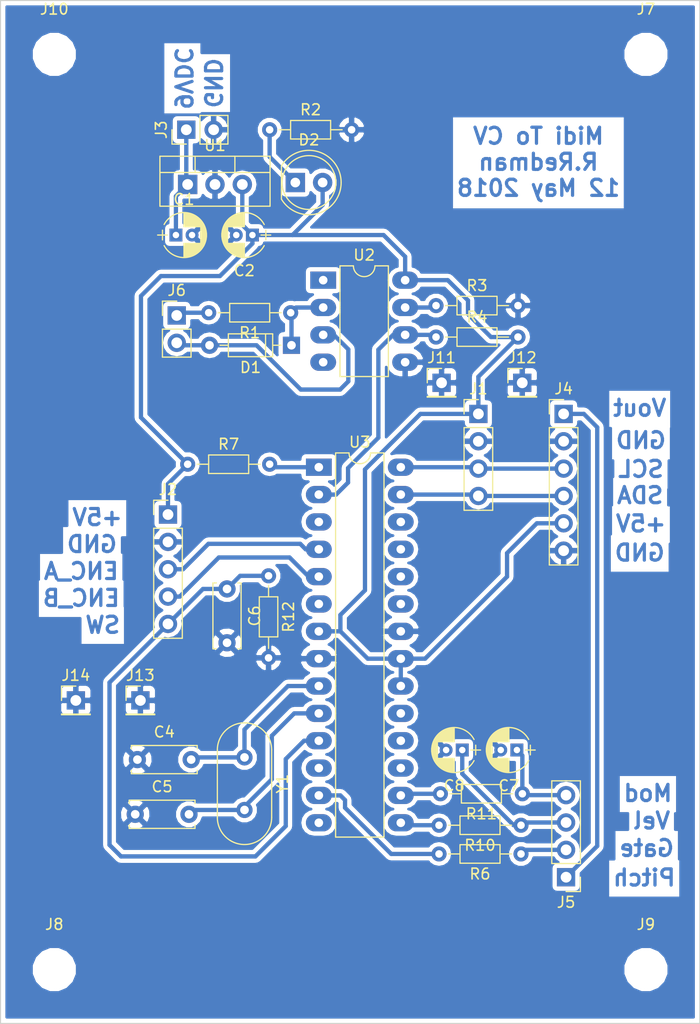
<source format=kicad_pcb>
(kicad_pcb (version 4) (host pcbnew 4.0.7)

  (general
    (links 67)
    (no_connects 2)
    (area 29.949999 14.825 95.050001 110.275)
    (thickness 1.6)
    (drawings 24)
    (tracks 112)
    (zones 0)
    (modules 36)
    (nets 25)
  )

  (page A4)
  (layers
    (0 F.Cu signal)
    (31 B.Cu signal)
    (32 B.Adhes user)
    (33 F.Adhes user)
    (34 B.Paste user)
    (35 F.Paste user)
    (36 B.SilkS user)
    (37 F.SilkS user)
    (38 B.Mask user)
    (39 F.Mask user)
    (40 Dwgs.User user)
    (41 Cmts.User user)
    (42 Eco1.User user)
    (43 Eco2.User user)
    (44 Edge.Cuts user)
    (45 Margin user)
    (46 B.CrtYd user)
    (47 F.CrtYd user)
    (48 B.Fab user)
    (49 F.Fab user)
  )

  (setup
    (last_trace_width 0.4)
    (trace_clearance 0.2)
    (zone_clearance 0.4)
    (zone_45_only no)
    (trace_min 0.4)
    (segment_width 0.2)
    (edge_width 0.1)
    (via_size 0.6)
    (via_drill 0.4)
    (via_min_size 0.4)
    (via_min_drill 0.3)
    (uvia_size 0.3)
    (uvia_drill 0.1)
    (uvias_allowed no)
    (uvia_min_size 0.2)
    (uvia_min_drill 0.1)
    (pcb_text_width 0.3)
    (pcb_text_size 1.5 1.5)
    (mod_edge_width 0.15)
    (mod_text_size 1 1)
    (mod_text_width 0.15)
    (pad_size 1.5 1.5)
    (pad_drill 0.6)
    (pad_to_mask_clearance 0)
    (aux_axis_origin 0 0)
    (visible_elements FFFFF77F)
    (pcbplotparams
      (layerselection 0x01000_80000000)
      (usegerberextensions false)
      (excludeedgelayer true)
      (linewidth 0.100000)
      (plotframeref false)
      (viasonmask false)
      (mode 1)
      (useauxorigin false)
      (hpglpennumber 1)
      (hpglpenspeed 20)
      (hpglpendiameter 15)
      (hpglpenoverlay 2)
      (psnegative false)
      (psa4output false)
      (plotreference true)
      (plotvalue true)
      (plotinvisibletext false)
      (padsonsilk false)
      (subtractmaskfromsilk false)
      (outputformat 1)
      (mirror false)
      (drillshape 0)
      (scaleselection 1)
      (outputdirectory "bantam gerber/"))
  )

  (net 0 "")
  (net 1 +9V)
  (net 2 GND)
  (net 3 +5V)
  (net 4 "Net-(C4-Pad2)")
  (net 5 "Net-(C5-Pad2)")
  (net 6 CV_velocity)
  (net 7 CV_modulation)
  (net 8 "Net-(D1-Pad1)")
  (net 9 Midi_5)
  (net 10 "Net-(D2-Pad1)")
  (net 11 Midi_4)
  (net 12 CV_pitch)
  (net 13 CV_gate)
  (net 14 "Net-(R3-Pad1)")
  (net 15 Rx)
  (net 16 "Net-(R6-Pad2)")
  (net 17 "Net-(R7-Pad2)")
  (net 18 SDA)
  (net 19 SCL)
  (net 20 "Net-(R10-Pad2)")
  (net 21 "Net-(R11-Pad2)")
  (net 22 Encoder_Button)
  (net 23 Encoder_A)
  (net 24 Encoder_B)

  (net_class Default "This is the default net class."
    (clearance 0.2)
    (trace_width 0.4)
    (via_dia 0.6)
    (via_drill 0.4)
    (uvia_dia 0.3)
    (uvia_drill 0.1)
    (add_net +5V)
    (add_net +9V)
    (add_net CV_gate)
    (add_net CV_modulation)
    (add_net CV_pitch)
    (add_net CV_velocity)
    (add_net Encoder_A)
    (add_net Encoder_B)
    (add_net Encoder_Button)
    (add_net GND)
    (add_net Midi_4)
    (add_net Midi_5)
    (add_net "Net-(C4-Pad2)")
    (add_net "Net-(C5-Pad2)")
    (add_net "Net-(D1-Pad1)")
    (add_net "Net-(D2-Pad1)")
    (add_net "Net-(R10-Pad2)")
    (add_net "Net-(R11-Pad2)")
    (add_net "Net-(R3-Pad1)")
    (add_net "Net-(R6-Pad2)")
    (add_net "Net-(R7-Pad2)")
    (add_net Rx)
    (add_net SCL)
    (add_net SDA)
  )

  (module Capacitors_THT:CP_Radial_D4.0mm_P1.50mm (layer F.Cu) (tedit 597BC7C2) (tstamp 5AF7EBF7)
    (at 46.3042 36.7792)
    (descr "CP, Radial series, Radial, pin pitch=1.50mm, , diameter=4mm, Electrolytic Capacitor")
    (tags "CP Radial series Radial pin pitch 1.50mm  diameter 4mm Electrolytic Capacitor")
    (path /5AC49CE1)
    (fp_text reference C1 (at 0.75 -3.31) (layer F.SilkS)
      (effects (font (size 1 1) (thickness 0.15)))
    )
    (fp_text value 10uF (at 0.75 3.31) (layer F.Fab)
      (effects (font (size 1 1) (thickness 0.15)))
    )
    (fp_arc (start 0.75 0) (end -1.095996 -0.98) (angle 124.1) (layer F.SilkS) (width 0.12))
    (fp_arc (start 0.75 0) (end -1.095996 0.98) (angle -124.1) (layer F.SilkS) (width 0.12))
    (fp_arc (start 0.75 0) (end 2.595996 -0.98) (angle 55.9) (layer F.SilkS) (width 0.12))
    (fp_circle (center 0.75 0) (end 2.75 0) (layer F.Fab) (width 0.1))
    (fp_line (start -1.7 0) (end -0.8 0) (layer F.Fab) (width 0.1))
    (fp_line (start -1.25 -0.45) (end -1.25 0.45) (layer F.Fab) (width 0.1))
    (fp_line (start 0.75 0.78) (end 0.75 2.05) (layer F.SilkS) (width 0.12))
    (fp_line (start 0.75 -2.05) (end 0.75 -0.78) (layer F.SilkS) (width 0.12))
    (fp_line (start 0.79 -2.05) (end 0.79 -0.78) (layer F.SilkS) (width 0.12))
    (fp_line (start 0.79 0.78) (end 0.79 2.05) (layer F.SilkS) (width 0.12))
    (fp_line (start 0.83 -2.049) (end 0.83 -0.78) (layer F.SilkS) (width 0.12))
    (fp_line (start 0.83 0.78) (end 0.83 2.049) (layer F.SilkS) (width 0.12))
    (fp_line (start 0.87 -2.047) (end 0.87 -0.78) (layer F.SilkS) (width 0.12))
    (fp_line (start 0.87 0.78) (end 0.87 2.047) (layer F.SilkS) (width 0.12))
    (fp_line (start 0.91 -2.044) (end 0.91 -0.78) (layer F.SilkS) (width 0.12))
    (fp_line (start 0.91 0.78) (end 0.91 2.044) (layer F.SilkS) (width 0.12))
    (fp_line (start 0.95 -2.041) (end 0.95 -0.78) (layer F.SilkS) (width 0.12))
    (fp_line (start 0.95 0.78) (end 0.95 2.041) (layer F.SilkS) (width 0.12))
    (fp_line (start 0.99 -2.037) (end 0.99 -0.78) (layer F.SilkS) (width 0.12))
    (fp_line (start 0.99 0.78) (end 0.99 2.037) (layer F.SilkS) (width 0.12))
    (fp_line (start 1.03 -2.032) (end 1.03 -0.78) (layer F.SilkS) (width 0.12))
    (fp_line (start 1.03 0.78) (end 1.03 2.032) (layer F.SilkS) (width 0.12))
    (fp_line (start 1.07 -2.026) (end 1.07 -0.78) (layer F.SilkS) (width 0.12))
    (fp_line (start 1.07 0.78) (end 1.07 2.026) (layer F.SilkS) (width 0.12))
    (fp_line (start 1.11 -2.019) (end 1.11 -0.78) (layer F.SilkS) (width 0.12))
    (fp_line (start 1.11 0.78) (end 1.11 2.019) (layer F.SilkS) (width 0.12))
    (fp_line (start 1.15 -2.012) (end 1.15 -0.78) (layer F.SilkS) (width 0.12))
    (fp_line (start 1.15 0.78) (end 1.15 2.012) (layer F.SilkS) (width 0.12))
    (fp_line (start 1.19 -2.004) (end 1.19 -0.78) (layer F.SilkS) (width 0.12))
    (fp_line (start 1.19 0.78) (end 1.19 2.004) (layer F.SilkS) (width 0.12))
    (fp_line (start 1.23 -1.995) (end 1.23 -0.78) (layer F.SilkS) (width 0.12))
    (fp_line (start 1.23 0.78) (end 1.23 1.995) (layer F.SilkS) (width 0.12))
    (fp_line (start 1.27 -1.985) (end 1.27 -0.78) (layer F.SilkS) (width 0.12))
    (fp_line (start 1.27 0.78) (end 1.27 1.985) (layer F.SilkS) (width 0.12))
    (fp_line (start 1.31 -1.974) (end 1.31 -0.78) (layer F.SilkS) (width 0.12))
    (fp_line (start 1.31 0.78) (end 1.31 1.974) (layer F.SilkS) (width 0.12))
    (fp_line (start 1.35 -1.963) (end 1.35 -0.78) (layer F.SilkS) (width 0.12))
    (fp_line (start 1.35 0.78) (end 1.35 1.963) (layer F.SilkS) (width 0.12))
    (fp_line (start 1.39 -1.95) (end 1.39 -0.78) (layer F.SilkS) (width 0.12))
    (fp_line (start 1.39 0.78) (end 1.39 1.95) (layer F.SilkS) (width 0.12))
    (fp_line (start 1.43 -1.937) (end 1.43 -0.78) (layer F.SilkS) (width 0.12))
    (fp_line (start 1.43 0.78) (end 1.43 1.937) (layer F.SilkS) (width 0.12))
    (fp_line (start 1.471 -1.923) (end 1.471 -0.78) (layer F.SilkS) (width 0.12))
    (fp_line (start 1.471 0.78) (end 1.471 1.923) (layer F.SilkS) (width 0.12))
    (fp_line (start 1.511 -1.907) (end 1.511 -0.78) (layer F.SilkS) (width 0.12))
    (fp_line (start 1.511 0.78) (end 1.511 1.907) (layer F.SilkS) (width 0.12))
    (fp_line (start 1.551 -1.891) (end 1.551 -0.78) (layer F.SilkS) (width 0.12))
    (fp_line (start 1.551 0.78) (end 1.551 1.891) (layer F.SilkS) (width 0.12))
    (fp_line (start 1.591 -1.874) (end 1.591 -0.78) (layer F.SilkS) (width 0.12))
    (fp_line (start 1.591 0.78) (end 1.591 1.874) (layer F.SilkS) (width 0.12))
    (fp_line (start 1.631 -1.856) (end 1.631 -0.78) (layer F.SilkS) (width 0.12))
    (fp_line (start 1.631 0.78) (end 1.631 1.856) (layer F.SilkS) (width 0.12))
    (fp_line (start 1.671 -1.837) (end 1.671 -0.78) (layer F.SilkS) (width 0.12))
    (fp_line (start 1.671 0.78) (end 1.671 1.837) (layer F.SilkS) (width 0.12))
    (fp_line (start 1.711 -1.817) (end 1.711 -0.78) (layer F.SilkS) (width 0.12))
    (fp_line (start 1.711 0.78) (end 1.711 1.817) (layer F.SilkS) (width 0.12))
    (fp_line (start 1.751 -1.796) (end 1.751 -0.78) (layer F.SilkS) (width 0.12))
    (fp_line (start 1.751 0.78) (end 1.751 1.796) (layer F.SilkS) (width 0.12))
    (fp_line (start 1.791 -1.773) (end 1.791 -0.78) (layer F.SilkS) (width 0.12))
    (fp_line (start 1.791 0.78) (end 1.791 1.773) (layer F.SilkS) (width 0.12))
    (fp_line (start 1.831 -1.75) (end 1.831 -0.78) (layer F.SilkS) (width 0.12))
    (fp_line (start 1.831 0.78) (end 1.831 1.75) (layer F.SilkS) (width 0.12))
    (fp_line (start 1.871 -1.725) (end 1.871 -0.78) (layer F.SilkS) (width 0.12))
    (fp_line (start 1.871 0.78) (end 1.871 1.725) (layer F.SilkS) (width 0.12))
    (fp_line (start 1.911 -1.699) (end 1.911 -0.78) (layer F.SilkS) (width 0.12))
    (fp_line (start 1.911 0.78) (end 1.911 1.699) (layer F.SilkS) (width 0.12))
    (fp_line (start 1.951 -1.672) (end 1.951 -0.78) (layer F.SilkS) (width 0.12))
    (fp_line (start 1.951 0.78) (end 1.951 1.672) (layer F.SilkS) (width 0.12))
    (fp_line (start 1.991 -1.643) (end 1.991 -0.78) (layer F.SilkS) (width 0.12))
    (fp_line (start 1.991 0.78) (end 1.991 1.643) (layer F.SilkS) (width 0.12))
    (fp_line (start 2.031 -1.613) (end 2.031 -0.78) (layer F.SilkS) (width 0.12))
    (fp_line (start 2.031 0.78) (end 2.031 1.613) (layer F.SilkS) (width 0.12))
    (fp_line (start 2.071 -1.581) (end 2.071 -0.78) (layer F.SilkS) (width 0.12))
    (fp_line (start 2.071 0.78) (end 2.071 1.581) (layer F.SilkS) (width 0.12))
    (fp_line (start 2.111 -1.547) (end 2.111 -0.78) (layer F.SilkS) (width 0.12))
    (fp_line (start 2.111 0.78) (end 2.111 1.547) (layer F.SilkS) (width 0.12))
    (fp_line (start 2.151 -1.512) (end 2.151 -0.78) (layer F.SilkS) (width 0.12))
    (fp_line (start 2.151 0.78) (end 2.151 1.512) (layer F.SilkS) (width 0.12))
    (fp_line (start 2.191 -1.475) (end 2.191 -0.78) (layer F.SilkS) (width 0.12))
    (fp_line (start 2.191 0.78) (end 2.191 1.475) (layer F.SilkS) (width 0.12))
    (fp_line (start 2.231 -1.436) (end 2.231 -0.78) (layer F.SilkS) (width 0.12))
    (fp_line (start 2.231 0.78) (end 2.231 1.436) (layer F.SilkS) (width 0.12))
    (fp_line (start 2.271 -1.395) (end 2.271 -0.78) (layer F.SilkS) (width 0.12))
    (fp_line (start 2.271 0.78) (end 2.271 1.395) (layer F.SilkS) (width 0.12))
    (fp_line (start 2.311 -1.351) (end 2.311 1.351) (layer F.SilkS) (width 0.12))
    (fp_line (start 2.351 -1.305) (end 2.351 1.305) (layer F.SilkS) (width 0.12))
    (fp_line (start 2.391 -1.256) (end 2.391 1.256) (layer F.SilkS) (width 0.12))
    (fp_line (start 2.431 -1.204) (end 2.431 1.204) (layer F.SilkS) (width 0.12))
    (fp_line (start 2.471 -1.148) (end 2.471 1.148) (layer F.SilkS) (width 0.12))
    (fp_line (start 2.511 -1.088) (end 2.511 1.088) (layer F.SilkS) (width 0.12))
    (fp_line (start 2.551 -1.023) (end 2.551 1.023) (layer F.SilkS) (width 0.12))
    (fp_line (start 2.591 -0.952) (end 2.591 0.952) (layer F.SilkS) (width 0.12))
    (fp_line (start 2.631 -0.874) (end 2.631 0.874) (layer F.SilkS) (width 0.12))
    (fp_line (start 2.671 -0.786) (end 2.671 0.786) (layer F.SilkS) (width 0.12))
    (fp_line (start 2.711 -0.686) (end 2.711 0.686) (layer F.SilkS) (width 0.12))
    (fp_line (start 2.751 -0.567) (end 2.751 0.567) (layer F.SilkS) (width 0.12))
    (fp_line (start 2.791 -0.415) (end 2.791 0.415) (layer F.SilkS) (width 0.12))
    (fp_line (start 2.831 -0.165) (end 2.831 0.165) (layer F.SilkS) (width 0.12))
    (fp_line (start -1.7 0) (end -0.8 0) (layer F.SilkS) (width 0.12))
    (fp_line (start -1.25 -0.45) (end -1.25 0.45) (layer F.SilkS) (width 0.12))
    (fp_line (start -1.6 -2.35) (end -1.6 2.35) (layer F.CrtYd) (width 0.05))
    (fp_line (start -1.6 2.35) (end 3.1 2.35) (layer F.CrtYd) (width 0.05))
    (fp_line (start 3.1 2.35) (end 3.1 -2.35) (layer F.CrtYd) (width 0.05))
    (fp_line (start 3.1 -2.35) (end -1.6 -2.35) (layer F.CrtYd) (width 0.05))
    (fp_text user %R (at 0.75 0) (layer F.Fab)
      (effects (font (size 1 1) (thickness 0.15)))
    )
    (pad 1 thru_hole rect (at 0 0) (size 1.2 1.2) (drill 0.6) (layers *.Cu *.Mask)
      (net 1 +9V))
    (pad 2 thru_hole circle (at 1.5 0) (size 1.2 1.2) (drill 0.6) (layers *.Cu *.Mask)
      (net 2 GND))
    (model ${KISYS3DMOD}/Capacitors_THT.3dshapes/CP_Radial_D4.0mm_P1.50mm.wrl
      (at (xyz 0 0 0))
      (scale (xyz 1 1 1))
      (rotate (xyz 0 0 0))
    )
  )

  (module Capacitors_THT:CP_Radial_D4.0mm_P1.50mm (layer F.Cu) (tedit 597BC7C2) (tstamp 5AF7EC66)
    (at 53.4162 36.7792 180)
    (descr "CP, Radial series, Radial, pin pitch=1.50mm, , diameter=4mm, Electrolytic Capacitor")
    (tags "CP Radial series Radial pin pitch 1.50mm  diameter 4mm Electrolytic Capacitor")
    (path /5AC49D1B)
    (fp_text reference C2 (at 0.75 -3.31 180) (layer F.SilkS)
      (effects (font (size 1 1) (thickness 0.15)))
    )
    (fp_text value 10uF (at 0.75 3.31 180) (layer F.Fab)
      (effects (font (size 1 1) (thickness 0.15)))
    )
    (fp_arc (start 0.75 0) (end -1.095996 -0.98) (angle 124.1) (layer F.SilkS) (width 0.12))
    (fp_arc (start 0.75 0) (end -1.095996 0.98) (angle -124.1) (layer F.SilkS) (width 0.12))
    (fp_arc (start 0.75 0) (end 2.595996 -0.98) (angle 55.9) (layer F.SilkS) (width 0.12))
    (fp_circle (center 0.75 0) (end 2.75 0) (layer F.Fab) (width 0.1))
    (fp_line (start -1.7 0) (end -0.8 0) (layer F.Fab) (width 0.1))
    (fp_line (start -1.25 -0.45) (end -1.25 0.45) (layer F.Fab) (width 0.1))
    (fp_line (start 0.75 0.78) (end 0.75 2.05) (layer F.SilkS) (width 0.12))
    (fp_line (start 0.75 -2.05) (end 0.75 -0.78) (layer F.SilkS) (width 0.12))
    (fp_line (start 0.79 -2.05) (end 0.79 -0.78) (layer F.SilkS) (width 0.12))
    (fp_line (start 0.79 0.78) (end 0.79 2.05) (layer F.SilkS) (width 0.12))
    (fp_line (start 0.83 -2.049) (end 0.83 -0.78) (layer F.SilkS) (width 0.12))
    (fp_line (start 0.83 0.78) (end 0.83 2.049) (layer F.SilkS) (width 0.12))
    (fp_line (start 0.87 -2.047) (end 0.87 -0.78) (layer F.SilkS) (width 0.12))
    (fp_line (start 0.87 0.78) (end 0.87 2.047) (layer F.SilkS) (width 0.12))
    (fp_line (start 0.91 -2.044) (end 0.91 -0.78) (layer F.SilkS) (width 0.12))
    (fp_line (start 0.91 0.78) (end 0.91 2.044) (layer F.SilkS) (width 0.12))
    (fp_line (start 0.95 -2.041) (end 0.95 -0.78) (layer F.SilkS) (width 0.12))
    (fp_line (start 0.95 0.78) (end 0.95 2.041) (layer F.SilkS) (width 0.12))
    (fp_line (start 0.99 -2.037) (end 0.99 -0.78) (layer F.SilkS) (width 0.12))
    (fp_line (start 0.99 0.78) (end 0.99 2.037) (layer F.SilkS) (width 0.12))
    (fp_line (start 1.03 -2.032) (end 1.03 -0.78) (layer F.SilkS) (width 0.12))
    (fp_line (start 1.03 0.78) (end 1.03 2.032) (layer F.SilkS) (width 0.12))
    (fp_line (start 1.07 -2.026) (end 1.07 -0.78) (layer F.SilkS) (width 0.12))
    (fp_line (start 1.07 0.78) (end 1.07 2.026) (layer F.SilkS) (width 0.12))
    (fp_line (start 1.11 -2.019) (end 1.11 -0.78) (layer F.SilkS) (width 0.12))
    (fp_line (start 1.11 0.78) (end 1.11 2.019) (layer F.SilkS) (width 0.12))
    (fp_line (start 1.15 -2.012) (end 1.15 -0.78) (layer F.SilkS) (width 0.12))
    (fp_line (start 1.15 0.78) (end 1.15 2.012) (layer F.SilkS) (width 0.12))
    (fp_line (start 1.19 -2.004) (end 1.19 -0.78) (layer F.SilkS) (width 0.12))
    (fp_line (start 1.19 0.78) (end 1.19 2.004) (layer F.SilkS) (width 0.12))
    (fp_line (start 1.23 -1.995) (end 1.23 -0.78) (layer F.SilkS) (width 0.12))
    (fp_line (start 1.23 0.78) (end 1.23 1.995) (layer F.SilkS) (width 0.12))
    (fp_line (start 1.27 -1.985) (end 1.27 -0.78) (layer F.SilkS) (width 0.12))
    (fp_line (start 1.27 0.78) (end 1.27 1.985) (layer F.SilkS) (width 0.12))
    (fp_line (start 1.31 -1.974) (end 1.31 -0.78) (layer F.SilkS) (width 0.12))
    (fp_line (start 1.31 0.78) (end 1.31 1.974) (layer F.SilkS) (width 0.12))
    (fp_line (start 1.35 -1.963) (end 1.35 -0.78) (layer F.SilkS) (width 0.12))
    (fp_line (start 1.35 0.78) (end 1.35 1.963) (layer F.SilkS) (width 0.12))
    (fp_line (start 1.39 -1.95) (end 1.39 -0.78) (layer F.SilkS) (width 0.12))
    (fp_line (start 1.39 0.78) (end 1.39 1.95) (layer F.SilkS) (width 0.12))
    (fp_line (start 1.43 -1.937) (end 1.43 -0.78) (layer F.SilkS) (width 0.12))
    (fp_line (start 1.43 0.78) (end 1.43 1.937) (layer F.SilkS) (width 0.12))
    (fp_line (start 1.471 -1.923) (end 1.471 -0.78) (layer F.SilkS) (width 0.12))
    (fp_line (start 1.471 0.78) (end 1.471 1.923) (layer F.SilkS) (width 0.12))
    (fp_line (start 1.511 -1.907) (end 1.511 -0.78) (layer F.SilkS) (width 0.12))
    (fp_line (start 1.511 0.78) (end 1.511 1.907) (layer F.SilkS) (width 0.12))
    (fp_line (start 1.551 -1.891) (end 1.551 -0.78) (layer F.SilkS) (width 0.12))
    (fp_line (start 1.551 0.78) (end 1.551 1.891) (layer F.SilkS) (width 0.12))
    (fp_line (start 1.591 -1.874) (end 1.591 -0.78) (layer F.SilkS) (width 0.12))
    (fp_line (start 1.591 0.78) (end 1.591 1.874) (layer F.SilkS) (width 0.12))
    (fp_line (start 1.631 -1.856) (end 1.631 -0.78) (layer F.SilkS) (width 0.12))
    (fp_line (start 1.631 0.78) (end 1.631 1.856) (layer F.SilkS) (width 0.12))
    (fp_line (start 1.671 -1.837) (end 1.671 -0.78) (layer F.SilkS) (width 0.12))
    (fp_line (start 1.671 0.78) (end 1.671 1.837) (layer F.SilkS) (width 0.12))
    (fp_line (start 1.711 -1.817) (end 1.711 -0.78) (layer F.SilkS) (width 0.12))
    (fp_line (start 1.711 0.78) (end 1.711 1.817) (layer F.SilkS) (width 0.12))
    (fp_line (start 1.751 -1.796) (end 1.751 -0.78) (layer F.SilkS) (width 0.12))
    (fp_line (start 1.751 0.78) (end 1.751 1.796) (layer F.SilkS) (width 0.12))
    (fp_line (start 1.791 -1.773) (end 1.791 -0.78) (layer F.SilkS) (width 0.12))
    (fp_line (start 1.791 0.78) (end 1.791 1.773) (layer F.SilkS) (width 0.12))
    (fp_line (start 1.831 -1.75) (end 1.831 -0.78) (layer F.SilkS) (width 0.12))
    (fp_line (start 1.831 0.78) (end 1.831 1.75) (layer F.SilkS) (width 0.12))
    (fp_line (start 1.871 -1.725) (end 1.871 -0.78) (layer F.SilkS) (width 0.12))
    (fp_line (start 1.871 0.78) (end 1.871 1.725) (layer F.SilkS) (width 0.12))
    (fp_line (start 1.911 -1.699) (end 1.911 -0.78) (layer F.SilkS) (width 0.12))
    (fp_line (start 1.911 0.78) (end 1.911 1.699) (layer F.SilkS) (width 0.12))
    (fp_line (start 1.951 -1.672) (end 1.951 -0.78) (layer F.SilkS) (width 0.12))
    (fp_line (start 1.951 0.78) (end 1.951 1.672) (layer F.SilkS) (width 0.12))
    (fp_line (start 1.991 -1.643) (end 1.991 -0.78) (layer F.SilkS) (width 0.12))
    (fp_line (start 1.991 0.78) (end 1.991 1.643) (layer F.SilkS) (width 0.12))
    (fp_line (start 2.031 -1.613) (end 2.031 -0.78) (layer F.SilkS) (width 0.12))
    (fp_line (start 2.031 0.78) (end 2.031 1.613) (layer F.SilkS) (width 0.12))
    (fp_line (start 2.071 -1.581) (end 2.071 -0.78) (layer F.SilkS) (width 0.12))
    (fp_line (start 2.071 0.78) (end 2.071 1.581) (layer F.SilkS) (width 0.12))
    (fp_line (start 2.111 -1.547) (end 2.111 -0.78) (layer F.SilkS) (width 0.12))
    (fp_line (start 2.111 0.78) (end 2.111 1.547) (layer F.SilkS) (width 0.12))
    (fp_line (start 2.151 -1.512) (end 2.151 -0.78) (layer F.SilkS) (width 0.12))
    (fp_line (start 2.151 0.78) (end 2.151 1.512) (layer F.SilkS) (width 0.12))
    (fp_line (start 2.191 -1.475) (end 2.191 -0.78) (layer F.SilkS) (width 0.12))
    (fp_line (start 2.191 0.78) (end 2.191 1.475) (layer F.SilkS) (width 0.12))
    (fp_line (start 2.231 -1.436) (end 2.231 -0.78) (layer F.SilkS) (width 0.12))
    (fp_line (start 2.231 0.78) (end 2.231 1.436) (layer F.SilkS) (width 0.12))
    (fp_line (start 2.271 -1.395) (end 2.271 -0.78) (layer F.SilkS) (width 0.12))
    (fp_line (start 2.271 0.78) (end 2.271 1.395) (layer F.SilkS) (width 0.12))
    (fp_line (start 2.311 -1.351) (end 2.311 1.351) (layer F.SilkS) (width 0.12))
    (fp_line (start 2.351 -1.305) (end 2.351 1.305) (layer F.SilkS) (width 0.12))
    (fp_line (start 2.391 -1.256) (end 2.391 1.256) (layer F.SilkS) (width 0.12))
    (fp_line (start 2.431 -1.204) (end 2.431 1.204) (layer F.SilkS) (width 0.12))
    (fp_line (start 2.471 -1.148) (end 2.471 1.148) (layer F.SilkS) (width 0.12))
    (fp_line (start 2.511 -1.088) (end 2.511 1.088) (layer F.SilkS) (width 0.12))
    (fp_line (start 2.551 -1.023) (end 2.551 1.023) (layer F.SilkS) (width 0.12))
    (fp_line (start 2.591 -0.952) (end 2.591 0.952) (layer F.SilkS) (width 0.12))
    (fp_line (start 2.631 -0.874) (end 2.631 0.874) (layer F.SilkS) (width 0.12))
    (fp_line (start 2.671 -0.786) (end 2.671 0.786) (layer F.SilkS) (width 0.12))
    (fp_line (start 2.711 -0.686) (end 2.711 0.686) (layer F.SilkS) (width 0.12))
    (fp_line (start 2.751 -0.567) (end 2.751 0.567) (layer F.SilkS) (width 0.12))
    (fp_line (start 2.791 -0.415) (end 2.791 0.415) (layer F.SilkS) (width 0.12))
    (fp_line (start 2.831 -0.165) (end 2.831 0.165) (layer F.SilkS) (width 0.12))
    (fp_line (start -1.7 0) (end -0.8 0) (layer F.SilkS) (width 0.12))
    (fp_line (start -1.25 -0.45) (end -1.25 0.45) (layer F.SilkS) (width 0.12))
    (fp_line (start -1.6 -2.35) (end -1.6 2.35) (layer F.CrtYd) (width 0.05))
    (fp_line (start -1.6 2.35) (end 3.1 2.35) (layer F.CrtYd) (width 0.05))
    (fp_line (start 3.1 2.35) (end 3.1 -2.35) (layer F.CrtYd) (width 0.05))
    (fp_line (start 3.1 -2.35) (end -1.6 -2.35) (layer F.CrtYd) (width 0.05))
    (fp_text user %R (at 0.75 0 180) (layer F.Fab)
      (effects (font (size 1 1) (thickness 0.15)))
    )
    (pad 1 thru_hole rect (at 0 0 180) (size 1.2 1.2) (drill 0.6) (layers *.Cu *.Mask)
      (net 3 +5V))
    (pad 2 thru_hole circle (at 1.5 0 180) (size 1.2 1.2) (drill 0.6) (layers *.Cu *.Mask)
      (net 2 GND))
    (model ${KISYS3DMOD}/Capacitors_THT.3dshapes/CP_Radial_D4.0mm_P1.50mm.wrl
      (at (xyz 0 0 0))
      (scale (xyz 1 1 1))
      (rotate (xyz 0 0 0))
    )
  )

  (module Capacitors_THT:CP_Radial_D4.0mm_P1.50mm (layer F.Cu) (tedit 597BC7C2) (tstamp 5AF7EDDD)
    (at 78.0034 84.6074 180)
    (descr "CP, Radial series, Radial, pin pitch=1.50mm, , diameter=4mm, Electrolytic Capacitor")
    (tags "CP Radial series Radial pin pitch 1.50mm  diameter 4mm Electrolytic Capacitor")
    (path /5AC9E96A)
    (fp_text reference C7 (at 0.75 -3.31 180) (layer F.SilkS)
      (effects (font (size 1 1) (thickness 0.15)))
    )
    (fp_text value 10uF (at 0.75 3.31 180) (layer F.Fab)
      (effects (font (size 1 1) (thickness 0.15)))
    )
    (fp_arc (start 0.75 0) (end -1.095996 -0.98) (angle 124.1) (layer F.SilkS) (width 0.12))
    (fp_arc (start 0.75 0) (end -1.095996 0.98) (angle -124.1) (layer F.SilkS) (width 0.12))
    (fp_arc (start 0.75 0) (end 2.595996 -0.98) (angle 55.9) (layer F.SilkS) (width 0.12))
    (fp_circle (center 0.75 0) (end 2.75 0) (layer F.Fab) (width 0.1))
    (fp_line (start -1.7 0) (end -0.8 0) (layer F.Fab) (width 0.1))
    (fp_line (start -1.25 -0.45) (end -1.25 0.45) (layer F.Fab) (width 0.1))
    (fp_line (start 0.75 0.78) (end 0.75 2.05) (layer F.SilkS) (width 0.12))
    (fp_line (start 0.75 -2.05) (end 0.75 -0.78) (layer F.SilkS) (width 0.12))
    (fp_line (start 0.79 -2.05) (end 0.79 -0.78) (layer F.SilkS) (width 0.12))
    (fp_line (start 0.79 0.78) (end 0.79 2.05) (layer F.SilkS) (width 0.12))
    (fp_line (start 0.83 -2.049) (end 0.83 -0.78) (layer F.SilkS) (width 0.12))
    (fp_line (start 0.83 0.78) (end 0.83 2.049) (layer F.SilkS) (width 0.12))
    (fp_line (start 0.87 -2.047) (end 0.87 -0.78) (layer F.SilkS) (width 0.12))
    (fp_line (start 0.87 0.78) (end 0.87 2.047) (layer F.SilkS) (width 0.12))
    (fp_line (start 0.91 -2.044) (end 0.91 -0.78) (layer F.SilkS) (width 0.12))
    (fp_line (start 0.91 0.78) (end 0.91 2.044) (layer F.SilkS) (width 0.12))
    (fp_line (start 0.95 -2.041) (end 0.95 -0.78) (layer F.SilkS) (width 0.12))
    (fp_line (start 0.95 0.78) (end 0.95 2.041) (layer F.SilkS) (width 0.12))
    (fp_line (start 0.99 -2.037) (end 0.99 -0.78) (layer F.SilkS) (width 0.12))
    (fp_line (start 0.99 0.78) (end 0.99 2.037) (layer F.SilkS) (width 0.12))
    (fp_line (start 1.03 -2.032) (end 1.03 -0.78) (layer F.SilkS) (width 0.12))
    (fp_line (start 1.03 0.78) (end 1.03 2.032) (layer F.SilkS) (width 0.12))
    (fp_line (start 1.07 -2.026) (end 1.07 -0.78) (layer F.SilkS) (width 0.12))
    (fp_line (start 1.07 0.78) (end 1.07 2.026) (layer F.SilkS) (width 0.12))
    (fp_line (start 1.11 -2.019) (end 1.11 -0.78) (layer F.SilkS) (width 0.12))
    (fp_line (start 1.11 0.78) (end 1.11 2.019) (layer F.SilkS) (width 0.12))
    (fp_line (start 1.15 -2.012) (end 1.15 -0.78) (layer F.SilkS) (width 0.12))
    (fp_line (start 1.15 0.78) (end 1.15 2.012) (layer F.SilkS) (width 0.12))
    (fp_line (start 1.19 -2.004) (end 1.19 -0.78) (layer F.SilkS) (width 0.12))
    (fp_line (start 1.19 0.78) (end 1.19 2.004) (layer F.SilkS) (width 0.12))
    (fp_line (start 1.23 -1.995) (end 1.23 -0.78) (layer F.SilkS) (width 0.12))
    (fp_line (start 1.23 0.78) (end 1.23 1.995) (layer F.SilkS) (width 0.12))
    (fp_line (start 1.27 -1.985) (end 1.27 -0.78) (layer F.SilkS) (width 0.12))
    (fp_line (start 1.27 0.78) (end 1.27 1.985) (layer F.SilkS) (width 0.12))
    (fp_line (start 1.31 -1.974) (end 1.31 -0.78) (layer F.SilkS) (width 0.12))
    (fp_line (start 1.31 0.78) (end 1.31 1.974) (layer F.SilkS) (width 0.12))
    (fp_line (start 1.35 -1.963) (end 1.35 -0.78) (layer F.SilkS) (width 0.12))
    (fp_line (start 1.35 0.78) (end 1.35 1.963) (layer F.SilkS) (width 0.12))
    (fp_line (start 1.39 -1.95) (end 1.39 -0.78) (layer F.SilkS) (width 0.12))
    (fp_line (start 1.39 0.78) (end 1.39 1.95) (layer F.SilkS) (width 0.12))
    (fp_line (start 1.43 -1.937) (end 1.43 -0.78) (layer F.SilkS) (width 0.12))
    (fp_line (start 1.43 0.78) (end 1.43 1.937) (layer F.SilkS) (width 0.12))
    (fp_line (start 1.471 -1.923) (end 1.471 -0.78) (layer F.SilkS) (width 0.12))
    (fp_line (start 1.471 0.78) (end 1.471 1.923) (layer F.SilkS) (width 0.12))
    (fp_line (start 1.511 -1.907) (end 1.511 -0.78) (layer F.SilkS) (width 0.12))
    (fp_line (start 1.511 0.78) (end 1.511 1.907) (layer F.SilkS) (width 0.12))
    (fp_line (start 1.551 -1.891) (end 1.551 -0.78) (layer F.SilkS) (width 0.12))
    (fp_line (start 1.551 0.78) (end 1.551 1.891) (layer F.SilkS) (width 0.12))
    (fp_line (start 1.591 -1.874) (end 1.591 -0.78) (layer F.SilkS) (width 0.12))
    (fp_line (start 1.591 0.78) (end 1.591 1.874) (layer F.SilkS) (width 0.12))
    (fp_line (start 1.631 -1.856) (end 1.631 -0.78) (layer F.SilkS) (width 0.12))
    (fp_line (start 1.631 0.78) (end 1.631 1.856) (layer F.SilkS) (width 0.12))
    (fp_line (start 1.671 -1.837) (end 1.671 -0.78) (layer F.SilkS) (width 0.12))
    (fp_line (start 1.671 0.78) (end 1.671 1.837) (layer F.SilkS) (width 0.12))
    (fp_line (start 1.711 -1.817) (end 1.711 -0.78) (layer F.SilkS) (width 0.12))
    (fp_line (start 1.711 0.78) (end 1.711 1.817) (layer F.SilkS) (width 0.12))
    (fp_line (start 1.751 -1.796) (end 1.751 -0.78) (layer F.SilkS) (width 0.12))
    (fp_line (start 1.751 0.78) (end 1.751 1.796) (layer F.SilkS) (width 0.12))
    (fp_line (start 1.791 -1.773) (end 1.791 -0.78) (layer F.SilkS) (width 0.12))
    (fp_line (start 1.791 0.78) (end 1.791 1.773) (layer F.SilkS) (width 0.12))
    (fp_line (start 1.831 -1.75) (end 1.831 -0.78) (layer F.SilkS) (width 0.12))
    (fp_line (start 1.831 0.78) (end 1.831 1.75) (layer F.SilkS) (width 0.12))
    (fp_line (start 1.871 -1.725) (end 1.871 -0.78) (layer F.SilkS) (width 0.12))
    (fp_line (start 1.871 0.78) (end 1.871 1.725) (layer F.SilkS) (width 0.12))
    (fp_line (start 1.911 -1.699) (end 1.911 -0.78) (layer F.SilkS) (width 0.12))
    (fp_line (start 1.911 0.78) (end 1.911 1.699) (layer F.SilkS) (width 0.12))
    (fp_line (start 1.951 -1.672) (end 1.951 -0.78) (layer F.SilkS) (width 0.12))
    (fp_line (start 1.951 0.78) (end 1.951 1.672) (layer F.SilkS) (width 0.12))
    (fp_line (start 1.991 -1.643) (end 1.991 -0.78) (layer F.SilkS) (width 0.12))
    (fp_line (start 1.991 0.78) (end 1.991 1.643) (layer F.SilkS) (width 0.12))
    (fp_line (start 2.031 -1.613) (end 2.031 -0.78) (layer F.SilkS) (width 0.12))
    (fp_line (start 2.031 0.78) (end 2.031 1.613) (layer F.SilkS) (width 0.12))
    (fp_line (start 2.071 -1.581) (end 2.071 -0.78) (layer F.SilkS) (width 0.12))
    (fp_line (start 2.071 0.78) (end 2.071 1.581) (layer F.SilkS) (width 0.12))
    (fp_line (start 2.111 -1.547) (end 2.111 -0.78) (layer F.SilkS) (width 0.12))
    (fp_line (start 2.111 0.78) (end 2.111 1.547) (layer F.SilkS) (width 0.12))
    (fp_line (start 2.151 -1.512) (end 2.151 -0.78) (layer F.SilkS) (width 0.12))
    (fp_line (start 2.151 0.78) (end 2.151 1.512) (layer F.SilkS) (width 0.12))
    (fp_line (start 2.191 -1.475) (end 2.191 -0.78) (layer F.SilkS) (width 0.12))
    (fp_line (start 2.191 0.78) (end 2.191 1.475) (layer F.SilkS) (width 0.12))
    (fp_line (start 2.231 -1.436) (end 2.231 -0.78) (layer F.SilkS) (width 0.12))
    (fp_line (start 2.231 0.78) (end 2.231 1.436) (layer F.SilkS) (width 0.12))
    (fp_line (start 2.271 -1.395) (end 2.271 -0.78) (layer F.SilkS) (width 0.12))
    (fp_line (start 2.271 0.78) (end 2.271 1.395) (layer F.SilkS) (width 0.12))
    (fp_line (start 2.311 -1.351) (end 2.311 1.351) (layer F.SilkS) (width 0.12))
    (fp_line (start 2.351 -1.305) (end 2.351 1.305) (layer F.SilkS) (width 0.12))
    (fp_line (start 2.391 -1.256) (end 2.391 1.256) (layer F.SilkS) (width 0.12))
    (fp_line (start 2.431 -1.204) (end 2.431 1.204) (layer F.SilkS) (width 0.12))
    (fp_line (start 2.471 -1.148) (end 2.471 1.148) (layer F.SilkS) (width 0.12))
    (fp_line (start 2.511 -1.088) (end 2.511 1.088) (layer F.SilkS) (width 0.12))
    (fp_line (start 2.551 -1.023) (end 2.551 1.023) (layer F.SilkS) (width 0.12))
    (fp_line (start 2.591 -0.952) (end 2.591 0.952) (layer F.SilkS) (width 0.12))
    (fp_line (start 2.631 -0.874) (end 2.631 0.874) (layer F.SilkS) (width 0.12))
    (fp_line (start 2.671 -0.786) (end 2.671 0.786) (layer F.SilkS) (width 0.12))
    (fp_line (start 2.711 -0.686) (end 2.711 0.686) (layer F.SilkS) (width 0.12))
    (fp_line (start 2.751 -0.567) (end 2.751 0.567) (layer F.SilkS) (width 0.12))
    (fp_line (start 2.791 -0.415) (end 2.791 0.415) (layer F.SilkS) (width 0.12))
    (fp_line (start 2.831 -0.165) (end 2.831 0.165) (layer F.SilkS) (width 0.12))
    (fp_line (start -1.7 0) (end -0.8 0) (layer F.SilkS) (width 0.12))
    (fp_line (start -1.25 -0.45) (end -1.25 0.45) (layer F.SilkS) (width 0.12))
    (fp_line (start -1.6 -2.35) (end -1.6 2.35) (layer F.CrtYd) (width 0.05))
    (fp_line (start -1.6 2.35) (end 3.1 2.35) (layer F.CrtYd) (width 0.05))
    (fp_line (start 3.1 2.35) (end 3.1 -2.35) (layer F.CrtYd) (width 0.05))
    (fp_line (start 3.1 -2.35) (end -1.6 -2.35) (layer F.CrtYd) (width 0.05))
    (fp_text user %R (at 0.75 0 180) (layer F.Fab)
      (effects (font (size 1 1) (thickness 0.15)))
    )
    (pad 1 thru_hole rect (at 0 0 180) (size 1.2 1.2) (drill 0.6) (layers *.Cu *.Mask)
      (net 7 CV_modulation))
    (pad 2 thru_hole circle (at 1.5 0 180) (size 1.2 1.2) (drill 0.6) (layers *.Cu *.Mask)
      (net 2 GND))
    (model ${KISYS3DMOD}/Capacitors_THT.3dshapes/CP_Radial_D4.0mm_P1.50mm.wrl
      (at (xyz 0 0 0))
      (scale (xyz 1 1 1))
      (rotate (xyz 0 0 0))
    )
  )

  (module Diodes_THT:D_DO-35_SOD27_P7.62mm_Horizontal (layer F.Cu) (tedit 5921392F) (tstamp 5AF7EDF6)
    (at 57.0484 47.0154 180)
    (descr "D, DO-35_SOD27 series, Axial, Horizontal, pin pitch=7.62mm, , length*diameter=4*2mm^2, , http://www.diodes.com/_files/packages/DO-35.pdf")
    (tags "D DO-35_SOD27 series Axial Horizontal pin pitch 7.62mm  length 4mm diameter 2mm")
    (path /5AC9BC77)
    (fp_text reference D1 (at 3.81 -2.06 180) (layer F.SilkS)
      (effects (font (size 1 1) (thickness 0.15)))
    )
    (fp_text value 1n914 (at 3.81 2.06 180) (layer F.Fab)
      (effects (font (size 1 1) (thickness 0.15)))
    )
    (fp_text user %R (at 3.81 0 180) (layer F.Fab)
      (effects (font (size 1 1) (thickness 0.15)))
    )
    (fp_line (start 1.81 -1) (end 1.81 1) (layer F.Fab) (width 0.1))
    (fp_line (start 1.81 1) (end 5.81 1) (layer F.Fab) (width 0.1))
    (fp_line (start 5.81 1) (end 5.81 -1) (layer F.Fab) (width 0.1))
    (fp_line (start 5.81 -1) (end 1.81 -1) (layer F.Fab) (width 0.1))
    (fp_line (start 0 0) (end 1.81 0) (layer F.Fab) (width 0.1))
    (fp_line (start 7.62 0) (end 5.81 0) (layer F.Fab) (width 0.1))
    (fp_line (start 2.41 -1) (end 2.41 1) (layer F.Fab) (width 0.1))
    (fp_line (start 1.75 -1.06) (end 1.75 1.06) (layer F.SilkS) (width 0.12))
    (fp_line (start 1.75 1.06) (end 5.87 1.06) (layer F.SilkS) (width 0.12))
    (fp_line (start 5.87 1.06) (end 5.87 -1.06) (layer F.SilkS) (width 0.12))
    (fp_line (start 5.87 -1.06) (end 1.75 -1.06) (layer F.SilkS) (width 0.12))
    (fp_line (start 0.98 0) (end 1.75 0) (layer F.SilkS) (width 0.12))
    (fp_line (start 6.64 0) (end 5.87 0) (layer F.SilkS) (width 0.12))
    (fp_line (start 2.41 -1.06) (end 2.41 1.06) (layer F.SilkS) (width 0.12))
    (fp_line (start -1.05 -1.35) (end -1.05 1.35) (layer F.CrtYd) (width 0.05))
    (fp_line (start -1.05 1.35) (end 8.7 1.35) (layer F.CrtYd) (width 0.05))
    (fp_line (start 8.7 1.35) (end 8.7 -1.35) (layer F.CrtYd) (width 0.05))
    (fp_line (start 8.7 -1.35) (end -1.05 -1.35) (layer F.CrtYd) (width 0.05))
    (pad 1 thru_hole rect (at 0 0 180) (size 1.6 1.6) (drill 0.8) (layers *.Cu *.Mask)
      (net 8 "Net-(D1-Pad1)"))
    (pad 2 thru_hole oval (at 7.62 0 180) (size 1.6 1.6) (drill 0.8) (layers *.Cu *.Mask)
      (net 9 Midi_5))
    (model ${KISYS3DMOD}/Diodes_THT.3dshapes/D_DO-35_SOD27_P7.62mm_Horizontal.wrl
      (at (xyz 0 0 0))
      (scale (xyz 0.393701 0.393701 0.393701))
      (rotate (xyz 0 0 0))
    )
  )

  (module LEDs:LED_D5.0mm (layer F.Cu) (tedit 5995936A) (tstamp 5AF7EE08)
    (at 57.404 31.9024)
    (descr "LED, diameter 5.0mm, 2 pins, http://cdn-reichelt.de/documents/datenblatt/A500/LL-504BC2E-009.pdf")
    (tags "LED diameter 5.0mm 2 pins")
    (path /5AC9B08E)
    (fp_text reference D2 (at 1.27 -3.96) (layer F.SilkS)
      (effects (font (size 1 1) (thickness 0.15)))
    )
    (fp_text value LED (at 1.27 3.96) (layer F.Fab)
      (effects (font (size 1 1) (thickness 0.15)))
    )
    (fp_arc (start 1.27 0) (end -1.23 -1.469694) (angle 299.1) (layer F.Fab) (width 0.1))
    (fp_arc (start 1.27 0) (end -1.29 -1.54483) (angle 148.9) (layer F.SilkS) (width 0.12))
    (fp_arc (start 1.27 0) (end -1.29 1.54483) (angle -148.9) (layer F.SilkS) (width 0.12))
    (fp_circle (center 1.27 0) (end 3.77 0) (layer F.Fab) (width 0.1))
    (fp_circle (center 1.27 0) (end 3.77 0) (layer F.SilkS) (width 0.12))
    (fp_line (start -1.23 -1.469694) (end -1.23 1.469694) (layer F.Fab) (width 0.1))
    (fp_line (start -1.29 -1.545) (end -1.29 1.545) (layer F.SilkS) (width 0.12))
    (fp_line (start -1.95 -3.25) (end -1.95 3.25) (layer F.CrtYd) (width 0.05))
    (fp_line (start -1.95 3.25) (end 4.5 3.25) (layer F.CrtYd) (width 0.05))
    (fp_line (start 4.5 3.25) (end 4.5 -3.25) (layer F.CrtYd) (width 0.05))
    (fp_line (start 4.5 -3.25) (end -1.95 -3.25) (layer F.CrtYd) (width 0.05))
    (fp_text user %R (at 1.25 0) (layer F.Fab)
      (effects (font (size 0.8 0.8) (thickness 0.2)))
    )
    (pad 1 thru_hole rect (at 0 0) (size 1.8 1.8) (drill 0.9) (layers *.Cu *.Mask)
      (net 10 "Net-(D2-Pad1)"))
    (pad 2 thru_hole circle (at 2.54 0) (size 1.8 1.8) (drill 0.9) (layers *.Cu *.Mask)
      (net 3 +5V))
    (model ${KISYS3DMOD}/LEDs.3dshapes/LED_D5.0mm.wrl
      (at (xyz 0 0 0))
      (scale (xyz 0.393701 0.393701 0.393701))
      (rotate (xyz 0 0 0))
    )
  )

  (module Resistors_THT:R_Axial_DIN0204_L3.6mm_D1.6mm_P7.62mm_Horizontal (layer F.Cu) (tedit 5874F706) (tstamp 5AF7EE3A)
    (at 56.9722 43.9928 180)
    (descr "Resistor, Axial_DIN0204 series, Axial, Horizontal, pin pitch=7.62mm, 0.16666666666666666W = 1/6W, length*diameter=3.6*1.6mm^2, http://cdn-reichelt.de/documents/datenblatt/B400/1_4W%23YAG.pdf")
    (tags "Resistor Axial_DIN0204 series Axial Horizontal pin pitch 7.62mm 0.16666666666666666W = 1/6W length 3.6mm diameter 1.6mm")
    (path /5AC9BCBB)
    (fp_text reference R1 (at 3.81 -1.86 180) (layer F.SilkS)
      (effects (font (size 1 1) (thickness 0.15)))
    )
    (fp_text value 220Ω (at 3.81 1.86 180) (layer F.Fab)
      (effects (font (size 1 1) (thickness 0.15)))
    )
    (fp_line (start 2.01 -0.8) (end 2.01 0.8) (layer F.Fab) (width 0.1))
    (fp_line (start 2.01 0.8) (end 5.61 0.8) (layer F.Fab) (width 0.1))
    (fp_line (start 5.61 0.8) (end 5.61 -0.8) (layer F.Fab) (width 0.1))
    (fp_line (start 5.61 -0.8) (end 2.01 -0.8) (layer F.Fab) (width 0.1))
    (fp_line (start 0 0) (end 2.01 0) (layer F.Fab) (width 0.1))
    (fp_line (start 7.62 0) (end 5.61 0) (layer F.Fab) (width 0.1))
    (fp_line (start 1.95 -0.86) (end 1.95 0.86) (layer F.SilkS) (width 0.12))
    (fp_line (start 1.95 0.86) (end 5.67 0.86) (layer F.SilkS) (width 0.12))
    (fp_line (start 5.67 0.86) (end 5.67 -0.86) (layer F.SilkS) (width 0.12))
    (fp_line (start 5.67 -0.86) (end 1.95 -0.86) (layer F.SilkS) (width 0.12))
    (fp_line (start 0.88 0) (end 1.95 0) (layer F.SilkS) (width 0.12))
    (fp_line (start 6.74 0) (end 5.67 0) (layer F.SilkS) (width 0.12))
    (fp_line (start -0.95 -1.15) (end -0.95 1.15) (layer F.CrtYd) (width 0.05))
    (fp_line (start -0.95 1.15) (end 8.6 1.15) (layer F.CrtYd) (width 0.05))
    (fp_line (start 8.6 1.15) (end 8.6 -1.15) (layer F.CrtYd) (width 0.05))
    (fp_line (start 8.6 -1.15) (end -0.95 -1.15) (layer F.CrtYd) (width 0.05))
    (pad 1 thru_hole circle (at 0 0 180) (size 1.4 1.4) (drill 0.7) (layers *.Cu *.Mask)
      (net 8 "Net-(D1-Pad1)"))
    (pad 2 thru_hole oval (at 7.62 0 180) (size 1.4 1.4) (drill 0.7) (layers *.Cu *.Mask)
      (net 11 Midi_4))
    (model ${KISYS3DMOD}/Resistors_THT.3dshapes/R_Axial_DIN0204_L3.6mm_D1.6mm_P7.62mm_Horizontal.wrl
      (at (xyz 0 0 0))
      (scale (xyz 0.393701 0.393701 0.393701))
      (rotate (xyz 0 0 0))
    )
  )

  (module Resistors_THT:R_Axial_DIN0204_L3.6mm_D1.6mm_P7.62mm_Horizontal (layer F.Cu) (tedit 5874F706) (tstamp 5AF7EE50)
    (at 55.0164 27.0002)
    (descr "Resistor, Axial_DIN0204 series, Axial, Horizontal, pin pitch=7.62mm, 0.16666666666666666W = 1/6W, length*diameter=3.6*1.6mm^2, http://cdn-reichelt.de/documents/datenblatt/B400/1_4W%23YAG.pdf")
    (tags "Resistor Axial_DIN0204 series Axial Horizontal pin pitch 7.62mm 0.16666666666666666W = 1/6W length 3.6mm diameter 1.6mm")
    (path /5AC9B0F2)
    (fp_text reference R2 (at 3.81 -1.86) (layer F.SilkS)
      (effects (font (size 1 1) (thickness 0.15)))
    )
    (fp_text value 220Ω (at 3.81 1.86) (layer F.Fab)
      (effects (font (size 1 1) (thickness 0.15)))
    )
    (fp_line (start 2.01 -0.8) (end 2.01 0.8) (layer F.Fab) (width 0.1))
    (fp_line (start 2.01 0.8) (end 5.61 0.8) (layer F.Fab) (width 0.1))
    (fp_line (start 5.61 0.8) (end 5.61 -0.8) (layer F.Fab) (width 0.1))
    (fp_line (start 5.61 -0.8) (end 2.01 -0.8) (layer F.Fab) (width 0.1))
    (fp_line (start 0 0) (end 2.01 0) (layer F.Fab) (width 0.1))
    (fp_line (start 7.62 0) (end 5.61 0) (layer F.Fab) (width 0.1))
    (fp_line (start 1.95 -0.86) (end 1.95 0.86) (layer F.SilkS) (width 0.12))
    (fp_line (start 1.95 0.86) (end 5.67 0.86) (layer F.SilkS) (width 0.12))
    (fp_line (start 5.67 0.86) (end 5.67 -0.86) (layer F.SilkS) (width 0.12))
    (fp_line (start 5.67 -0.86) (end 1.95 -0.86) (layer F.SilkS) (width 0.12))
    (fp_line (start 0.88 0) (end 1.95 0) (layer F.SilkS) (width 0.12))
    (fp_line (start 6.74 0) (end 5.67 0) (layer F.SilkS) (width 0.12))
    (fp_line (start -0.95 -1.15) (end -0.95 1.15) (layer F.CrtYd) (width 0.05))
    (fp_line (start -0.95 1.15) (end 8.6 1.15) (layer F.CrtYd) (width 0.05))
    (fp_line (start 8.6 1.15) (end 8.6 -1.15) (layer F.CrtYd) (width 0.05))
    (fp_line (start 8.6 -1.15) (end -0.95 -1.15) (layer F.CrtYd) (width 0.05))
    (pad 1 thru_hole circle (at 0 0) (size 1.4 1.4) (drill 0.7) (layers *.Cu *.Mask)
      (net 10 "Net-(D2-Pad1)"))
    (pad 2 thru_hole oval (at 7.62 0) (size 1.4 1.4) (drill 0.7) (layers *.Cu *.Mask)
      (net 2 GND))
    (model ${KISYS3DMOD}/Resistors_THT.3dshapes/R_Axial_DIN0204_L3.6mm_D1.6mm_P7.62mm_Horizontal.wrl
      (at (xyz 0 0 0))
      (scale (xyz 0.393701 0.393701 0.393701))
      (rotate (xyz 0 0 0))
    )
  )

  (module Resistors_THT:R_Axial_DIN0204_L3.6mm_D1.6mm_P7.62mm_Horizontal (layer F.Cu) (tedit 5874F706) (tstamp 5AF7EE66)
    (at 70.485 43.3324)
    (descr "Resistor, Axial_DIN0204 series, Axial, Horizontal, pin pitch=7.62mm, 0.16666666666666666W = 1/6W, length*diameter=3.6*1.6mm^2, http://cdn-reichelt.de/documents/datenblatt/B400/1_4W%23YAG.pdf")
    (tags "Resistor Axial_DIN0204 series Axial Horizontal pin pitch 7.62mm 0.16666666666666666W = 1/6W length 3.6mm diameter 1.6mm")
    (path /5AC9BFD7)
    (fp_text reference R3 (at 3.81 -1.86) (layer F.SilkS)
      (effects (font (size 1 1) (thickness 0.15)))
    )
    (fp_text value 4.7kΩ (at 3.81 1.86) (layer F.Fab)
      (effects (font (size 1 1) (thickness 0.15)))
    )
    (fp_line (start 2.01 -0.8) (end 2.01 0.8) (layer F.Fab) (width 0.1))
    (fp_line (start 2.01 0.8) (end 5.61 0.8) (layer F.Fab) (width 0.1))
    (fp_line (start 5.61 0.8) (end 5.61 -0.8) (layer F.Fab) (width 0.1))
    (fp_line (start 5.61 -0.8) (end 2.01 -0.8) (layer F.Fab) (width 0.1))
    (fp_line (start 0 0) (end 2.01 0) (layer F.Fab) (width 0.1))
    (fp_line (start 7.62 0) (end 5.61 0) (layer F.Fab) (width 0.1))
    (fp_line (start 1.95 -0.86) (end 1.95 0.86) (layer F.SilkS) (width 0.12))
    (fp_line (start 1.95 0.86) (end 5.67 0.86) (layer F.SilkS) (width 0.12))
    (fp_line (start 5.67 0.86) (end 5.67 -0.86) (layer F.SilkS) (width 0.12))
    (fp_line (start 5.67 -0.86) (end 1.95 -0.86) (layer F.SilkS) (width 0.12))
    (fp_line (start 0.88 0) (end 1.95 0) (layer F.SilkS) (width 0.12))
    (fp_line (start 6.74 0) (end 5.67 0) (layer F.SilkS) (width 0.12))
    (fp_line (start -0.95 -1.15) (end -0.95 1.15) (layer F.CrtYd) (width 0.05))
    (fp_line (start -0.95 1.15) (end 8.6 1.15) (layer F.CrtYd) (width 0.05))
    (fp_line (start 8.6 1.15) (end 8.6 -1.15) (layer F.CrtYd) (width 0.05))
    (fp_line (start 8.6 -1.15) (end -0.95 -1.15) (layer F.CrtYd) (width 0.05))
    (pad 1 thru_hole circle (at 0 0) (size 1.4 1.4) (drill 0.7) (layers *.Cu *.Mask)
      (net 14 "Net-(R3-Pad1)"))
    (pad 2 thru_hole oval (at 7.62 0) (size 1.4 1.4) (drill 0.7) (layers *.Cu *.Mask)
      (net 2 GND))
    (model ${KISYS3DMOD}/Resistors_THT.3dshapes/R_Axial_DIN0204_L3.6mm_D1.6mm_P7.62mm_Horizontal.wrl
      (at (xyz 0 0 0))
      (scale (xyz 0.393701 0.393701 0.393701))
      (rotate (xyz 0 0 0))
    )
  )

  (module Resistors_THT:R_Axial_DIN0204_L3.6mm_D1.6mm_P7.62mm_Horizontal (layer F.Cu) (tedit 5874F706) (tstamp 5AF7EE7C)
    (at 70.485 46.2534)
    (descr "Resistor, Axial_DIN0204 series, Axial, Horizontal, pin pitch=7.62mm, 0.16666666666666666W = 1/6W, length*diameter=3.6*1.6mm^2, http://cdn-reichelt.de/documents/datenblatt/B400/1_4W%23YAG.pdf")
    (tags "Resistor Axial_DIN0204 series Axial Horizontal pin pitch 7.62mm 0.16666666666666666W = 1/6W length 3.6mm diameter 1.6mm")
    (path /5AC9C156)
    (fp_text reference R4 (at 3.81 -1.86) (layer F.SilkS)
      (effects (font (size 1 1) (thickness 0.15)))
    )
    (fp_text value 220Ω (at 3.81 1.86) (layer F.Fab)
      (effects (font (size 1 1) (thickness 0.15)))
    )
    (fp_line (start 2.01 -0.8) (end 2.01 0.8) (layer F.Fab) (width 0.1))
    (fp_line (start 2.01 0.8) (end 5.61 0.8) (layer F.Fab) (width 0.1))
    (fp_line (start 5.61 0.8) (end 5.61 -0.8) (layer F.Fab) (width 0.1))
    (fp_line (start 5.61 -0.8) (end 2.01 -0.8) (layer F.Fab) (width 0.1))
    (fp_line (start 0 0) (end 2.01 0) (layer F.Fab) (width 0.1))
    (fp_line (start 7.62 0) (end 5.61 0) (layer F.Fab) (width 0.1))
    (fp_line (start 1.95 -0.86) (end 1.95 0.86) (layer F.SilkS) (width 0.12))
    (fp_line (start 1.95 0.86) (end 5.67 0.86) (layer F.SilkS) (width 0.12))
    (fp_line (start 5.67 0.86) (end 5.67 -0.86) (layer F.SilkS) (width 0.12))
    (fp_line (start 5.67 -0.86) (end 1.95 -0.86) (layer F.SilkS) (width 0.12))
    (fp_line (start 0.88 0) (end 1.95 0) (layer F.SilkS) (width 0.12))
    (fp_line (start 6.74 0) (end 5.67 0) (layer F.SilkS) (width 0.12))
    (fp_line (start -0.95 -1.15) (end -0.95 1.15) (layer F.CrtYd) (width 0.05))
    (fp_line (start -0.95 1.15) (end 8.6 1.15) (layer F.CrtYd) (width 0.05))
    (fp_line (start 8.6 1.15) (end 8.6 -1.15) (layer F.CrtYd) (width 0.05))
    (fp_line (start 8.6 -1.15) (end -0.95 -1.15) (layer F.CrtYd) (width 0.05))
    (pad 1 thru_hole circle (at 0 0) (size 1.4 1.4) (drill 0.7) (layers *.Cu *.Mask)
      (net 15 Rx))
    (pad 2 thru_hole oval (at 7.62 0) (size 1.4 1.4) (drill 0.7) (layers *.Cu *.Mask)
      (net 3 +5V))
    (model ${KISYS3DMOD}/Resistors_THT.3dshapes/R_Axial_DIN0204_L3.6mm_D1.6mm_P7.62mm_Horizontal.wrl
      (at (xyz 0 0 0))
      (scale (xyz 0.393701 0.393701 0.393701))
      (rotate (xyz 0 0 0))
    )
  )

  (module Resistors_THT:R_Axial_DIN0204_L3.6mm_D1.6mm_P7.62mm_Horizontal (layer F.Cu) (tedit 5874F706) (tstamp 5AF7EEA8)
    (at 78.3844 94.2594 180)
    (descr "Resistor, Axial_DIN0204 series, Axial, Horizontal, pin pitch=7.62mm, 0.16666666666666666W = 1/6W, length*diameter=3.6*1.6mm^2, http://cdn-reichelt.de/documents/datenblatt/B400/1_4W%23YAG.pdf")
    (tags "Resistor Axial_DIN0204 series Axial Horizontal pin pitch 7.62mm 0.16666666666666666W = 1/6W length 3.6mm diameter 1.6mm")
    (path /5AC9DED3)
    (fp_text reference R6 (at 3.81 -1.86 180) (layer F.SilkS)
      (effects (font (size 1 1) (thickness 0.15)))
    )
    (fp_text value 1kΩ (at 3.81 1.86 180) (layer F.Fab)
      (effects (font (size 1 1) (thickness 0.15)))
    )
    (fp_line (start 2.01 -0.8) (end 2.01 0.8) (layer F.Fab) (width 0.1))
    (fp_line (start 2.01 0.8) (end 5.61 0.8) (layer F.Fab) (width 0.1))
    (fp_line (start 5.61 0.8) (end 5.61 -0.8) (layer F.Fab) (width 0.1))
    (fp_line (start 5.61 -0.8) (end 2.01 -0.8) (layer F.Fab) (width 0.1))
    (fp_line (start 0 0) (end 2.01 0) (layer F.Fab) (width 0.1))
    (fp_line (start 7.62 0) (end 5.61 0) (layer F.Fab) (width 0.1))
    (fp_line (start 1.95 -0.86) (end 1.95 0.86) (layer F.SilkS) (width 0.12))
    (fp_line (start 1.95 0.86) (end 5.67 0.86) (layer F.SilkS) (width 0.12))
    (fp_line (start 5.67 0.86) (end 5.67 -0.86) (layer F.SilkS) (width 0.12))
    (fp_line (start 5.67 -0.86) (end 1.95 -0.86) (layer F.SilkS) (width 0.12))
    (fp_line (start 0.88 0) (end 1.95 0) (layer F.SilkS) (width 0.12))
    (fp_line (start 6.74 0) (end 5.67 0) (layer F.SilkS) (width 0.12))
    (fp_line (start -0.95 -1.15) (end -0.95 1.15) (layer F.CrtYd) (width 0.05))
    (fp_line (start -0.95 1.15) (end 8.6 1.15) (layer F.CrtYd) (width 0.05))
    (fp_line (start 8.6 1.15) (end 8.6 -1.15) (layer F.CrtYd) (width 0.05))
    (fp_line (start 8.6 -1.15) (end -0.95 -1.15) (layer F.CrtYd) (width 0.05))
    (pad 1 thru_hole circle (at 0 0 180) (size 1.4 1.4) (drill 0.7) (layers *.Cu *.Mask)
      (net 13 CV_gate))
    (pad 2 thru_hole oval (at 7.62 0 180) (size 1.4 1.4) (drill 0.7) (layers *.Cu *.Mask)
      (net 16 "Net-(R6-Pad2)"))
    (model ${KISYS3DMOD}/Resistors_THT.3dshapes/R_Axial_DIN0204_L3.6mm_D1.6mm_P7.62mm_Horizontal.wrl
      (at (xyz 0 0 0))
      (scale (xyz 0.393701 0.393701 0.393701))
      (rotate (xyz 0 0 0))
    )
  )

  (module Resistors_THT:R_Axial_DIN0204_L3.6mm_D1.6mm_P7.62mm_Horizontal (layer F.Cu) (tedit 5874F706) (tstamp 5AF7EEBE)
    (at 47.3964 58.0644)
    (descr "Resistor, Axial_DIN0204 series, Axial, Horizontal, pin pitch=7.62mm, 0.16666666666666666W = 1/6W, length*diameter=3.6*1.6mm^2, http://cdn-reichelt.de/documents/datenblatt/B400/1_4W%23YAG.pdf")
    (tags "Resistor Axial_DIN0204 series Axial Horizontal pin pitch 7.62mm 0.16666666666666666W = 1/6W length 3.6mm diameter 1.6mm")
    (path /5AC9B35E)
    (fp_text reference R7 (at 3.81 -1.86) (layer F.SilkS)
      (effects (font (size 1 1) (thickness 0.15)))
    )
    (fp_text value 10kΩ (at 3.81 1.86) (layer F.Fab)
      (effects (font (size 1 1) (thickness 0.15)))
    )
    (fp_line (start 2.01 -0.8) (end 2.01 0.8) (layer F.Fab) (width 0.1))
    (fp_line (start 2.01 0.8) (end 5.61 0.8) (layer F.Fab) (width 0.1))
    (fp_line (start 5.61 0.8) (end 5.61 -0.8) (layer F.Fab) (width 0.1))
    (fp_line (start 5.61 -0.8) (end 2.01 -0.8) (layer F.Fab) (width 0.1))
    (fp_line (start 0 0) (end 2.01 0) (layer F.Fab) (width 0.1))
    (fp_line (start 7.62 0) (end 5.61 0) (layer F.Fab) (width 0.1))
    (fp_line (start 1.95 -0.86) (end 1.95 0.86) (layer F.SilkS) (width 0.12))
    (fp_line (start 1.95 0.86) (end 5.67 0.86) (layer F.SilkS) (width 0.12))
    (fp_line (start 5.67 0.86) (end 5.67 -0.86) (layer F.SilkS) (width 0.12))
    (fp_line (start 5.67 -0.86) (end 1.95 -0.86) (layer F.SilkS) (width 0.12))
    (fp_line (start 0.88 0) (end 1.95 0) (layer F.SilkS) (width 0.12))
    (fp_line (start 6.74 0) (end 5.67 0) (layer F.SilkS) (width 0.12))
    (fp_line (start -0.95 -1.15) (end -0.95 1.15) (layer F.CrtYd) (width 0.05))
    (fp_line (start -0.95 1.15) (end 8.6 1.15) (layer F.CrtYd) (width 0.05))
    (fp_line (start 8.6 1.15) (end 8.6 -1.15) (layer F.CrtYd) (width 0.05))
    (fp_line (start 8.6 -1.15) (end -0.95 -1.15) (layer F.CrtYd) (width 0.05))
    (pad 1 thru_hole circle (at 0 0) (size 1.4 1.4) (drill 0.7) (layers *.Cu *.Mask)
      (net 3 +5V))
    (pad 2 thru_hole oval (at 7.62 0) (size 1.4 1.4) (drill 0.7) (layers *.Cu *.Mask)
      (net 17 "Net-(R7-Pad2)"))
    (model ${KISYS3DMOD}/Resistors_THT.3dshapes/R_Axial_DIN0204_L3.6mm_D1.6mm_P7.62mm_Horizontal.wrl
      (at (xyz 0 0 0))
      (scale (xyz 0.393701 0.393701 0.393701))
      (rotate (xyz 0 0 0))
    )
  )

  (module Resistors_THT:R_Axial_DIN0204_L3.6mm_D1.6mm_P7.62mm_Horizontal (layer F.Cu) (tedit 5874F706) (tstamp 5AF7EF00)
    (at 78.3844 91.5924 180)
    (descr "Resistor, Axial_DIN0204 series, Axial, Horizontal, pin pitch=7.62mm, 0.16666666666666666W = 1/6W, length*diameter=3.6*1.6mm^2, http://cdn-reichelt.de/documents/datenblatt/B400/1_4W%23YAG.pdf")
    (tags "Resistor Axial_DIN0204 series Axial Horizontal pin pitch 7.62mm 0.16666666666666666W = 1/6W length 3.6mm diameter 1.6mm")
    (path /5AC9E0D3)
    (fp_text reference R10 (at 3.81 -1.86 180) (layer F.SilkS)
      (effects (font (size 1 1) (thickness 0.15)))
    )
    (fp_text value 1kΩ (at 3.81 1.86 180) (layer F.Fab)
      (effects (font (size 1 1) (thickness 0.15)))
    )
    (fp_line (start 2.01 -0.8) (end 2.01 0.8) (layer F.Fab) (width 0.1))
    (fp_line (start 2.01 0.8) (end 5.61 0.8) (layer F.Fab) (width 0.1))
    (fp_line (start 5.61 0.8) (end 5.61 -0.8) (layer F.Fab) (width 0.1))
    (fp_line (start 5.61 -0.8) (end 2.01 -0.8) (layer F.Fab) (width 0.1))
    (fp_line (start 0 0) (end 2.01 0) (layer F.Fab) (width 0.1))
    (fp_line (start 7.62 0) (end 5.61 0) (layer F.Fab) (width 0.1))
    (fp_line (start 1.95 -0.86) (end 1.95 0.86) (layer F.SilkS) (width 0.12))
    (fp_line (start 1.95 0.86) (end 5.67 0.86) (layer F.SilkS) (width 0.12))
    (fp_line (start 5.67 0.86) (end 5.67 -0.86) (layer F.SilkS) (width 0.12))
    (fp_line (start 5.67 -0.86) (end 1.95 -0.86) (layer F.SilkS) (width 0.12))
    (fp_line (start 0.88 0) (end 1.95 0) (layer F.SilkS) (width 0.12))
    (fp_line (start 6.74 0) (end 5.67 0) (layer F.SilkS) (width 0.12))
    (fp_line (start -0.95 -1.15) (end -0.95 1.15) (layer F.CrtYd) (width 0.05))
    (fp_line (start -0.95 1.15) (end 8.6 1.15) (layer F.CrtYd) (width 0.05))
    (fp_line (start 8.6 1.15) (end 8.6 -1.15) (layer F.CrtYd) (width 0.05))
    (fp_line (start 8.6 -1.15) (end -0.95 -1.15) (layer F.CrtYd) (width 0.05))
    (pad 1 thru_hole circle (at 0 0 180) (size 1.4 1.4) (drill 0.7) (layers *.Cu *.Mask)
      (net 6 CV_velocity))
    (pad 2 thru_hole oval (at 7.62 0 180) (size 1.4 1.4) (drill 0.7) (layers *.Cu *.Mask)
      (net 20 "Net-(R10-Pad2)"))
    (model ${KISYS3DMOD}/Resistors_THT.3dshapes/R_Axial_DIN0204_L3.6mm_D1.6mm_P7.62mm_Horizontal.wrl
      (at (xyz 0 0 0))
      (scale (xyz 0.393701 0.393701 0.393701))
      (rotate (xyz 0 0 0))
    )
  )

  (module Resistors_THT:R_Axial_DIN0204_L3.6mm_D1.6mm_P7.62mm_Horizontal (layer F.Cu) (tedit 5874F706) (tstamp 5AF7EF16)
    (at 78.5114 88.6714 180)
    (descr "Resistor, Axial_DIN0204 series, Axial, Horizontal, pin pitch=7.62mm, 0.16666666666666666W = 1/6W, length*diameter=3.6*1.6mm^2, http://cdn-reichelt.de/documents/datenblatt/B400/1_4W%23YAG.pdf")
    (tags "Resistor Axial_DIN0204 series Axial Horizontal pin pitch 7.62mm 0.16666666666666666W = 1/6W length 3.6mm diameter 1.6mm")
    (path /5AC9E06E)
    (fp_text reference R11 (at 3.81 -1.86 180) (layer F.SilkS)
      (effects (font (size 1 1) (thickness 0.15)))
    )
    (fp_text value 1kΩ (at 3.81 1.86 180) (layer F.Fab)
      (effects (font (size 1 1) (thickness 0.15)))
    )
    (fp_line (start 2.01 -0.8) (end 2.01 0.8) (layer F.Fab) (width 0.1))
    (fp_line (start 2.01 0.8) (end 5.61 0.8) (layer F.Fab) (width 0.1))
    (fp_line (start 5.61 0.8) (end 5.61 -0.8) (layer F.Fab) (width 0.1))
    (fp_line (start 5.61 -0.8) (end 2.01 -0.8) (layer F.Fab) (width 0.1))
    (fp_line (start 0 0) (end 2.01 0) (layer F.Fab) (width 0.1))
    (fp_line (start 7.62 0) (end 5.61 0) (layer F.Fab) (width 0.1))
    (fp_line (start 1.95 -0.86) (end 1.95 0.86) (layer F.SilkS) (width 0.12))
    (fp_line (start 1.95 0.86) (end 5.67 0.86) (layer F.SilkS) (width 0.12))
    (fp_line (start 5.67 0.86) (end 5.67 -0.86) (layer F.SilkS) (width 0.12))
    (fp_line (start 5.67 -0.86) (end 1.95 -0.86) (layer F.SilkS) (width 0.12))
    (fp_line (start 0.88 0) (end 1.95 0) (layer F.SilkS) (width 0.12))
    (fp_line (start 6.74 0) (end 5.67 0) (layer F.SilkS) (width 0.12))
    (fp_line (start -0.95 -1.15) (end -0.95 1.15) (layer F.CrtYd) (width 0.05))
    (fp_line (start -0.95 1.15) (end 8.6 1.15) (layer F.CrtYd) (width 0.05))
    (fp_line (start 8.6 1.15) (end 8.6 -1.15) (layer F.CrtYd) (width 0.05))
    (fp_line (start 8.6 -1.15) (end -0.95 -1.15) (layer F.CrtYd) (width 0.05))
    (pad 1 thru_hole circle (at 0 0 180) (size 1.4 1.4) (drill 0.7) (layers *.Cu *.Mask)
      (net 7 CV_modulation))
    (pad 2 thru_hole oval (at 7.62 0 180) (size 1.4 1.4) (drill 0.7) (layers *.Cu *.Mask)
      (net 21 "Net-(R11-Pad2)"))
    (model ${KISYS3DMOD}/Resistors_THT.3dshapes/R_Axial_DIN0204_L3.6mm_D1.6mm_P7.62mm_Horizontal.wrl
      (at (xyz 0 0 0))
      (scale (xyz 0.393701 0.393701 0.393701))
      (rotate (xyz 0 0 0))
    )
  )

  (module TO_SOT_Packages_THT:TO-220-3_Vertical (layer F.Cu) (tedit 58CE52AD) (tstamp 5AF7EF30)
    (at 47.3964 32.0802)
    (descr "TO-220-3, Vertical, RM 2.54mm")
    (tags "TO-220-3 Vertical RM 2.54mm")
    (path /5AC49C59)
    (fp_text reference U1 (at 2.54 -3.62) (layer F.SilkS)
      (effects (font (size 1 1) (thickness 0.15)))
    )
    (fp_text value LM7805_TO220 (at 2.54 3.92) (layer F.Fab)
      (effects (font (size 1 1) (thickness 0.15)))
    )
    (fp_text user %R (at 2.54 -3.62) (layer F.Fab)
      (effects (font (size 1 1) (thickness 0.15)))
    )
    (fp_line (start -2.46 -2.5) (end -2.46 1.9) (layer F.Fab) (width 0.1))
    (fp_line (start -2.46 1.9) (end 7.54 1.9) (layer F.Fab) (width 0.1))
    (fp_line (start 7.54 1.9) (end 7.54 -2.5) (layer F.Fab) (width 0.1))
    (fp_line (start 7.54 -2.5) (end -2.46 -2.5) (layer F.Fab) (width 0.1))
    (fp_line (start -2.46 -1.23) (end 7.54 -1.23) (layer F.Fab) (width 0.1))
    (fp_line (start 0.69 -2.5) (end 0.69 -1.23) (layer F.Fab) (width 0.1))
    (fp_line (start 4.39 -2.5) (end 4.39 -1.23) (layer F.Fab) (width 0.1))
    (fp_line (start -2.58 -2.62) (end 7.66 -2.62) (layer F.SilkS) (width 0.12))
    (fp_line (start -2.58 2.021) (end 7.66 2.021) (layer F.SilkS) (width 0.12))
    (fp_line (start -2.58 -2.62) (end -2.58 2.021) (layer F.SilkS) (width 0.12))
    (fp_line (start 7.66 -2.62) (end 7.66 2.021) (layer F.SilkS) (width 0.12))
    (fp_line (start -2.58 -1.11) (end 7.66 -1.11) (layer F.SilkS) (width 0.12))
    (fp_line (start 0.69 -2.62) (end 0.69 -1.11) (layer F.SilkS) (width 0.12))
    (fp_line (start 4.391 -2.62) (end 4.391 -1.11) (layer F.SilkS) (width 0.12))
    (fp_line (start -2.71 -2.75) (end -2.71 2.16) (layer F.CrtYd) (width 0.05))
    (fp_line (start -2.71 2.16) (end 7.79 2.16) (layer F.CrtYd) (width 0.05))
    (fp_line (start 7.79 2.16) (end 7.79 -2.75) (layer F.CrtYd) (width 0.05))
    (fp_line (start 7.79 -2.75) (end -2.71 -2.75) (layer F.CrtYd) (width 0.05))
    (pad 1 thru_hole rect (at 0 0) (size 1.8 1.8) (drill 1) (layers *.Cu *.Mask)
      (net 1 +9V))
    (pad 2 thru_hole oval (at 2.54 0) (size 1.8 1.8) (drill 1) (layers *.Cu *.Mask)
      (net 2 GND))
    (pad 3 thru_hole oval (at 5.08 0) (size 1.8 1.8) (drill 1) (layers *.Cu *.Mask)
      (net 3 +5V))
    (model ${KISYS3DMOD}/TO_SOT_Packages_THT.3dshapes/TO-220-3_Vertical.wrl
      (at (xyz 0.1 0 0))
      (scale (xyz 0.393701 0.393701 0.393701))
      (rotate (xyz 0 0 0))
    )
  )

  (module Housings_DIP:DIP-8_W7.62mm_LongPads (layer F.Cu) (tedit 59C78D6B) (tstamp 5AF7EF4C)
    (at 59.9948 40.9702)
    (descr "8-lead though-hole mounted DIP package, row spacing 7.62 mm (300 mils), LongPads")
    (tags "THT DIP DIL PDIP 2.54mm 7.62mm 300mil LongPads")
    (path /5AC9B8AA)
    (fp_text reference U2 (at 3.81 -2.33) (layer F.SilkS)
      (effects (font (size 1 1) (thickness 0.15)))
    )
    (fp_text value 6N138 (at 3.81 9.95) (layer F.Fab)
      (effects (font (size 1 1) (thickness 0.15)))
    )
    (fp_arc (start 3.81 -1.33) (end 2.81 -1.33) (angle -180) (layer F.SilkS) (width 0.12))
    (fp_line (start 1.635 -1.27) (end 6.985 -1.27) (layer F.Fab) (width 0.1))
    (fp_line (start 6.985 -1.27) (end 6.985 8.89) (layer F.Fab) (width 0.1))
    (fp_line (start 6.985 8.89) (end 0.635 8.89) (layer F.Fab) (width 0.1))
    (fp_line (start 0.635 8.89) (end 0.635 -0.27) (layer F.Fab) (width 0.1))
    (fp_line (start 0.635 -0.27) (end 1.635 -1.27) (layer F.Fab) (width 0.1))
    (fp_line (start 2.81 -1.33) (end 1.56 -1.33) (layer F.SilkS) (width 0.12))
    (fp_line (start 1.56 -1.33) (end 1.56 8.95) (layer F.SilkS) (width 0.12))
    (fp_line (start 1.56 8.95) (end 6.06 8.95) (layer F.SilkS) (width 0.12))
    (fp_line (start 6.06 8.95) (end 6.06 -1.33) (layer F.SilkS) (width 0.12))
    (fp_line (start 6.06 -1.33) (end 4.81 -1.33) (layer F.SilkS) (width 0.12))
    (fp_line (start -1.45 -1.55) (end -1.45 9.15) (layer F.CrtYd) (width 0.05))
    (fp_line (start -1.45 9.15) (end 9.1 9.15) (layer F.CrtYd) (width 0.05))
    (fp_line (start 9.1 9.15) (end 9.1 -1.55) (layer F.CrtYd) (width 0.05))
    (fp_line (start 9.1 -1.55) (end -1.45 -1.55) (layer F.CrtYd) (width 0.05))
    (fp_text user %R (at 3.81 3.81) (layer F.Fab)
      (effects (font (size 1 1) (thickness 0.15)))
    )
    (pad 1 thru_hole rect (at 0 0) (size 2.4 1.6) (drill 0.8) (layers *.Cu *.Mask))
    (pad 5 thru_hole oval (at 7.62 7.62) (size 2.4 1.6) (drill 0.8) (layers *.Cu *.Mask)
      (net 2 GND))
    (pad 2 thru_hole oval (at 0 2.54) (size 2.4 1.6) (drill 0.8) (layers *.Cu *.Mask)
      (net 8 "Net-(D1-Pad1)"))
    (pad 6 thru_hole oval (at 7.62 5.08) (size 2.4 1.6) (drill 0.8) (layers *.Cu *.Mask)
      (net 15 Rx))
    (pad 3 thru_hole oval (at 0 5.08) (size 2.4 1.6) (drill 0.8) (layers *.Cu *.Mask)
      (net 9 Midi_5))
    (pad 7 thru_hole oval (at 7.62 2.54) (size 2.4 1.6) (drill 0.8) (layers *.Cu *.Mask)
      (net 14 "Net-(R3-Pad1)"))
    (pad 4 thru_hole oval (at 0 7.62) (size 2.4 1.6) (drill 0.8) (layers *.Cu *.Mask))
    (pad 8 thru_hole oval (at 7.62 0) (size 2.4 1.6) (drill 0.8) (layers *.Cu *.Mask)
      (net 3 +5V))
    (model ${KISYS3DMOD}/Housings_DIP.3dshapes/DIP-8_W7.62mm.wrl
      (at (xyz 0 0 0))
      (scale (xyz 1 1 1))
      (rotate (xyz 0 0 0))
    )
  )

  (module Housings_DIP:DIP-28_W7.62mm_LongPads (layer F.Cu) (tedit 59C78D6B) (tstamp 5AF7EF7C)
    (at 59.5884 58.3438)
    (descr "28-lead though-hole mounted DIP package, row spacing 7.62 mm (300 mils), LongPads")
    (tags "THT DIP DIL PDIP 2.54mm 7.62mm 300mil LongPads")
    (path /5AC49BD7)
    (fp_text reference U3 (at 3.81 -2.33) (layer F.SilkS)
      (effects (font (size 1 1) (thickness 0.15)))
    )
    (fp_text value ATMEGA328P-PU (at 3.81 35.35) (layer F.Fab)
      (effects (font (size 1 1) (thickness 0.15)))
    )
    (fp_arc (start 3.81 -1.33) (end 2.81 -1.33) (angle -180) (layer F.SilkS) (width 0.12))
    (fp_line (start 1.635 -1.27) (end 6.985 -1.27) (layer F.Fab) (width 0.1))
    (fp_line (start 6.985 -1.27) (end 6.985 34.29) (layer F.Fab) (width 0.1))
    (fp_line (start 6.985 34.29) (end 0.635 34.29) (layer F.Fab) (width 0.1))
    (fp_line (start 0.635 34.29) (end 0.635 -0.27) (layer F.Fab) (width 0.1))
    (fp_line (start 0.635 -0.27) (end 1.635 -1.27) (layer F.Fab) (width 0.1))
    (fp_line (start 2.81 -1.33) (end 1.56 -1.33) (layer F.SilkS) (width 0.12))
    (fp_line (start 1.56 -1.33) (end 1.56 34.35) (layer F.SilkS) (width 0.12))
    (fp_line (start 1.56 34.35) (end 6.06 34.35) (layer F.SilkS) (width 0.12))
    (fp_line (start 6.06 34.35) (end 6.06 -1.33) (layer F.SilkS) (width 0.12))
    (fp_line (start 6.06 -1.33) (end 4.81 -1.33) (layer F.SilkS) (width 0.12))
    (fp_line (start -1.45 -1.55) (end -1.45 34.55) (layer F.CrtYd) (width 0.05))
    (fp_line (start -1.45 34.55) (end 9.1 34.55) (layer F.CrtYd) (width 0.05))
    (fp_line (start 9.1 34.55) (end 9.1 -1.55) (layer F.CrtYd) (width 0.05))
    (fp_line (start 9.1 -1.55) (end -1.45 -1.55) (layer F.CrtYd) (width 0.05))
    (fp_text user %R (at 3.81 16.51) (layer F.Fab)
      (effects (font (size 1 1) (thickness 0.15)))
    )
    (pad 1 thru_hole rect (at 0 0) (size 2.4 1.6) (drill 0.8) (layers *.Cu *.Mask)
      (net 17 "Net-(R7-Pad2)"))
    (pad 15 thru_hole oval (at 7.62 33.02) (size 2.4 1.6) (drill 0.8) (layers *.Cu *.Mask)
      (net 20 "Net-(R10-Pad2)"))
    (pad 2 thru_hole oval (at 0 2.54) (size 2.4 1.6) (drill 0.8) (layers *.Cu *.Mask)
      (net 15 Rx))
    (pad 16 thru_hole oval (at 7.62 30.48) (size 2.4 1.6) (drill 0.8) (layers *.Cu *.Mask)
      (net 21 "Net-(R11-Pad2)"))
    (pad 3 thru_hole oval (at 0 5.08) (size 2.4 1.6) (drill 0.8) (layers *.Cu *.Mask))
    (pad 17 thru_hole oval (at 7.62 27.94) (size 2.4 1.6) (drill 0.8) (layers *.Cu *.Mask))
    (pad 4 thru_hole oval (at 0 7.62) (size 2.4 1.6) (drill 0.8) (layers *.Cu *.Mask)
      (net 23 Encoder_A))
    (pad 18 thru_hole oval (at 7.62 25.4) (size 2.4 1.6) (drill 0.8) (layers *.Cu *.Mask))
    (pad 5 thru_hole oval (at 0 10.16) (size 2.4 1.6) (drill 0.8) (layers *.Cu *.Mask)
      (net 24 Encoder_B))
    (pad 19 thru_hole oval (at 7.62 22.86) (size 2.4 1.6) (drill 0.8) (layers *.Cu *.Mask))
    (pad 6 thru_hole oval (at 0 12.7) (size 2.4 1.6) (drill 0.8) (layers *.Cu *.Mask))
    (pad 20 thru_hole oval (at 7.62 20.32) (size 2.4 1.6) (drill 0.8) (layers *.Cu *.Mask)
      (net 3 +5V))
    (pad 7 thru_hole oval (at 0 15.24) (size 2.4 1.6) (drill 0.8) (layers *.Cu *.Mask)
      (net 3 +5V))
    (pad 21 thru_hole oval (at 7.62 17.78) (size 2.4 1.6) (drill 0.8) (layers *.Cu *.Mask)
      (net 3 +5V))
    (pad 8 thru_hole oval (at 0 17.78) (size 2.4 1.6) (drill 0.8) (layers *.Cu *.Mask)
      (net 2 GND))
    (pad 22 thru_hole oval (at 7.62 15.24) (size 2.4 1.6) (drill 0.8) (layers *.Cu *.Mask)
      (net 2 GND))
    (pad 9 thru_hole oval (at 0 20.32) (size 2.4 1.6) (drill 0.8) (layers *.Cu *.Mask)
      (net 4 "Net-(C4-Pad2)"))
    (pad 23 thru_hole oval (at 7.62 12.7) (size 2.4 1.6) (drill 0.8) (layers *.Cu *.Mask))
    (pad 10 thru_hole oval (at 0 22.86) (size 2.4 1.6) (drill 0.8) (layers *.Cu *.Mask)
      (net 5 "Net-(C5-Pad2)"))
    (pad 24 thru_hole oval (at 7.62 10.16) (size 2.4 1.6) (drill 0.8) (layers *.Cu *.Mask))
    (pad 11 thru_hole oval (at 0 25.4) (size 2.4 1.6) (drill 0.8) (layers *.Cu *.Mask)
      (net 22 Encoder_Button))
    (pad 25 thru_hole oval (at 7.62 7.62) (size 2.4 1.6) (drill 0.8) (layers *.Cu *.Mask))
    (pad 12 thru_hole oval (at 0 27.94) (size 2.4 1.6) (drill 0.8) (layers *.Cu *.Mask))
    (pad 26 thru_hole oval (at 7.62 5.08) (size 2.4 1.6) (drill 0.8) (layers *.Cu *.Mask))
    (pad 13 thru_hole oval (at 0 30.48) (size 2.4 1.6) (drill 0.8) (layers *.Cu *.Mask)
      (net 16 "Net-(R6-Pad2)"))
    (pad 27 thru_hole oval (at 7.62 2.54) (size 2.4 1.6) (drill 0.8) (layers *.Cu *.Mask)
      (net 18 SDA))
    (pad 14 thru_hole oval (at 0 33.02) (size 2.4 1.6) (drill 0.8) (layers *.Cu *.Mask))
    (pad 28 thru_hole oval (at 7.62 0) (size 2.4 1.6) (drill 0.8) (layers *.Cu *.Mask)
      (net 19 SCL))
    (model ${KISYS3DMOD}/Housings_DIP.3dshapes/DIP-28_W7.62mm.wrl
      (at (xyz 0 0 0))
      (scale (xyz 1 1 1))
      (rotate (xyz 0 0 0))
    )
  )

  (module Crystals:Crystal_HC49-U_Vertical (layer F.Cu) (tedit 58CD2E9C) (tstamp 5AF7EFC0)
    (at 52.6796 85.2932 270)
    (descr "Crystal THT HC-49/U http://5hertz.com/pdfs/04404_D.pdf")
    (tags "THT crystalHC-49/U")
    (path /5AC9B54E)
    (fp_text reference Y1 (at 2.44 -3.525 270) (layer F.SilkS)
      (effects (font (size 1 1) (thickness 0.15)))
    )
    (fp_text value 16MHz (at 2.44 3.525 270) (layer F.Fab)
      (effects (font (size 1 1) (thickness 0.15)))
    )
    (fp_text user %R (at 2.44 0 270) (layer F.Fab)
      (effects (font (size 1 1) (thickness 0.15)))
    )
    (fp_line (start -0.685 -2.325) (end 5.565 -2.325) (layer F.Fab) (width 0.1))
    (fp_line (start -0.685 2.325) (end 5.565 2.325) (layer F.Fab) (width 0.1))
    (fp_line (start -0.56 -2) (end 5.44 -2) (layer F.Fab) (width 0.1))
    (fp_line (start -0.56 2) (end 5.44 2) (layer F.Fab) (width 0.1))
    (fp_line (start -0.685 -2.525) (end 5.565 -2.525) (layer F.SilkS) (width 0.12))
    (fp_line (start -0.685 2.525) (end 5.565 2.525) (layer F.SilkS) (width 0.12))
    (fp_line (start -3.5 -2.8) (end -3.5 2.8) (layer F.CrtYd) (width 0.05))
    (fp_line (start -3.5 2.8) (end 8.4 2.8) (layer F.CrtYd) (width 0.05))
    (fp_line (start 8.4 2.8) (end 8.4 -2.8) (layer F.CrtYd) (width 0.05))
    (fp_line (start 8.4 -2.8) (end -3.5 -2.8) (layer F.CrtYd) (width 0.05))
    (fp_arc (start -0.685 0) (end -0.685 -2.325) (angle -180) (layer F.Fab) (width 0.1))
    (fp_arc (start 5.565 0) (end 5.565 -2.325) (angle 180) (layer F.Fab) (width 0.1))
    (fp_arc (start -0.56 0) (end -0.56 -2) (angle -180) (layer F.Fab) (width 0.1))
    (fp_arc (start 5.44 0) (end 5.44 -2) (angle 180) (layer F.Fab) (width 0.1))
    (fp_arc (start -0.685 0) (end -0.685 -2.525) (angle -180) (layer F.SilkS) (width 0.12))
    (fp_arc (start 5.565 0) (end 5.565 -2.525) (angle 180) (layer F.SilkS) (width 0.12))
    (pad 1 thru_hole circle (at 0 0 270) (size 1.5 1.5) (drill 0.8) (layers *.Cu *.Mask)
      (net 4 "Net-(C4-Pad2)"))
    (pad 2 thru_hole circle (at 4.88 0 270) (size 1.5 1.5) (drill 0.8) (layers *.Cu *.Mask)
      (net 5 "Net-(C5-Pad2)"))
    (model ${KISYS3DMOD}/Crystals.3dshapes/Crystal_HC49-U_Vertical.wrl
      (at (xyz 0 0 0))
      (scale (xyz 0.393701 0.393701 0.393701))
      (rotate (xyz 0 0 0))
    )
  )

  (module Capacitors_THT:C_Disc_D6.0mm_W2.5mm_P5.00mm (layer F.Cu) (tedit 597BC7C2) (tstamp 5AF7F498)
    (at 42.7228 85.4964)
    (descr "C, Disc series, Radial, pin pitch=5.00mm, , diameter*width=6*2.5mm^2, Capacitor, http://cdn-reichelt.de/documents/datenblatt/B300/DS_KERKO_TC.pdf")
    (tags "C Disc series Radial pin pitch 5.00mm  diameter 6mm width 2.5mm Capacitor")
    (path /5AC9B602)
    (fp_text reference C4 (at 2.5 -2.56) (layer F.SilkS)
      (effects (font (size 1 1) (thickness 0.15)))
    )
    (fp_text value 10pF (at 2.5 2.56) (layer F.Fab)
      (effects (font (size 1 1) (thickness 0.15)))
    )
    (fp_line (start -0.5 -1.25) (end -0.5 1.25) (layer F.Fab) (width 0.1))
    (fp_line (start -0.5 1.25) (end 5.5 1.25) (layer F.Fab) (width 0.1))
    (fp_line (start 5.5 1.25) (end 5.5 -1.25) (layer F.Fab) (width 0.1))
    (fp_line (start 5.5 -1.25) (end -0.5 -1.25) (layer F.Fab) (width 0.1))
    (fp_line (start -0.56 -1.31) (end 5.56 -1.31) (layer F.SilkS) (width 0.12))
    (fp_line (start -0.56 1.31) (end 5.56 1.31) (layer F.SilkS) (width 0.12))
    (fp_line (start -0.56 -1.31) (end -0.56 -0.996) (layer F.SilkS) (width 0.12))
    (fp_line (start -0.56 0.996) (end -0.56 1.31) (layer F.SilkS) (width 0.12))
    (fp_line (start 5.56 -1.31) (end 5.56 -0.996) (layer F.SilkS) (width 0.12))
    (fp_line (start 5.56 0.996) (end 5.56 1.31) (layer F.SilkS) (width 0.12))
    (fp_line (start -1.05 -1.6) (end -1.05 1.6) (layer F.CrtYd) (width 0.05))
    (fp_line (start -1.05 1.6) (end 6.05 1.6) (layer F.CrtYd) (width 0.05))
    (fp_line (start 6.05 1.6) (end 6.05 -1.6) (layer F.CrtYd) (width 0.05))
    (fp_line (start 6.05 -1.6) (end -1.05 -1.6) (layer F.CrtYd) (width 0.05))
    (fp_text user %R (at 2.5 0) (layer F.Fab)
      (effects (font (size 1 1) (thickness 0.15)))
    )
    (pad 1 thru_hole circle (at 0 0) (size 1.6 1.6) (drill 0.8) (layers *.Cu *.Mask)
      (net 2 GND))
    (pad 2 thru_hole circle (at 5 0) (size 1.6 1.6) (drill 0.8) (layers *.Cu *.Mask)
      (net 4 "Net-(C4-Pad2)"))
    (model ${KISYS3DMOD}/Capacitors_THT.3dshapes/C_Disc_D6.0mm_W2.5mm_P5.00mm.wrl
      (at (xyz 0 0 0))
      (scale (xyz 1 1 1))
      (rotate (xyz 0 0 0))
    )
  )

  (module Capacitors_THT:C_Disc_D6.0mm_W2.5mm_P5.00mm (layer F.Cu) (tedit 597BC7C2) (tstamp 5AF7F4AC)
    (at 42.5196 90.5764)
    (descr "C, Disc series, Radial, pin pitch=5.00mm, , diameter*width=6*2.5mm^2, Capacitor, http://cdn-reichelt.de/documents/datenblatt/B300/DS_KERKO_TC.pdf")
    (tags "C Disc series Radial pin pitch 5.00mm  diameter 6mm width 2.5mm Capacitor")
    (path /5AC9B5BA)
    (fp_text reference C5 (at 2.5 -2.56) (layer F.SilkS)
      (effects (font (size 1 1) (thickness 0.15)))
    )
    (fp_text value 10pF (at 2.5 2.56) (layer F.Fab)
      (effects (font (size 1 1) (thickness 0.15)))
    )
    (fp_line (start -0.5 -1.25) (end -0.5 1.25) (layer F.Fab) (width 0.1))
    (fp_line (start -0.5 1.25) (end 5.5 1.25) (layer F.Fab) (width 0.1))
    (fp_line (start 5.5 1.25) (end 5.5 -1.25) (layer F.Fab) (width 0.1))
    (fp_line (start 5.5 -1.25) (end -0.5 -1.25) (layer F.Fab) (width 0.1))
    (fp_line (start -0.56 -1.31) (end 5.56 -1.31) (layer F.SilkS) (width 0.12))
    (fp_line (start -0.56 1.31) (end 5.56 1.31) (layer F.SilkS) (width 0.12))
    (fp_line (start -0.56 -1.31) (end -0.56 -0.996) (layer F.SilkS) (width 0.12))
    (fp_line (start -0.56 0.996) (end -0.56 1.31) (layer F.SilkS) (width 0.12))
    (fp_line (start 5.56 -1.31) (end 5.56 -0.996) (layer F.SilkS) (width 0.12))
    (fp_line (start 5.56 0.996) (end 5.56 1.31) (layer F.SilkS) (width 0.12))
    (fp_line (start -1.05 -1.6) (end -1.05 1.6) (layer F.CrtYd) (width 0.05))
    (fp_line (start -1.05 1.6) (end 6.05 1.6) (layer F.CrtYd) (width 0.05))
    (fp_line (start 6.05 1.6) (end 6.05 -1.6) (layer F.CrtYd) (width 0.05))
    (fp_line (start 6.05 -1.6) (end -1.05 -1.6) (layer F.CrtYd) (width 0.05))
    (fp_text user %R (at 2.5 0) (layer F.Fab)
      (effects (font (size 1 1) (thickness 0.15)))
    )
    (pad 1 thru_hole circle (at 0 0) (size 1.6 1.6) (drill 0.8) (layers *.Cu *.Mask)
      (net 2 GND))
    (pad 2 thru_hole circle (at 5 0) (size 1.6 1.6) (drill 0.8) (layers *.Cu *.Mask)
      (net 5 "Net-(C5-Pad2)"))
    (model ${KISYS3DMOD}/Capacitors_THT.3dshapes/C_Disc_D6.0mm_W2.5mm_P5.00mm.wrl
      (at (xyz 0 0 0))
      (scale (xyz 1 1 1))
      (rotate (xyz 0 0 0))
    )
  )

  (module Capacitors_THT:C_Disc_D6.0mm_W2.5mm_P5.00mm (layer F.Cu) (tedit 597BC7C2) (tstamp 5AF7F4C0)
    (at 51.054 69.6468 270)
    (descr "C, Disc series, Radial, pin pitch=5.00mm, , diameter*width=6*2.5mm^2, Capacitor, http://cdn-reichelt.de/documents/datenblatt/B300/DS_KERKO_TC.pdf")
    (tags "C Disc series Radial pin pitch 5.00mm  diameter 6mm width 2.5mm Capacitor")
    (path /5AF8016D)
    (fp_text reference C6 (at 2.5 -2.56 270) (layer F.SilkS)
      (effects (font (size 1 1) (thickness 0.15)))
    )
    (fp_text value 100n (at 2.5 2.56 270) (layer F.Fab)
      (effects (font (size 1 1) (thickness 0.15)))
    )
    (fp_line (start -0.5 -1.25) (end -0.5 1.25) (layer F.Fab) (width 0.1))
    (fp_line (start -0.5 1.25) (end 5.5 1.25) (layer F.Fab) (width 0.1))
    (fp_line (start 5.5 1.25) (end 5.5 -1.25) (layer F.Fab) (width 0.1))
    (fp_line (start 5.5 -1.25) (end -0.5 -1.25) (layer F.Fab) (width 0.1))
    (fp_line (start -0.56 -1.31) (end 5.56 -1.31) (layer F.SilkS) (width 0.12))
    (fp_line (start -0.56 1.31) (end 5.56 1.31) (layer F.SilkS) (width 0.12))
    (fp_line (start -0.56 -1.31) (end -0.56 -0.996) (layer F.SilkS) (width 0.12))
    (fp_line (start -0.56 0.996) (end -0.56 1.31) (layer F.SilkS) (width 0.12))
    (fp_line (start 5.56 -1.31) (end 5.56 -0.996) (layer F.SilkS) (width 0.12))
    (fp_line (start 5.56 0.996) (end 5.56 1.31) (layer F.SilkS) (width 0.12))
    (fp_line (start -1.05 -1.6) (end -1.05 1.6) (layer F.CrtYd) (width 0.05))
    (fp_line (start -1.05 1.6) (end 6.05 1.6) (layer F.CrtYd) (width 0.05))
    (fp_line (start 6.05 1.6) (end 6.05 -1.6) (layer F.CrtYd) (width 0.05))
    (fp_line (start 6.05 -1.6) (end -1.05 -1.6) (layer F.CrtYd) (width 0.05))
    (fp_text user %R (at 2.5 0 270) (layer F.Fab)
      (effects (font (size 1 1) (thickness 0.15)))
    )
    (pad 1 thru_hole circle (at 0 0 270) (size 1.6 1.6) (drill 0.8) (layers *.Cu *.Mask)
      (net 22 Encoder_Button))
    (pad 2 thru_hole circle (at 5 0 270) (size 1.6 1.6) (drill 0.8) (layers *.Cu *.Mask)
      (net 2 GND))
    (model ${KISYS3DMOD}/Capacitors_THT.3dshapes/C_Disc_D6.0mm_W2.5mm_P5.00mm.wrl
      (at (xyz 0 0 0))
      (scale (xyz 1 1 1))
      (rotate (xyz 0 0 0))
    )
  )

  (module Capacitors_THT:CP_Radial_D4.0mm_P1.50mm (layer F.Cu) (tedit 597BC7C2) (tstamp 5AF7F542)
    (at 72.9234 84.6074 180)
    (descr "CP, Radial series, Radial, pin pitch=1.50mm, , diameter=4mm, Electrolytic Capacitor")
    (tags "CP Radial series Radial pin pitch 1.50mm  diameter 4mm Electrolytic Capacitor")
    (path /5AC9EA03)
    (fp_text reference C8 (at 0.75 -3.31 180) (layer F.SilkS)
      (effects (font (size 1 1) (thickness 0.15)))
    )
    (fp_text value 10uF (at 0.75 3.31 180) (layer F.Fab)
      (effects (font (size 1 1) (thickness 0.15)))
    )
    (fp_arc (start 0.75 0) (end -1.095996 -0.98) (angle 124.1) (layer F.SilkS) (width 0.12))
    (fp_arc (start 0.75 0) (end -1.095996 0.98) (angle -124.1) (layer F.SilkS) (width 0.12))
    (fp_arc (start 0.75 0) (end 2.595996 -0.98) (angle 55.9) (layer F.SilkS) (width 0.12))
    (fp_circle (center 0.75 0) (end 2.75 0) (layer F.Fab) (width 0.1))
    (fp_line (start -1.7 0) (end -0.8 0) (layer F.Fab) (width 0.1))
    (fp_line (start -1.25 -0.45) (end -1.25 0.45) (layer F.Fab) (width 0.1))
    (fp_line (start 0.75 0.78) (end 0.75 2.05) (layer F.SilkS) (width 0.12))
    (fp_line (start 0.75 -2.05) (end 0.75 -0.78) (layer F.SilkS) (width 0.12))
    (fp_line (start 0.79 -2.05) (end 0.79 -0.78) (layer F.SilkS) (width 0.12))
    (fp_line (start 0.79 0.78) (end 0.79 2.05) (layer F.SilkS) (width 0.12))
    (fp_line (start 0.83 -2.049) (end 0.83 -0.78) (layer F.SilkS) (width 0.12))
    (fp_line (start 0.83 0.78) (end 0.83 2.049) (layer F.SilkS) (width 0.12))
    (fp_line (start 0.87 -2.047) (end 0.87 -0.78) (layer F.SilkS) (width 0.12))
    (fp_line (start 0.87 0.78) (end 0.87 2.047) (layer F.SilkS) (width 0.12))
    (fp_line (start 0.91 -2.044) (end 0.91 -0.78) (layer F.SilkS) (width 0.12))
    (fp_line (start 0.91 0.78) (end 0.91 2.044) (layer F.SilkS) (width 0.12))
    (fp_line (start 0.95 -2.041) (end 0.95 -0.78) (layer F.SilkS) (width 0.12))
    (fp_line (start 0.95 0.78) (end 0.95 2.041) (layer F.SilkS) (width 0.12))
    (fp_line (start 0.99 -2.037) (end 0.99 -0.78) (layer F.SilkS) (width 0.12))
    (fp_line (start 0.99 0.78) (end 0.99 2.037) (layer F.SilkS) (width 0.12))
    (fp_line (start 1.03 -2.032) (end 1.03 -0.78) (layer F.SilkS) (width 0.12))
    (fp_line (start 1.03 0.78) (end 1.03 2.032) (layer F.SilkS) (width 0.12))
    (fp_line (start 1.07 -2.026) (end 1.07 -0.78) (layer F.SilkS) (width 0.12))
    (fp_line (start 1.07 0.78) (end 1.07 2.026) (layer F.SilkS) (width 0.12))
    (fp_line (start 1.11 -2.019) (end 1.11 -0.78) (layer F.SilkS) (width 0.12))
    (fp_line (start 1.11 0.78) (end 1.11 2.019) (layer F.SilkS) (width 0.12))
    (fp_line (start 1.15 -2.012) (end 1.15 -0.78) (layer F.SilkS) (width 0.12))
    (fp_line (start 1.15 0.78) (end 1.15 2.012) (layer F.SilkS) (width 0.12))
    (fp_line (start 1.19 -2.004) (end 1.19 -0.78) (layer F.SilkS) (width 0.12))
    (fp_line (start 1.19 0.78) (end 1.19 2.004) (layer F.SilkS) (width 0.12))
    (fp_line (start 1.23 -1.995) (end 1.23 -0.78) (layer F.SilkS) (width 0.12))
    (fp_line (start 1.23 0.78) (end 1.23 1.995) (layer F.SilkS) (width 0.12))
    (fp_line (start 1.27 -1.985) (end 1.27 -0.78) (layer F.SilkS) (width 0.12))
    (fp_line (start 1.27 0.78) (end 1.27 1.985) (layer F.SilkS) (width 0.12))
    (fp_line (start 1.31 -1.974) (end 1.31 -0.78) (layer F.SilkS) (width 0.12))
    (fp_line (start 1.31 0.78) (end 1.31 1.974) (layer F.SilkS) (width 0.12))
    (fp_line (start 1.35 -1.963) (end 1.35 -0.78) (layer F.SilkS) (width 0.12))
    (fp_line (start 1.35 0.78) (end 1.35 1.963) (layer F.SilkS) (width 0.12))
    (fp_line (start 1.39 -1.95) (end 1.39 -0.78) (layer F.SilkS) (width 0.12))
    (fp_line (start 1.39 0.78) (end 1.39 1.95) (layer F.SilkS) (width 0.12))
    (fp_line (start 1.43 -1.937) (end 1.43 -0.78) (layer F.SilkS) (width 0.12))
    (fp_line (start 1.43 0.78) (end 1.43 1.937) (layer F.SilkS) (width 0.12))
    (fp_line (start 1.471 -1.923) (end 1.471 -0.78) (layer F.SilkS) (width 0.12))
    (fp_line (start 1.471 0.78) (end 1.471 1.923) (layer F.SilkS) (width 0.12))
    (fp_line (start 1.511 -1.907) (end 1.511 -0.78) (layer F.SilkS) (width 0.12))
    (fp_line (start 1.511 0.78) (end 1.511 1.907) (layer F.SilkS) (width 0.12))
    (fp_line (start 1.551 -1.891) (end 1.551 -0.78) (layer F.SilkS) (width 0.12))
    (fp_line (start 1.551 0.78) (end 1.551 1.891) (layer F.SilkS) (width 0.12))
    (fp_line (start 1.591 -1.874) (end 1.591 -0.78) (layer F.SilkS) (width 0.12))
    (fp_line (start 1.591 0.78) (end 1.591 1.874) (layer F.SilkS) (width 0.12))
    (fp_line (start 1.631 -1.856) (end 1.631 -0.78) (layer F.SilkS) (width 0.12))
    (fp_line (start 1.631 0.78) (end 1.631 1.856) (layer F.SilkS) (width 0.12))
    (fp_line (start 1.671 -1.837) (end 1.671 -0.78) (layer F.SilkS) (width 0.12))
    (fp_line (start 1.671 0.78) (end 1.671 1.837) (layer F.SilkS) (width 0.12))
    (fp_line (start 1.711 -1.817) (end 1.711 -0.78) (layer F.SilkS) (width 0.12))
    (fp_line (start 1.711 0.78) (end 1.711 1.817) (layer F.SilkS) (width 0.12))
    (fp_line (start 1.751 -1.796) (end 1.751 -0.78) (layer F.SilkS) (width 0.12))
    (fp_line (start 1.751 0.78) (end 1.751 1.796) (layer F.SilkS) (width 0.12))
    (fp_line (start 1.791 -1.773) (end 1.791 -0.78) (layer F.SilkS) (width 0.12))
    (fp_line (start 1.791 0.78) (end 1.791 1.773) (layer F.SilkS) (width 0.12))
    (fp_line (start 1.831 -1.75) (end 1.831 -0.78) (layer F.SilkS) (width 0.12))
    (fp_line (start 1.831 0.78) (end 1.831 1.75) (layer F.SilkS) (width 0.12))
    (fp_line (start 1.871 -1.725) (end 1.871 -0.78) (layer F.SilkS) (width 0.12))
    (fp_line (start 1.871 0.78) (end 1.871 1.725) (layer F.SilkS) (width 0.12))
    (fp_line (start 1.911 -1.699) (end 1.911 -0.78) (layer F.SilkS) (width 0.12))
    (fp_line (start 1.911 0.78) (end 1.911 1.699) (layer F.SilkS) (width 0.12))
    (fp_line (start 1.951 -1.672) (end 1.951 -0.78) (layer F.SilkS) (width 0.12))
    (fp_line (start 1.951 0.78) (end 1.951 1.672) (layer F.SilkS) (width 0.12))
    (fp_line (start 1.991 -1.643) (end 1.991 -0.78) (layer F.SilkS) (width 0.12))
    (fp_line (start 1.991 0.78) (end 1.991 1.643) (layer F.SilkS) (width 0.12))
    (fp_line (start 2.031 -1.613) (end 2.031 -0.78) (layer F.SilkS) (width 0.12))
    (fp_line (start 2.031 0.78) (end 2.031 1.613) (layer F.SilkS) (width 0.12))
    (fp_line (start 2.071 -1.581) (end 2.071 -0.78) (layer F.SilkS) (width 0.12))
    (fp_line (start 2.071 0.78) (end 2.071 1.581) (layer F.SilkS) (width 0.12))
    (fp_line (start 2.111 -1.547) (end 2.111 -0.78) (layer F.SilkS) (width 0.12))
    (fp_line (start 2.111 0.78) (end 2.111 1.547) (layer F.SilkS) (width 0.12))
    (fp_line (start 2.151 -1.512) (end 2.151 -0.78) (layer F.SilkS) (width 0.12))
    (fp_line (start 2.151 0.78) (end 2.151 1.512) (layer F.SilkS) (width 0.12))
    (fp_line (start 2.191 -1.475) (end 2.191 -0.78) (layer F.SilkS) (width 0.12))
    (fp_line (start 2.191 0.78) (end 2.191 1.475) (layer F.SilkS) (width 0.12))
    (fp_line (start 2.231 -1.436) (end 2.231 -0.78) (layer F.SilkS) (width 0.12))
    (fp_line (start 2.231 0.78) (end 2.231 1.436) (layer F.SilkS) (width 0.12))
    (fp_line (start 2.271 -1.395) (end 2.271 -0.78) (layer F.SilkS) (width 0.12))
    (fp_line (start 2.271 0.78) (end 2.271 1.395) (layer F.SilkS) (width 0.12))
    (fp_line (start 2.311 -1.351) (end 2.311 1.351) (layer F.SilkS) (width 0.12))
    (fp_line (start 2.351 -1.305) (end 2.351 1.305) (layer F.SilkS) (width 0.12))
    (fp_line (start 2.391 -1.256) (end 2.391 1.256) (layer F.SilkS) (width 0.12))
    (fp_line (start 2.431 -1.204) (end 2.431 1.204) (layer F.SilkS) (width 0.12))
    (fp_line (start 2.471 -1.148) (end 2.471 1.148) (layer F.SilkS) (width 0.12))
    (fp_line (start 2.511 -1.088) (end 2.511 1.088) (layer F.SilkS) (width 0.12))
    (fp_line (start 2.551 -1.023) (end 2.551 1.023) (layer F.SilkS) (width 0.12))
    (fp_line (start 2.591 -0.952) (end 2.591 0.952) (layer F.SilkS) (width 0.12))
    (fp_line (start 2.631 -0.874) (end 2.631 0.874) (layer F.SilkS) (width 0.12))
    (fp_line (start 2.671 -0.786) (end 2.671 0.786) (layer F.SilkS) (width 0.12))
    (fp_line (start 2.711 -0.686) (end 2.711 0.686) (layer F.SilkS) (width 0.12))
    (fp_line (start 2.751 -0.567) (end 2.751 0.567) (layer F.SilkS) (width 0.12))
    (fp_line (start 2.791 -0.415) (end 2.791 0.415) (layer F.SilkS) (width 0.12))
    (fp_line (start 2.831 -0.165) (end 2.831 0.165) (layer F.SilkS) (width 0.12))
    (fp_line (start -1.7 0) (end -0.8 0) (layer F.SilkS) (width 0.12))
    (fp_line (start -1.25 -0.45) (end -1.25 0.45) (layer F.SilkS) (width 0.12))
    (fp_line (start -1.6 -2.35) (end -1.6 2.35) (layer F.CrtYd) (width 0.05))
    (fp_line (start -1.6 2.35) (end 3.1 2.35) (layer F.CrtYd) (width 0.05))
    (fp_line (start 3.1 2.35) (end 3.1 -2.35) (layer F.CrtYd) (width 0.05))
    (fp_line (start 3.1 -2.35) (end -1.6 -2.35) (layer F.CrtYd) (width 0.05))
    (fp_text user %R (at 0.75 0 180) (layer F.Fab)
      (effects (font (size 1 1) (thickness 0.15)))
    )
    (pad 1 thru_hole rect (at 0 0 180) (size 1.2 1.2) (drill 0.6) (layers *.Cu *.Mask)
      (net 6 CV_velocity))
    (pad 2 thru_hole circle (at 1.5 0 180) (size 1.2 1.2) (drill 0.6) (layers *.Cu *.Mask)
      (net 2 GND))
    (model ${KISYS3DMOD}/Capacitors_THT.3dshapes/CP_Radial_D4.0mm_P1.50mm.wrl
      (at (xyz 0 0 0))
      (scale (xyz 1 1 1))
      (rotate (xyz 0 0 0))
    )
  )

  (module Resistors_THT:R_Axial_DIN0204_L3.6mm_D1.6mm_P7.62mm_Horizontal (layer F.Cu) (tedit 5874F706) (tstamp 5AF7F681)
    (at 54.9148 68.4276 270)
    (descr "Resistor, Axial_DIN0204 series, Axial, Horizontal, pin pitch=7.62mm, 0.16666666666666666W = 1/6W, length*diameter=3.6*1.6mm^2, http://cdn-reichelt.de/documents/datenblatt/B400/1_4W%23YAG.pdf")
    (tags "Resistor Axial_DIN0204 series Axial Horizontal pin pitch 7.62mm 0.16666666666666666W = 1/6W length 3.6mm diameter 1.6mm")
    (path /5AF80104)
    (fp_text reference R12 (at 3.81 -1.86 270) (layer F.SilkS)
      (effects (font (size 1 1) (thickness 0.15)))
    )
    (fp_text value 4.7k (at 3.81 1.86 270) (layer F.Fab)
      (effects (font (size 1 1) (thickness 0.15)))
    )
    (fp_line (start 2.01 -0.8) (end 2.01 0.8) (layer F.Fab) (width 0.1))
    (fp_line (start 2.01 0.8) (end 5.61 0.8) (layer F.Fab) (width 0.1))
    (fp_line (start 5.61 0.8) (end 5.61 -0.8) (layer F.Fab) (width 0.1))
    (fp_line (start 5.61 -0.8) (end 2.01 -0.8) (layer F.Fab) (width 0.1))
    (fp_line (start 0 0) (end 2.01 0) (layer F.Fab) (width 0.1))
    (fp_line (start 7.62 0) (end 5.61 0) (layer F.Fab) (width 0.1))
    (fp_line (start 1.95 -0.86) (end 1.95 0.86) (layer F.SilkS) (width 0.12))
    (fp_line (start 1.95 0.86) (end 5.67 0.86) (layer F.SilkS) (width 0.12))
    (fp_line (start 5.67 0.86) (end 5.67 -0.86) (layer F.SilkS) (width 0.12))
    (fp_line (start 5.67 -0.86) (end 1.95 -0.86) (layer F.SilkS) (width 0.12))
    (fp_line (start 0.88 0) (end 1.95 0) (layer F.SilkS) (width 0.12))
    (fp_line (start 6.74 0) (end 5.67 0) (layer F.SilkS) (width 0.12))
    (fp_line (start -0.95 -1.15) (end -0.95 1.15) (layer F.CrtYd) (width 0.05))
    (fp_line (start -0.95 1.15) (end 8.6 1.15) (layer F.CrtYd) (width 0.05))
    (fp_line (start 8.6 1.15) (end 8.6 -1.15) (layer F.CrtYd) (width 0.05))
    (fp_line (start 8.6 -1.15) (end -0.95 -1.15) (layer F.CrtYd) (width 0.05))
    (pad 1 thru_hole circle (at 0 0 270) (size 1.4 1.4) (drill 0.7) (layers *.Cu *.Mask)
      (net 22 Encoder_Button))
    (pad 2 thru_hole oval (at 7.62 0 270) (size 1.4 1.4) (drill 0.7) (layers *.Cu *.Mask)
      (net 2 GND))
    (model ${KISYS3DMOD}/Resistors_THT.3dshapes/R_Axial_DIN0204_L3.6mm_D1.6mm_P7.62mm_Horizontal.wrl
      (at (xyz 0 0 0))
      (scale (xyz 0.393701 0.393701 0.393701))
      (rotate (xyz 0 0 0))
    )
  )

  (module Pin_Headers:Pin_Header_Straight_1x04_Pitch2.54mm (layer F.Cu) (tedit 59650532) (tstamp 5AF7F796)
    (at 74.422 53.3908)
    (descr "Through hole straight pin header, 1x04, 2.54mm pitch, single row")
    (tags "Through hole pin header THT 1x04 2.54mm single row")
    (path /5AF80AF3)
    (fp_text reference J1 (at 0 -2.33) (layer F.SilkS)
      (effects (font (size 1 1) (thickness 0.15)))
    )
    (fp_text value OLED (at 0 9.95) (layer F.Fab)
      (effects (font (size 1 1) (thickness 0.15)))
    )
    (fp_line (start -0.635 -1.27) (end 1.27 -1.27) (layer F.Fab) (width 0.1))
    (fp_line (start 1.27 -1.27) (end 1.27 8.89) (layer F.Fab) (width 0.1))
    (fp_line (start 1.27 8.89) (end -1.27 8.89) (layer F.Fab) (width 0.1))
    (fp_line (start -1.27 8.89) (end -1.27 -0.635) (layer F.Fab) (width 0.1))
    (fp_line (start -1.27 -0.635) (end -0.635 -1.27) (layer F.Fab) (width 0.1))
    (fp_line (start -1.33 8.95) (end 1.33 8.95) (layer F.SilkS) (width 0.12))
    (fp_line (start -1.33 1.27) (end -1.33 8.95) (layer F.SilkS) (width 0.12))
    (fp_line (start 1.33 1.27) (end 1.33 8.95) (layer F.SilkS) (width 0.12))
    (fp_line (start -1.33 1.27) (end 1.33 1.27) (layer F.SilkS) (width 0.12))
    (fp_line (start -1.33 0) (end -1.33 -1.33) (layer F.SilkS) (width 0.12))
    (fp_line (start -1.33 -1.33) (end 0 -1.33) (layer F.SilkS) (width 0.12))
    (fp_line (start -1.8 -1.8) (end -1.8 9.4) (layer F.CrtYd) (width 0.05))
    (fp_line (start -1.8 9.4) (end 1.8 9.4) (layer F.CrtYd) (width 0.05))
    (fp_line (start 1.8 9.4) (end 1.8 -1.8) (layer F.CrtYd) (width 0.05))
    (fp_line (start 1.8 -1.8) (end -1.8 -1.8) (layer F.CrtYd) (width 0.05))
    (fp_text user %R (at 0 3.81 90) (layer F.Fab)
      (effects (font (size 1 1) (thickness 0.15)))
    )
    (pad 1 thru_hole rect (at 0 0) (size 1.7 1.7) (drill 1) (layers *.Cu *.Mask)
      (net 3 +5V))
    (pad 2 thru_hole oval (at 0 2.54) (size 1.7 1.7) (drill 1) (layers *.Cu *.Mask)
      (net 2 GND))
    (pad 3 thru_hole oval (at 0 5.08) (size 1.7 1.7) (drill 1) (layers *.Cu *.Mask)
      (net 19 SCL))
    (pad 4 thru_hole oval (at 0 7.62) (size 1.7 1.7) (drill 1) (layers *.Cu *.Mask)
      (net 18 SDA))
    (model ${KISYS3DMOD}/Pin_Headers.3dshapes/Pin_Header_Straight_1x04_Pitch2.54mm.wrl
      (at (xyz 0 0 0))
      (scale (xyz 1 1 1))
      (rotate (xyz 0 0 0))
    )
  )

  (module Pin_Headers:Pin_Header_Straight_1x05_Pitch2.54mm (layer F.Cu) (tedit 59650532) (tstamp 5AF7F7AD)
    (at 45.5676 62.738)
    (descr "Through hole straight pin header, 1x05, 2.54mm pitch, single row")
    (tags "Through hole pin header THT 1x05 2.54mm single row")
    (path /5AF811FC)
    (fp_text reference J2 (at 0 -2.33) (layer F.SilkS)
      (effects (font (size 1 1) (thickness 0.15)))
    )
    (fp_text value ENCODER (at 0 12.49) (layer F.Fab)
      (effects (font (size 1 1) (thickness 0.15)))
    )
    (fp_line (start -0.635 -1.27) (end 1.27 -1.27) (layer F.Fab) (width 0.1))
    (fp_line (start 1.27 -1.27) (end 1.27 11.43) (layer F.Fab) (width 0.1))
    (fp_line (start 1.27 11.43) (end -1.27 11.43) (layer F.Fab) (width 0.1))
    (fp_line (start -1.27 11.43) (end -1.27 -0.635) (layer F.Fab) (width 0.1))
    (fp_line (start -1.27 -0.635) (end -0.635 -1.27) (layer F.Fab) (width 0.1))
    (fp_line (start -1.33 11.49) (end 1.33 11.49) (layer F.SilkS) (width 0.12))
    (fp_line (start -1.33 1.27) (end -1.33 11.49) (layer F.SilkS) (width 0.12))
    (fp_line (start 1.33 1.27) (end 1.33 11.49) (layer F.SilkS) (width 0.12))
    (fp_line (start -1.33 1.27) (end 1.33 1.27) (layer F.SilkS) (width 0.12))
    (fp_line (start -1.33 0) (end -1.33 -1.33) (layer F.SilkS) (width 0.12))
    (fp_line (start -1.33 -1.33) (end 0 -1.33) (layer F.SilkS) (width 0.12))
    (fp_line (start -1.8 -1.8) (end -1.8 11.95) (layer F.CrtYd) (width 0.05))
    (fp_line (start -1.8 11.95) (end 1.8 11.95) (layer F.CrtYd) (width 0.05))
    (fp_line (start 1.8 11.95) (end 1.8 -1.8) (layer F.CrtYd) (width 0.05))
    (fp_line (start 1.8 -1.8) (end -1.8 -1.8) (layer F.CrtYd) (width 0.05))
    (fp_text user %R (at 0 5.08 90) (layer F.Fab)
      (effects (font (size 1 1) (thickness 0.15)))
    )
    (pad 1 thru_hole rect (at 0 0) (size 1.7 1.7) (drill 1) (layers *.Cu *.Mask)
      (net 3 +5V))
    (pad 2 thru_hole oval (at 0 2.54) (size 1.7 1.7) (drill 1) (layers *.Cu *.Mask)
      (net 2 GND))
    (pad 3 thru_hole oval (at 0 5.08) (size 1.7 1.7) (drill 1) (layers *.Cu *.Mask)
      (net 23 Encoder_A))
    (pad 4 thru_hole oval (at 0 7.62) (size 1.7 1.7) (drill 1) (layers *.Cu *.Mask)
      (net 24 Encoder_B))
    (pad 5 thru_hole oval (at 0 10.16) (size 1.7 1.7) (drill 1) (layers *.Cu *.Mask)
      (net 22 Encoder_Button))
    (model ${KISYS3DMOD}/Pin_Headers.3dshapes/Pin_Header_Straight_1x05_Pitch2.54mm.wrl
      (at (xyz 0 0 0))
      (scale (xyz 1 1 1))
      (rotate (xyz 0 0 0))
    )
  )

  (module Pin_Headers:Pin_Header_Straight_1x06_Pitch2.54mm (layer F.Cu) (tedit 59650532) (tstamp 5AF7F7C5)
    (at 82.3468 53.3908)
    (descr "Through hole straight pin header, 1x06, 2.54mm pitch, single row")
    (tags "Through hole pin header THT 1x06 2.54mm single row")
    (path /5AF8247B)
    (fp_text reference J4 (at 0 -2.33) (layer F.SilkS)
      (effects (font (size 1 1) (thickness 0.15)))
    )
    (fp_text value MCP4725 (at 0 15.03) (layer F.Fab)
      (effects (font (size 1 1) (thickness 0.15)))
    )
    (fp_line (start -0.635 -1.27) (end 1.27 -1.27) (layer F.Fab) (width 0.1))
    (fp_line (start 1.27 -1.27) (end 1.27 13.97) (layer F.Fab) (width 0.1))
    (fp_line (start 1.27 13.97) (end -1.27 13.97) (layer F.Fab) (width 0.1))
    (fp_line (start -1.27 13.97) (end -1.27 -0.635) (layer F.Fab) (width 0.1))
    (fp_line (start -1.27 -0.635) (end -0.635 -1.27) (layer F.Fab) (width 0.1))
    (fp_line (start -1.33 14.03) (end 1.33 14.03) (layer F.SilkS) (width 0.12))
    (fp_line (start -1.33 1.27) (end -1.33 14.03) (layer F.SilkS) (width 0.12))
    (fp_line (start 1.33 1.27) (end 1.33 14.03) (layer F.SilkS) (width 0.12))
    (fp_line (start -1.33 1.27) (end 1.33 1.27) (layer F.SilkS) (width 0.12))
    (fp_line (start -1.33 0) (end -1.33 -1.33) (layer F.SilkS) (width 0.12))
    (fp_line (start -1.33 -1.33) (end 0 -1.33) (layer F.SilkS) (width 0.12))
    (fp_line (start -1.8 -1.8) (end -1.8 14.5) (layer F.CrtYd) (width 0.05))
    (fp_line (start -1.8 14.5) (end 1.8 14.5) (layer F.CrtYd) (width 0.05))
    (fp_line (start 1.8 14.5) (end 1.8 -1.8) (layer F.CrtYd) (width 0.05))
    (fp_line (start 1.8 -1.8) (end -1.8 -1.8) (layer F.CrtYd) (width 0.05))
    (fp_text user %R (at 0 6.35 90) (layer F.Fab)
      (effects (font (size 1 1) (thickness 0.15)))
    )
    (pad 1 thru_hole rect (at 0 0) (size 1.7 1.7) (drill 1) (layers *.Cu *.Mask)
      (net 12 CV_pitch))
    (pad 2 thru_hole oval (at 0 2.54) (size 1.7 1.7) (drill 1) (layers *.Cu *.Mask)
      (net 2 GND))
    (pad 3 thru_hole oval (at 0 5.08) (size 1.7 1.7) (drill 1) (layers *.Cu *.Mask)
      (net 19 SCL))
    (pad 4 thru_hole oval (at 0 7.62) (size 1.7 1.7) (drill 1) (layers *.Cu *.Mask)
      (net 18 SDA))
    (pad 5 thru_hole oval (at 0 10.16) (size 1.7 1.7) (drill 1) (layers *.Cu *.Mask)
      (net 3 +5V))
    (pad 6 thru_hole oval (at 0 12.7) (size 1.7 1.7) (drill 1) (layers *.Cu *.Mask)
      (net 2 GND))
    (model ${KISYS3DMOD}/Pin_Headers.3dshapes/Pin_Header_Straight_1x06_Pitch2.54mm.wrl
      (at (xyz 0 0 0))
      (scale (xyz 1 1 1))
      (rotate (xyz 0 0 0))
    )
  )

  (module Pin_Headers:Pin_Header_Straight_1x02_Pitch2.54mm (layer F.Cu) (tedit 59650532) (tstamp 5AF80CBE)
    (at 47.2694 27.0002 90)
    (descr "Through hole straight pin header, 1x02, 2.54mm pitch, single row")
    (tags "Through hole pin header THT 1x02 2.54mm single row")
    (path /5ACAD99B)
    (fp_text reference J3 (at 0 -2.33 90) (layer F.SilkS)
      (effects (font (size 1 1) (thickness 0.15)))
    )
    (fp_text value Power (at 0 4.87 90) (layer F.Fab)
      (effects (font (size 1 1) (thickness 0.15)))
    )
    (fp_line (start -0.635 -1.27) (end 1.27 -1.27) (layer F.Fab) (width 0.1))
    (fp_line (start 1.27 -1.27) (end 1.27 3.81) (layer F.Fab) (width 0.1))
    (fp_line (start 1.27 3.81) (end -1.27 3.81) (layer F.Fab) (width 0.1))
    (fp_line (start -1.27 3.81) (end -1.27 -0.635) (layer F.Fab) (width 0.1))
    (fp_line (start -1.27 -0.635) (end -0.635 -1.27) (layer F.Fab) (width 0.1))
    (fp_line (start -1.33 3.87) (end 1.33 3.87) (layer F.SilkS) (width 0.12))
    (fp_line (start -1.33 1.27) (end -1.33 3.87) (layer F.SilkS) (width 0.12))
    (fp_line (start 1.33 1.27) (end 1.33 3.87) (layer F.SilkS) (width 0.12))
    (fp_line (start -1.33 1.27) (end 1.33 1.27) (layer F.SilkS) (width 0.12))
    (fp_line (start -1.33 0) (end -1.33 -1.33) (layer F.SilkS) (width 0.12))
    (fp_line (start -1.33 -1.33) (end 0 -1.33) (layer F.SilkS) (width 0.12))
    (fp_line (start -1.8 -1.8) (end -1.8 4.35) (layer F.CrtYd) (width 0.05))
    (fp_line (start -1.8 4.35) (end 1.8 4.35) (layer F.CrtYd) (width 0.05))
    (fp_line (start 1.8 4.35) (end 1.8 -1.8) (layer F.CrtYd) (width 0.05))
    (fp_line (start 1.8 -1.8) (end -1.8 -1.8) (layer F.CrtYd) (width 0.05))
    (fp_text user %R (at 0 1.27 180) (layer F.Fab)
      (effects (font (size 1 1) (thickness 0.15)))
    )
    (pad 1 thru_hole rect (at 0 0 90) (size 1.7 1.7) (drill 1) (layers *.Cu *.Mask)
      (net 1 +9V))
    (pad 2 thru_hole oval (at 0 2.54 90) (size 1.7 1.7) (drill 1) (layers *.Cu *.Mask)
      (net 2 GND))
    (model ${KISYS3DMOD}/Pin_Headers.3dshapes/Pin_Header_Straight_1x02_Pitch2.54mm.wrl
      (at (xyz 0 0 0))
      (scale (xyz 1 1 1))
      (rotate (xyz 0 0 0))
    )
  )

  (module Pin_Headers:Pin_Header_Straight_1x04_Pitch2.54mm (layer F.Cu) (tedit 59650532) (tstamp 5AF80CEA)
    (at 82.5754 96.4184 180)
    (descr "Through hole straight pin header, 1x04, 2.54mm pitch, single row")
    (tags "Through hole pin header THT 1x04 2.54mm single row")
    (path /5AF83C60)
    (fp_text reference J5 (at 0 -2.33 180) (layer F.SilkS)
      (effects (font (size 1 1) (thickness 0.15)))
    )
    (fp_text value CV_Out (at 0 9.95 180) (layer F.Fab)
      (effects (font (size 1 1) (thickness 0.15)))
    )
    (fp_line (start -0.635 -1.27) (end 1.27 -1.27) (layer F.Fab) (width 0.1))
    (fp_line (start 1.27 -1.27) (end 1.27 8.89) (layer F.Fab) (width 0.1))
    (fp_line (start 1.27 8.89) (end -1.27 8.89) (layer F.Fab) (width 0.1))
    (fp_line (start -1.27 8.89) (end -1.27 -0.635) (layer F.Fab) (width 0.1))
    (fp_line (start -1.27 -0.635) (end -0.635 -1.27) (layer F.Fab) (width 0.1))
    (fp_line (start -1.33 8.95) (end 1.33 8.95) (layer F.SilkS) (width 0.12))
    (fp_line (start -1.33 1.27) (end -1.33 8.95) (layer F.SilkS) (width 0.12))
    (fp_line (start 1.33 1.27) (end 1.33 8.95) (layer F.SilkS) (width 0.12))
    (fp_line (start -1.33 1.27) (end 1.33 1.27) (layer F.SilkS) (width 0.12))
    (fp_line (start -1.33 0) (end -1.33 -1.33) (layer F.SilkS) (width 0.12))
    (fp_line (start -1.33 -1.33) (end 0 -1.33) (layer F.SilkS) (width 0.12))
    (fp_line (start -1.8 -1.8) (end -1.8 9.4) (layer F.CrtYd) (width 0.05))
    (fp_line (start -1.8 9.4) (end 1.8 9.4) (layer F.CrtYd) (width 0.05))
    (fp_line (start 1.8 9.4) (end 1.8 -1.8) (layer F.CrtYd) (width 0.05))
    (fp_line (start 1.8 -1.8) (end -1.8 -1.8) (layer F.CrtYd) (width 0.05))
    (fp_text user %R (at 0 3.81 270) (layer F.Fab)
      (effects (font (size 1 1) (thickness 0.15)))
    )
    (pad 1 thru_hole rect (at 0 0 180) (size 1.7 1.7) (drill 1) (layers *.Cu *.Mask)
      (net 12 CV_pitch))
    (pad 2 thru_hole oval (at 0 2.54 180) (size 1.7 1.7) (drill 1) (layers *.Cu *.Mask)
      (net 13 CV_gate))
    (pad 3 thru_hole oval (at 0 5.08 180) (size 1.7 1.7) (drill 1) (layers *.Cu *.Mask)
      (net 6 CV_velocity))
    (pad 4 thru_hole oval (at 0 7.62 180) (size 1.7 1.7) (drill 1) (layers *.Cu *.Mask)
      (net 7 CV_modulation))
    (model ${KISYS3DMOD}/Pin_Headers.3dshapes/Pin_Header_Straight_1x04_Pitch2.54mm.wrl
      (at (xyz 0 0 0))
      (scale (xyz 1 1 1))
      (rotate (xyz 0 0 0))
    )
  )

  (module Pin_Headers:Pin_Header_Straight_1x02_Pitch2.54mm (layer F.Cu) (tedit 59650532) (tstamp 5AF80D00)
    (at 46.3804 44.2468)
    (descr "Through hole straight pin header, 1x02, 2.54mm pitch, single row")
    (tags "Through hole pin header THT 1x02 2.54mm single row")
    (path /5AF83FFA)
    (fp_text reference J6 (at 0 -2.33) (layer F.SilkS)
      (effects (font (size 1 1) (thickness 0.15)))
    )
    (fp_text value Midi_In (at 0 4.87) (layer F.Fab)
      (effects (font (size 1 1) (thickness 0.15)))
    )
    (fp_line (start -0.635 -1.27) (end 1.27 -1.27) (layer F.Fab) (width 0.1))
    (fp_line (start 1.27 -1.27) (end 1.27 3.81) (layer F.Fab) (width 0.1))
    (fp_line (start 1.27 3.81) (end -1.27 3.81) (layer F.Fab) (width 0.1))
    (fp_line (start -1.27 3.81) (end -1.27 -0.635) (layer F.Fab) (width 0.1))
    (fp_line (start -1.27 -0.635) (end -0.635 -1.27) (layer F.Fab) (width 0.1))
    (fp_line (start -1.33 3.87) (end 1.33 3.87) (layer F.SilkS) (width 0.12))
    (fp_line (start -1.33 1.27) (end -1.33 3.87) (layer F.SilkS) (width 0.12))
    (fp_line (start 1.33 1.27) (end 1.33 3.87) (layer F.SilkS) (width 0.12))
    (fp_line (start -1.33 1.27) (end 1.33 1.27) (layer F.SilkS) (width 0.12))
    (fp_line (start -1.33 0) (end -1.33 -1.33) (layer F.SilkS) (width 0.12))
    (fp_line (start -1.33 -1.33) (end 0 -1.33) (layer F.SilkS) (width 0.12))
    (fp_line (start -1.8 -1.8) (end -1.8 4.35) (layer F.CrtYd) (width 0.05))
    (fp_line (start -1.8 4.35) (end 1.8 4.35) (layer F.CrtYd) (width 0.05))
    (fp_line (start 1.8 4.35) (end 1.8 -1.8) (layer F.CrtYd) (width 0.05))
    (fp_line (start 1.8 -1.8) (end -1.8 -1.8) (layer F.CrtYd) (width 0.05))
    (fp_text user %R (at 0 1.27 90) (layer F.Fab)
      (effects (font (size 1 1) (thickness 0.15)))
    )
    (pad 1 thru_hole rect (at 0 0) (size 1.7 1.7) (drill 1) (layers *.Cu *.Mask)
      (net 11 Midi_4))
    (pad 2 thru_hole oval (at 0 2.54) (size 1.7 1.7) (drill 1) (layers *.Cu *.Mask)
      (net 9 Midi_5))
    (model ${KISYS3DMOD}/Pin_Headers.3dshapes/Pin_Header_Straight_1x02_Pitch2.54mm.wrl
      (at (xyz 0 0 0))
      (scale (xyz 1 1 1))
      (rotate (xyz 0 0 0))
    )
  )

  (module Mounting_Holes:MountingHole_3.2mm_M3 (layer F.Cu) (tedit 56D1B4CB) (tstamp 5AF81560)
    (at 90 20)
    (descr "Mounting Hole 3.2mm, no annular, M3")
    (tags "mounting hole 3.2mm no annular m3")
    (path /5AF848DB)
    (attr virtual)
    (fp_text reference J7 (at 0 -4.2) (layer F.SilkS)
      (effects (font (size 1 1) (thickness 0.15)))
    )
    (fp_text value Mount1 (at 0 4.2) (layer F.Fab)
      (effects (font (size 1 1) (thickness 0.15)))
    )
    (fp_text user %R (at 0.3 0) (layer F.Fab)
      (effects (font (size 1 1) (thickness 0.15)))
    )
    (fp_circle (center 0 0) (end 3.2 0) (layer Cmts.User) (width 0.15))
    (fp_circle (center 0 0) (end 3.45 0) (layer F.CrtYd) (width 0.05))
    (pad 1 np_thru_hole circle (at 0 0) (size 3.2 3.2) (drill 3.2) (layers *.Cu *.Mask))
  )

  (module Mounting_Holes:MountingHole_3.2mm_M3 (layer F.Cu) (tedit 56D1B4CB) (tstamp 5AF81568)
    (at 35 105)
    (descr "Mounting Hole 3.2mm, no annular, M3")
    (tags "mounting hole 3.2mm no annular m3")
    (path /5AF84945)
    (attr virtual)
    (fp_text reference J8 (at 0 -4.2) (layer F.SilkS)
      (effects (font (size 1 1) (thickness 0.15)))
    )
    (fp_text value Mount2 (at 0 4.2) (layer F.Fab)
      (effects (font (size 1 1) (thickness 0.15)))
    )
    (fp_text user %R (at 0.3 0) (layer F.Fab)
      (effects (font (size 1 1) (thickness 0.15)))
    )
    (fp_circle (center 0 0) (end 3.2 0) (layer Cmts.User) (width 0.15))
    (fp_circle (center 0 0) (end 3.45 0) (layer F.CrtYd) (width 0.05))
    (pad 1 np_thru_hole circle (at 0 0) (size 3.2 3.2) (drill 3.2) (layers *.Cu *.Mask))
  )

  (module Mounting_Holes:MountingHole_3.2mm_M3 (layer F.Cu) (tedit 56D1B4CB) (tstamp 5AF81570)
    (at 90 105)
    (descr "Mounting Hole 3.2mm, no annular, M3")
    (tags "mounting hole 3.2mm no annular m3")
    (path /5AF84A3B)
    (attr virtual)
    (fp_text reference J9 (at 0 -4.2) (layer F.SilkS)
      (effects (font (size 1 1) (thickness 0.15)))
    )
    (fp_text value Mount4 (at 0 4.2) (layer F.Fab)
      (effects (font (size 1 1) (thickness 0.15)))
    )
    (fp_text user %R (at 0.3 0) (layer F.Fab)
      (effects (font (size 1 1) (thickness 0.15)))
    )
    (fp_circle (center 0 0) (end 3.2 0) (layer Cmts.User) (width 0.15))
    (fp_circle (center 0 0) (end 3.45 0) (layer F.CrtYd) (width 0.05))
    (pad 1 np_thru_hole circle (at 0 0) (size 3.2 3.2) (drill 3.2) (layers *.Cu *.Mask))
  )

  (module Mounting_Holes:MountingHole_3.2mm_M3 (layer F.Cu) (tedit 56D1B4CB) (tstamp 5AF81578)
    (at 35 20)
    (descr "Mounting Hole 3.2mm, no annular, M3")
    (tags "mounting hole 3.2mm no annular m3")
    (path /5AF849AF)
    (attr virtual)
    (fp_text reference J10 (at 0 -4.2) (layer F.SilkS)
      (effects (font (size 1 1) (thickness 0.15)))
    )
    (fp_text value Mount3 (at 0 4.2) (layer F.Fab)
      (effects (font (size 1 1) (thickness 0.15)))
    )
    (fp_text user %R (at 0.3 0) (layer F.Fab)
      (effects (font (size 1 1) (thickness 0.15)))
    )
    (fp_circle (center 0 0) (end 3.2 0) (layer Cmts.User) (width 0.15))
    (fp_circle (center 0 0) (end 3.45 0) (layer F.CrtYd) (width 0.05))
    (pad 1 np_thru_hole circle (at 0 0) (size 3.2 3.2) (drill 3.2) (layers *.Cu *.Mask))
  )

  (module Pin_Headers:Pin_Header_Straight_1x01_Pitch2.54mm (layer F.Cu) (tedit 59650532) (tstamp 5AF8C5FA)
    (at 71 50.5)
    (descr "Through hole straight pin header, 1x01, 2.54mm pitch, single row")
    (tags "Through hole pin header THT 1x01 2.54mm single row")
    (path /5AF8C72E)
    (fp_text reference J11 (at 0 -2.33) (layer F.SilkS)
      (effects (font (size 1 1) (thickness 0.15)))
    )
    (fp_text value Gnd_Jumper1 (at 0 2.33) (layer F.Fab)
      (effects (font (size 1 1) (thickness 0.15)))
    )
    (fp_line (start -0.635 -1.27) (end 1.27 -1.27) (layer F.Fab) (width 0.1))
    (fp_line (start 1.27 -1.27) (end 1.27 1.27) (layer F.Fab) (width 0.1))
    (fp_line (start 1.27 1.27) (end -1.27 1.27) (layer F.Fab) (width 0.1))
    (fp_line (start -1.27 1.27) (end -1.27 -0.635) (layer F.Fab) (width 0.1))
    (fp_line (start -1.27 -0.635) (end -0.635 -1.27) (layer F.Fab) (width 0.1))
    (fp_line (start -1.33 1.33) (end 1.33 1.33) (layer F.SilkS) (width 0.12))
    (fp_line (start -1.33 1.27) (end -1.33 1.33) (layer F.SilkS) (width 0.12))
    (fp_line (start 1.33 1.27) (end 1.33 1.33) (layer F.SilkS) (width 0.12))
    (fp_line (start -1.33 1.27) (end 1.33 1.27) (layer F.SilkS) (width 0.12))
    (fp_line (start -1.33 0) (end -1.33 -1.33) (layer F.SilkS) (width 0.12))
    (fp_line (start -1.33 -1.33) (end 0 -1.33) (layer F.SilkS) (width 0.12))
    (fp_line (start -1.8 -1.8) (end -1.8 1.8) (layer F.CrtYd) (width 0.05))
    (fp_line (start -1.8 1.8) (end 1.8 1.8) (layer F.CrtYd) (width 0.05))
    (fp_line (start 1.8 1.8) (end 1.8 -1.8) (layer F.CrtYd) (width 0.05))
    (fp_line (start 1.8 -1.8) (end -1.8 -1.8) (layer F.CrtYd) (width 0.05))
    (fp_text user %R (at 0 0 90) (layer F.Fab)
      (effects (font (size 1 1) (thickness 0.15)))
    )
    (pad 1 thru_hole rect (at 0 0) (size 1.7 1.7) (drill 1) (layers *.Cu *.Mask)
      (net 2 GND))
    (model ${KISYS3DMOD}/Pin_Headers.3dshapes/Pin_Header_Straight_1x01_Pitch2.54mm.wrl
      (at (xyz 0 0 0))
      (scale (xyz 1 1 1))
      (rotate (xyz 0 0 0))
    )
  )

  (module Pin_Headers:Pin_Header_Straight_1x01_Pitch2.54mm (layer F.Cu) (tedit 59650532) (tstamp 5AF8C60F)
    (at 78.5 50.5)
    (descr "Through hole straight pin header, 1x01, 2.54mm pitch, single row")
    (tags "Through hole pin header THT 1x01 2.54mm single row")
    (path /5AF8CB29)
    (fp_text reference J12 (at 0 -2.33) (layer F.SilkS)
      (effects (font (size 1 1) (thickness 0.15)))
    )
    (fp_text value Gnd_Jumper2 (at 0 2.33) (layer F.Fab)
      (effects (font (size 1 1) (thickness 0.15)))
    )
    (fp_line (start -0.635 -1.27) (end 1.27 -1.27) (layer F.Fab) (width 0.1))
    (fp_line (start 1.27 -1.27) (end 1.27 1.27) (layer F.Fab) (width 0.1))
    (fp_line (start 1.27 1.27) (end -1.27 1.27) (layer F.Fab) (width 0.1))
    (fp_line (start -1.27 1.27) (end -1.27 -0.635) (layer F.Fab) (width 0.1))
    (fp_line (start -1.27 -0.635) (end -0.635 -1.27) (layer F.Fab) (width 0.1))
    (fp_line (start -1.33 1.33) (end 1.33 1.33) (layer F.SilkS) (width 0.12))
    (fp_line (start -1.33 1.27) (end -1.33 1.33) (layer F.SilkS) (width 0.12))
    (fp_line (start 1.33 1.27) (end 1.33 1.33) (layer F.SilkS) (width 0.12))
    (fp_line (start -1.33 1.27) (end 1.33 1.27) (layer F.SilkS) (width 0.12))
    (fp_line (start -1.33 0) (end -1.33 -1.33) (layer F.SilkS) (width 0.12))
    (fp_line (start -1.33 -1.33) (end 0 -1.33) (layer F.SilkS) (width 0.12))
    (fp_line (start -1.8 -1.8) (end -1.8 1.8) (layer F.CrtYd) (width 0.05))
    (fp_line (start -1.8 1.8) (end 1.8 1.8) (layer F.CrtYd) (width 0.05))
    (fp_line (start 1.8 1.8) (end 1.8 -1.8) (layer F.CrtYd) (width 0.05))
    (fp_line (start 1.8 -1.8) (end -1.8 -1.8) (layer F.CrtYd) (width 0.05))
    (fp_text user %R (at 0 0 90) (layer F.Fab)
      (effects (font (size 1 1) (thickness 0.15)))
    )
    (pad 1 thru_hole rect (at 0 0) (size 1.7 1.7) (drill 1) (layers *.Cu *.Mask)
      (net 2 GND))
    (model ${KISYS3DMOD}/Pin_Headers.3dshapes/Pin_Header_Straight_1x01_Pitch2.54mm.wrl
      (at (xyz 0 0 0))
      (scale (xyz 1 1 1))
      (rotate (xyz 0 0 0))
    )
  )

  (module Pin_Headers:Pin_Header_Straight_1x01_Pitch2.54mm (layer F.Cu) (tedit 59650532) (tstamp 5AF8C624)
    (at 43 80)
    (descr "Through hole straight pin header, 1x01, 2.54mm pitch, single row")
    (tags "Through hole pin header THT 1x01 2.54mm single row")
    (path /5AF8CBA1)
    (fp_text reference J13 (at 0 -2.33) (layer F.SilkS)
      (effects (font (size 1 1) (thickness 0.15)))
    )
    (fp_text value Gnd_Jumper4 (at 0 2.33) (layer F.Fab)
      (effects (font (size 1 1) (thickness 0.15)))
    )
    (fp_line (start -0.635 -1.27) (end 1.27 -1.27) (layer F.Fab) (width 0.1))
    (fp_line (start 1.27 -1.27) (end 1.27 1.27) (layer F.Fab) (width 0.1))
    (fp_line (start 1.27 1.27) (end -1.27 1.27) (layer F.Fab) (width 0.1))
    (fp_line (start -1.27 1.27) (end -1.27 -0.635) (layer F.Fab) (width 0.1))
    (fp_line (start -1.27 -0.635) (end -0.635 -1.27) (layer F.Fab) (width 0.1))
    (fp_line (start -1.33 1.33) (end 1.33 1.33) (layer F.SilkS) (width 0.12))
    (fp_line (start -1.33 1.27) (end -1.33 1.33) (layer F.SilkS) (width 0.12))
    (fp_line (start 1.33 1.27) (end 1.33 1.33) (layer F.SilkS) (width 0.12))
    (fp_line (start -1.33 1.27) (end 1.33 1.27) (layer F.SilkS) (width 0.12))
    (fp_line (start -1.33 0) (end -1.33 -1.33) (layer F.SilkS) (width 0.12))
    (fp_line (start -1.33 -1.33) (end 0 -1.33) (layer F.SilkS) (width 0.12))
    (fp_line (start -1.8 -1.8) (end -1.8 1.8) (layer F.CrtYd) (width 0.05))
    (fp_line (start -1.8 1.8) (end 1.8 1.8) (layer F.CrtYd) (width 0.05))
    (fp_line (start 1.8 1.8) (end 1.8 -1.8) (layer F.CrtYd) (width 0.05))
    (fp_line (start 1.8 -1.8) (end -1.8 -1.8) (layer F.CrtYd) (width 0.05))
    (fp_text user %R (at 0 0 90) (layer F.Fab)
      (effects (font (size 1 1) (thickness 0.15)))
    )
    (pad 1 thru_hole rect (at 0 0) (size 1.7 1.7) (drill 1) (layers *.Cu *.Mask)
      (net 2 GND))
    (model ${KISYS3DMOD}/Pin_Headers.3dshapes/Pin_Header_Straight_1x01_Pitch2.54mm.wrl
      (at (xyz 0 0 0))
      (scale (xyz 1 1 1))
      (rotate (xyz 0 0 0))
    )
  )

  (module Pin_Headers:Pin_Header_Straight_1x01_Pitch2.54mm (layer F.Cu) (tedit 59650532) (tstamp 5AF8C639)
    (at 37 80)
    (descr "Through hole straight pin header, 1x01, 2.54mm pitch, single row")
    (tags "Through hole pin header THT 1x01 2.54mm single row")
    (path /5AF8CC1B)
    (fp_text reference J14 (at 0 -2.33) (layer F.SilkS)
      (effects (font (size 1 1) (thickness 0.15)))
    )
    (fp_text value Gnd_Jumper3 (at 0 2.33) (layer F.Fab)
      (effects (font (size 1 1) (thickness 0.15)))
    )
    (fp_line (start -0.635 -1.27) (end 1.27 -1.27) (layer F.Fab) (width 0.1))
    (fp_line (start 1.27 -1.27) (end 1.27 1.27) (layer F.Fab) (width 0.1))
    (fp_line (start 1.27 1.27) (end -1.27 1.27) (layer F.Fab) (width 0.1))
    (fp_line (start -1.27 1.27) (end -1.27 -0.635) (layer F.Fab) (width 0.1))
    (fp_line (start -1.27 -0.635) (end -0.635 -1.27) (layer F.Fab) (width 0.1))
    (fp_line (start -1.33 1.33) (end 1.33 1.33) (layer F.SilkS) (width 0.12))
    (fp_line (start -1.33 1.27) (end -1.33 1.33) (layer F.SilkS) (width 0.12))
    (fp_line (start 1.33 1.27) (end 1.33 1.33) (layer F.SilkS) (width 0.12))
    (fp_line (start -1.33 1.27) (end 1.33 1.27) (layer F.SilkS) (width 0.12))
    (fp_line (start -1.33 0) (end -1.33 -1.33) (layer F.SilkS) (width 0.12))
    (fp_line (start -1.33 -1.33) (end 0 -1.33) (layer F.SilkS) (width 0.12))
    (fp_line (start -1.8 -1.8) (end -1.8 1.8) (layer F.CrtYd) (width 0.05))
    (fp_line (start -1.8 1.8) (end 1.8 1.8) (layer F.CrtYd) (width 0.05))
    (fp_line (start 1.8 1.8) (end 1.8 -1.8) (layer F.CrtYd) (width 0.05))
    (fp_line (start 1.8 -1.8) (end -1.8 -1.8) (layer F.CrtYd) (width 0.05))
    (fp_text user %R (at 0 0 90) (layer F.Fab)
      (effects (font (size 1 1) (thickness 0.15)))
    )
    (pad 1 thru_hole rect (at 0 0) (size 1.7 1.7) (drill 1) (layers *.Cu *.Mask)
      (net 2 GND))
    (model ${KISYS3DMOD}/Pin_Headers.3dshapes/Pin_Header_Straight_1x01_Pitch2.54mm.wrl
      (at (xyz 0 0 0))
      (scale (xyz 1 1 1))
      (rotate (xyz 0 0 0))
    )
  )

  (gr_line (start 30 110) (end 30 105) (angle 90) (layer Edge.Cuts) (width 0.1))
  (gr_line (start 95 110) (end 30 110) (angle 90) (layer Edge.Cuts) (width 0.1))
  (gr_line (start 95 105) (end 95 110) (angle 90) (layer Edge.Cuts) (width 0.1))
  (gr_text Pitch (at 89.8398 96.4692) (layer B.Cu)
    (effects (font (size 1.5 1.5) (thickness 0.3)) (justify mirror))
  )
  (gr_text Gate (at 90.0684 93.726) (layer B.Cu)
    (effects (font (size 1.5 1.5) (thickness 0.3)) (justify mirror))
  )
  (gr_text Vel (at 90.5256 91.1733) (layer B.Cu)
    (effects (font (size 1.5 1.5) (thickness 0.3)) (justify mirror))
  )
  (gr_text Mod (at 90.1827 88.6206) (layer B.Cu)
    (effects (font (size 1.5 1.5) (thickness 0.3)) (justify mirror))
  )
  (gr_text +5V (at 89.535 63.5889) (layer B.Cu)
    (effects (font (size 1.5 1.5) (thickness 0.3)) (justify mirror))
  )
  (gr_text GND (at 89.535 55.8546) (layer B.Cu)
    (effects (font (size 1.5 1.5) (thickness 0.3)) (justify mirror))
  )
  (gr_text SDA (at 89.4588 60.96) (layer B.Cu)
    (effects (font (size 1.5 1.5) (thickness 0.3)) (justify mirror))
  )
  (gr_text SCL (at 89.535 58.5216) (layer B.Cu)
    (effects (font (size 1.5 1.5) (thickness 0.3)) (justify mirror))
  )
  (gr_text Vout (at 89.4207 52.8447) (layer B.Cu)
    (effects (font (size 1.5 1.5) (thickness 0.3)) (justify mirror))
  )
  (gr_text GND (at 89.4207 66.294) (layer B.Cu)
    (effects (font (size 1.5 1.5) (thickness 0.3)) (justify mirror))
  )
  (gr_text ENC_B (at 37.5 70.5) (layer B.Cu)
    (effects (font (size 1.5 1.5) (thickness 0.3)) (justify mirror))
  )
  (gr_text ENC_A (at 37.5 68) (layer B.Cu)
    (effects (font (size 1.5 1.5) (thickness 0.3)) (justify mirror))
  )
  (gr_text SW (at 39.5 73) (layer B.Cu)
    (effects (font (size 1.5 1.5) (thickness 0.3)) (justify mirror))
  )
  (gr_text GND (at 38.5 65.5) (layer B.Cu)
    (effects (font (size 1.5 1.5) (thickness 0.3)) (justify mirror))
  )
  (gr_text +5V (at 39 63) (layer B.Cu)
    (effects (font (size 1.5 1.5) (thickness 0.3)) (justify mirror))
  )
  (gr_text GND (at 49.73574 22.6695 270) (layer B.Cu)
    (effects (font (size 1.5 1.5) (thickness 0.3)) (justify mirror))
  )
  (gr_text 9VDC (at 46.97984 22.225 270) (layer B.Cu)
    (effects (font (size 1.5 1.5) (thickness 0.3)) (justify mirror))
  )
  (gr_text "Midi To CV\nR.Redman\n12 May 2018" (at 80 30) (layer B.Cu)
    (effects (font (size 1.5 1.5) (thickness 0.3)) (justify mirror))
  )
  (gr_line (start 30 15) (end 30 105) (angle 90) (layer Edge.Cuts) (width 0.1))
  (gr_line (start 95 15) (end 95 105) (angle 90) (layer Edge.Cuts) (width 0.1))
  (gr_line (start 30 15) (end 95 15) (angle 90) (layer Edge.Cuts) (width 0.1))

  (segment (start 46.3042 36.7792) (end 46.3042 33.1724) (width 0.4) (layer B.Cu) (net 1))
  (segment (start 46.3042 33.1724) (end 47.3964 32.0802) (width 0.4) (layer B.Cu) (net 1) (tstamp 5AF81366))
  (segment (start 47.2694 27.0002) (end 47.2694 31.9532) (width 0.4) (layer B.Cu) (net 1))
  (segment (start 61.595 73.5838) (end 61.595 72.0598) (width 0.4) (layer B.Cu) (net 3))
  (segment (start 61.595 72.0598) (end 63.881 69.7738) (width 0.4) (layer B.Cu) (net 3) (tstamp 5AF8145C))
  (segment (start 63.881 69.7738) (end 63.881 58.547) (width 0.4) (layer B.Cu) (net 3) (tstamp 5AF8145E))
  (segment (start 63.881 58.547) (end 69.0372 53.3908) (width 0.4) (layer B.Cu) (net 3) (tstamp 5AF81460))
  (segment (start 69.0372 53.3908) (end 74.422 53.3908) (width 0.4) (layer B.Cu) (net 3) (tstamp 5AF81462))
  (segment (start 67.2084 76.1238) (end 69.469 76.1238) (width 0.4) (layer B.Cu) (net 3))
  (segment (start 69.469 76.1238) (end 77.089 68.5038) (width 0.4) (layer B.Cu) (net 3) (tstamp 5AF81444))
  (segment (start 77.089 68.5038) (end 77.089 66.3194) (width 0.4) (layer B.Cu) (net 3) (tstamp 5AF81446))
  (segment (start 77.089 66.3194) (end 79.8576 63.5508) (width 0.4) (layer B.Cu) (net 3) (tstamp 5AF81448))
  (segment (start 79.8576 63.5508) (end 82.3468 63.5508) (width 0.4) (layer B.Cu) (net 3) (tstamp 5AF8144A))
  (segment (start 67.2084 78.6638) (end 67.2084 76.1238) (width 0.4) (layer B.Cu) (net 3))
  (segment (start 59.5884 73.5838) (end 61.595 73.5838) (width 0.4) (layer B.Cu) (net 3))
  (segment (start 64.135 76.1238) (end 67.2084 76.1238) (width 0.4) (layer B.Cu) (net 3) (tstamp 5AF8143E))
  (segment (start 61.595 73.5838) (end 64.135 76.1238) (width 0.4) (layer B.Cu) (net 3) (tstamp 5AF8143C))
  (segment (start 45.5676 62.738) (end 45.5676 59.8932) (width 0.4) (layer B.Cu) (net 3))
  (segment (start 45.5676 59.8932) (end 47.3964 58.0644) (width 0.4) (layer B.Cu) (net 3) (tstamp 5AF81438))
  (segment (start 74.422 53.3908) (end 74.422 49.9364) (width 0.4) (layer B.Cu) (net 3))
  (segment (start 74.422 49.9364) (end 78.105 46.2534) (width 0.4) (layer B.Cu) (net 3) (tstamp 5AF8142B))
  (segment (start 53.4162 36.7792) (end 53.4162 37.5666) (width 0.4) (layer B.Cu) (net 3))
  (segment (start 43.053 53.721) (end 47.3964 58.0644) (width 0.4) (layer B.Cu) (net 3) (tstamp 5AF81427))
  (segment (start 43.053 42.4434) (end 43.053 53.721) (width 0.4) (layer B.Cu) (net 3) (tstamp 5AF81425))
  (segment (start 44.9072 40.5892) (end 43.053 42.4434) (width 0.4) (layer B.Cu) (net 3) (tstamp 5AF81423))
  (segment (start 50.3936 40.5892) (end 44.9072 40.5892) (width 0.4) (layer B.Cu) (net 3) (tstamp 5AF81421))
  (segment (start 53.4162 37.5666) (end 50.3936 40.5892) (width 0.4) (layer B.Cu) (net 3) (tstamp 5AF81420))
  (segment (start 78.105 46.2534) (end 75.5904 46.2534) (width 0.4) (layer B.Cu) (net 3))
  (segment (start 75.5904 46.2534) (end 73.4568 44.1198) (width 0.4) (layer B.Cu) (net 3) (tstamp 5AF81380))
  (segment (start 73.4568 44.1198) (end 73.4568 42.8498) (width 0.4) (layer B.Cu) (net 3) (tstamp 5AF81381))
  (segment (start 73.4568 42.8498) (end 71.5772 40.9702) (width 0.4) (layer B.Cu) (net 3) (tstamp 5AF81383))
  (segment (start 71.5772 40.9702) (end 67.6148 40.9702) (width 0.4) (layer B.Cu) (net 3) (tstamp 5AF81385))
  (segment (start 67.6148 40.9702) (end 67.6148 38.7858) (width 0.4) (layer B.Cu) (net 3))
  (segment (start 65.6082 36.7792) (end 57.15 36.7792) (width 0.4) (layer B.Cu) (net 3) (tstamp 5AF81376))
  (segment (start 67.6148 38.7858) (end 65.6082 36.7792) (width 0.4) (layer B.Cu) (net 3) (tstamp 5AF81374))
  (segment (start 59.944 31.9024) (end 59.944 33.9852) (width 0.4) (layer B.Cu) (net 3))
  (segment (start 59.944 33.9852) (end 57.15 36.7792) (width 0.4) (layer B.Cu) (net 3) (tstamp 5AF8136E))
  (segment (start 57.15 36.7792) (end 53.4162 36.7792) (width 0.4) (layer B.Cu) (net 3) (tstamp 5AF81370))
  (segment (start 52.4764 32.0802) (end 52.4764 35.8394) (width 0.4) (layer B.Cu) (net 3))
  (segment (start 52.4764 35.8394) (end 53.4162 36.7792) (width 0.4) (layer B.Cu) (net 3) (tstamp 5AF81363))
  (segment (start 52.6796 85.2932) (end 47.926 85.2932) (width 0.4) (layer B.Cu) (net 4))
  (segment (start 52.6796 85.2932) (end 52.6796 82.7024) (width 0.4) (layer B.Cu) (net 4))
  (segment (start 52.6796 82.7024) (end 56.7182 78.6638) (width 0.4) (layer B.Cu) (net 4) (tstamp 5AF813E3))
  (segment (start 56.7182 78.6638) (end 59.5884 78.6638) (width 0.4) (layer B.Cu) (net 4) (tstamp 5AF813E5))
  (segment (start 52.6796 90.1732) (end 47.9228 90.1732) (width 0.4) (layer B.Cu) (net 5))
  (segment (start 52.6796 89.8652) (end 55.2196 87.3252) (width 0.4) (layer B.Cu) (net 5) (tstamp 5AF813E9))
  (segment (start 57.3024 81.2038) (end 59.5884 81.2038) (width 0.4) (layer B.Cu) (net 5) (tstamp 5AF813EE))
  (segment (start 55.2196 83.2866) (end 57.3024 81.2038) (width 0.4) (layer B.Cu) (net 5) (tstamp 5AF813EC))
  (segment (start 55.2196 87.3252) (end 55.2196 83.2866) (width 0.4) (layer B.Cu) (net 5) (tstamp 5AF813EA))
  (segment (start 82.5754 91.3384) (end 78.6384 91.3384) (width 0.4) (layer B.Cu) (net 6))
  (segment (start 72.9234 84.6074) (end 72.9234 86.8172) (width 0.4) (layer B.Cu) (net 6))
  (segment (start 72.9234 86.8172) (end 77.6986 91.5924) (width 0.4) (layer B.Cu) (net 6) (tstamp 5AF813C3))
  (segment (start 78.5114 88.6714) (end 78.5114 85.1154) (width 0.4) (layer B.Cu) (net 7))
  (segment (start 82.5754 88.7984) (end 78.6384 88.7984) (width 0.4) (layer B.Cu) (net 7))
  (segment (start 57.0484 47.0154) (end 57.0484 44.069) (width 0.4) (layer B.Cu) (net 8))
  (segment (start 59.9948 43.5102) (end 57.4548 43.5102) (width 0.4) (layer B.Cu) (net 8))
  (segment (start 60.9854 46.0502) (end 62.3316 47.3964) (width 0.4) (layer B.Cu) (net 9) (tstamp 5AF81395))
  (segment (start 53.7972 47.0154) (end 49.4284 47.0154) (width 0.4) (layer B.Cu) (net 9) (tstamp 5AF8139D))
  (segment (start 57.912 51.1302) (end 53.7972 47.0154) (width 0.4) (layer B.Cu) (net 9) (tstamp 5AF8139B))
  (segment (start 61.5696 51.1302) (end 57.912 51.1302) (width 0.4) (layer B.Cu) (net 9) (tstamp 5AF8139A))
  (segment (start 62.3316 50.3682) (end 61.5696 51.1302) (width 0.4) (layer B.Cu) (net 9) (tstamp 5AF81398))
  (segment (start 62.3316 47.3964) (end 62.3316 50.3682) (width 0.4) (layer B.Cu) (net 9) (tstamp 5AF81396))
  (segment (start 49.4284 47.0154) (end 46.609 47.0154) (width 0.4) (layer B.Cu) (net 9))
  (segment (start 55.0164 27.0002) (end 55.0164 29.5148) (width 0.4) (layer B.Cu) (net 10))
  (segment (start 55.0164 29.5148) (end 57.404 31.9024) (width 0.4) (layer B.Cu) (net 10) (tstamp 5AF8136A))
  (segment (start 49.3522 43.9928) (end 46.6344 43.9928) (width 0.4) (layer B.Cu) (net 11))
  (segment (start 82.3468 53.3908) (end 84.2264 53.3908) (width 0.4) (layer B.Cu) (net 12))
  (segment (start 84.2264 53.3908) (end 85.471 54.6354) (width 0.4) (layer B.Cu) (net 12) (tstamp 5AF81454))
  (segment (start 85.471 54.6354) (end 85.471 93.5228) (width 0.4) (layer B.Cu) (net 12) (tstamp 5AF81456))
  (segment (start 85.471 93.5228) (end 82.5754 96.4184) (width 0.4) (layer B.Cu) (net 12) (tstamp 5AF81458))
  (segment (start 82.5754 93.8784) (end 78.7654 93.8784) (width 0.4) (layer B.Cu) (net 13))
  (segment (start 67.6148 43.5102) (end 70.3072 43.5102) (width 0.4) (layer B.Cu) (net 14))
  (segment (start 66.4972 46.0502) (end 65.1256 47.4218) (width 0.4) (layer B.Cu) (net 15) (tstamp 5AF813B6))
  (segment (start 65.1256 47.4218) (end 65.1256 55.6006) (width 0.4) (layer B.Cu) (net 15) (tstamp 5AF813B8))
  (segment (start 65.1256 55.6006) (end 62.3062 58.42) (width 0.4) (layer B.Cu) (net 15) (tstamp 5AF813BA))
  (segment (start 62.3062 58.42) (end 62.3062 59.7662) (width 0.4) (layer B.Cu) (net 15) (tstamp 5AF813BC))
  (segment (start 62.3062 59.7662) (end 61.1886 60.8838) (width 0.4) (layer B.Cu) (net 15) (tstamp 5AF813BE))
  (segment (start 61.1886 60.8838) (end 59.5884 60.8838) (width 0.4) (layer B.Cu) (net 15) (tstamp 5AF813BF))
  (segment (start 67.6148 46.0502) (end 70.2818 46.0502) (width 0.4) (layer B.Cu) (net 15))
  (segment (start 70.7644 94.2594) (end 66.3194 94.2594) (width 0.4) (layer B.Cu) (net 16))
  (segment (start 66.3194 94.2594) (end 62.0268 89.9668) (width 0.4) (layer B.Cu) (net 16) (tstamp 5AF813D5))
  (segment (start 62.0268 89.9668) (end 62.0268 89.2556) (width 0.4) (layer B.Cu) (net 16) (tstamp 5AF813D7))
  (segment (start 62.0268 89.2556) (end 61.595 88.8238) (width 0.4) (layer B.Cu) (net 16) (tstamp 5AF813D9))
  (segment (start 61.595 88.8238) (end 59.5884 88.8238) (width 0.4) (layer B.Cu) (net 16) (tstamp 5AF813DA))
  (segment (start 59.5884 58.3438) (end 55.2958 58.3438) (width 0.4) (layer B.Cu) (net 17))
  (segment (start 82.3468 61.0108) (end 74.422 61.0108) (width 0.4) (layer B.Cu) (net 18))
  (segment (start 67.2084 60.8838) (end 74.295 60.8838) (width 0.4) (layer B.Cu) (net 18))
  (segment (start 82.3468 58.4708) (end 74.422 58.4708) (width 0.4) (layer B.Cu) (net 19))
  (segment (start 67.2084 58.3438) (end 74.295 58.3438) (width 0.4) (layer B.Cu) (net 19))
  (segment (start 70.7644 91.5924) (end 67.437 91.5924) (width 0.4) (layer B.Cu) (net 20))
  (segment (start 70.8914 88.6714) (end 67.3608 88.6714) (width 0.4) (layer B.Cu) (net 21))
  (segment (start 59.5884 83.7438) (end 58.2168 83.7438) (width 0.4) (layer B.Cu) (net 22))
  (segment (start 40.132 78.3336) (end 45.5676 72.898) (width 0.4) (layer B.Cu) (net 22) (tstamp 5AF81418))
  (segment (start 40.132 93.4212) (end 40.132 78.3336) (width 0.4) (layer B.Cu) (net 22) (tstamp 5AF81416))
  (segment (start 41.1988 94.488) (end 40.132 93.4212) (width 0.4) (layer B.Cu) (net 22) (tstamp 5AF81414))
  (segment (start 53.6956 94.488) (end 41.1988 94.488) (width 0.4) (layer B.Cu) (net 22) (tstamp 5AF81412))
  (segment (start 56.515 91.6686) (end 53.6956 94.488) (width 0.4) (layer B.Cu) (net 22) (tstamp 5AF81410))
  (segment (start 56.515 85.4456) (end 56.515 91.6686) (width 0.4) (layer B.Cu) (net 22) (tstamp 5AF8140E))
  (segment (start 58.2168 83.7438) (end 56.515 85.4456) (width 0.4) (layer B.Cu) (net 22) (tstamp 5AF8140C))
  (segment (start 51.054 69.6468) (end 48.8188 69.6468) (width 0.4) (layer B.Cu) (net 22))
  (segment (start 48.8188 69.6468) (end 45.5676 72.898) (width 0.4) (layer B.Cu) (net 22) (tstamp 5AF813B2))
  (segment (start 54.9148 68.4276) (end 52.2732 68.4276) (width 0.4) (layer B.Cu) (net 22))
  (segment (start 52.2732 68.4276) (end 51.054 69.6468) (width 0.4) (layer B.Cu) (net 22) (tstamp 5AF813AE))
  (segment (start 59.5884 65.9638) (end 58.3692 65.9638) (width 0.4) (layer B.Cu) (net 23))
  (segment (start 46.9646 67.818) (end 45.5676 67.818) (width 0.4) (layer B.Cu) (net 23) (tstamp 5AF81408))
  (segment (start 49.3268 65.4558) (end 46.9646 67.818) (width 0.4) (layer B.Cu) (net 23) (tstamp 5AF81406))
  (segment (start 57.8612 65.4558) (end 49.3268 65.4558) (width 0.4) (layer B.Cu) (net 23) (tstamp 5AF81405))
  (segment (start 58.3692 65.9638) (end 57.8612 65.4558) (width 0.4) (layer B.Cu) (net 23) (tstamp 5AF81404))
  (segment (start 58.6486 68.5038) (end 56.8706 66.7258) (width 0.4) (layer B.Cu) (net 24) (tstamp 5AF813FB))
  (segment (start 46.6598 70.358) (end 45.5676 70.358) (width 0.4) (layer B.Cu) (net 24) (tstamp 5AF81400))
  (segment (start 50.292 66.7258) (end 46.6598 70.358) (width 0.4) (layer B.Cu) (net 24) (tstamp 5AF813FE))
  (segment (start 56.8706 66.7258) (end 50.292 66.7258) (width 0.4) (layer B.Cu) (net 24) (tstamp 5AF813FC))

  (zone (net 2) (net_name GND) (layer B.Cu) (tstamp 5AF815EF) (hatch edge 0.508)
    (connect_pads (clearance 0.4))
    (min_thickness 0.254)
    (fill yes (arc_segments 16) (thermal_gap 0.508) (thermal_bridge_width 0.508))
    (polygon
      (pts
        (xy 95 110) (xy 30 110) (xy 30 15) (xy 95 15)
      )
    )
    (filled_polygon
      (pts
        (xy 94.423 109.423) (xy 30.577 109.423) (xy 30.577 105.42123) (xy 32.872632 105.42123) (xy 33.195766 106.203274)
        (xy 33.793578 106.802131) (xy 34.575057 107.12663) (xy 35.42123 107.127368) (xy 36.203274 106.804234) (xy 36.802131 106.206422)
        (xy 37.12663 105.424943) (xy 37.126633 105.42123) (xy 87.872632 105.42123) (xy 88.195766 106.203274) (xy 88.793578 106.802131)
        (xy 89.575057 107.12663) (xy 90.42123 107.127368) (xy 91.203274 106.804234) (xy 91.802131 106.206422) (xy 92.12663 105.424943)
        (xy 92.127368 104.57877) (xy 91.804234 103.796726) (xy 91.206422 103.197869) (xy 90.424943 102.87337) (xy 89.57877 102.872632)
        (xy 88.796726 103.195766) (xy 88.197869 103.793578) (xy 87.87337 104.575057) (xy 87.872632 105.42123) (xy 37.126633 105.42123)
        (xy 37.127368 104.57877) (xy 36.804234 103.796726) (xy 36.206422 103.197869) (xy 35.424943 102.87337) (xy 34.57877 102.872632)
        (xy 33.796726 103.195766) (xy 33.197869 103.793578) (xy 32.87337 104.575057) (xy 32.872632 105.42123) (xy 30.577 105.42123)
        (xy 30.577 80.28575) (xy 35.515 80.28575) (xy 35.515 80.97631) (xy 35.611673 81.209699) (xy 35.790302 81.388327)
        (xy 36.023691 81.485) (xy 36.71425 81.485) (xy 36.873 81.32625) (xy 36.873 80.127) (xy 37.127 80.127)
        (xy 37.127 81.32625) (xy 37.28575 81.485) (xy 37.976309 81.485) (xy 38.209698 81.388327) (xy 38.388327 81.209699)
        (xy 38.485 80.97631) (xy 38.485 80.28575) (xy 38.32625 80.127) (xy 37.127 80.127) (xy 36.873 80.127)
        (xy 35.67375 80.127) (xy 35.515 80.28575) (xy 30.577 80.28575) (xy 30.577 79.02369) (xy 35.515 79.02369)
        (xy 35.515 79.71425) (xy 35.67375 79.873) (xy 36.873 79.873) (xy 36.873 78.67375) (xy 37.127 78.67375)
        (xy 37.127 79.873) (xy 38.32625 79.873) (xy 38.485 79.71425) (xy 38.485 79.02369) (xy 38.388327 78.790301)
        (xy 38.209698 78.611673) (xy 37.976309 78.515) (xy 37.28575 78.515) (xy 37.127 78.67375) (xy 36.873 78.67375)
        (xy 36.71425 78.515) (xy 36.023691 78.515) (xy 35.790302 78.611673) (xy 35.611673 78.790301) (xy 35.515 79.02369)
        (xy 30.577 79.02369) (xy 30.577 78.3336) (xy 39.404999 78.3336) (xy 39.405 78.333605) (xy 39.405 93.421195)
        (xy 39.404999 93.4212) (xy 39.427119 93.5324) (xy 39.46034 93.699411) (xy 39.520767 93.789847) (xy 39.617933 93.935267)
        (xy 40.684733 95.002067) (xy 40.920589 95.15966) (xy 40.966748 95.168842) (xy 41.1988 95.215001) (xy 41.198805 95.215)
        (xy 53.695595 95.215) (xy 53.6956 95.215001) (xy 53.927652 95.168842) (xy 53.973811 95.15966) (xy 54.209667 95.002067)
        (xy 57.029064 92.182669) (xy 57.029067 92.182667) (xy 57.18666 91.946811) (xy 57.202863 91.865355) (xy 57.242001 91.6686)
        (xy 57.242 91.668595) (xy 57.242 85.746734) (xy 58.270406 84.718327) (xy 58.646745 84.969788) (xy 58.868008 85.0138)
        (xy 58.646745 85.057812) (xy 58.216235 85.345469) (xy 57.928578 85.775979) (xy 57.827566 86.2838) (xy 57.928578 86.791621)
        (xy 58.216235 87.222131) (xy 58.646745 87.509788) (xy 58.868008 87.5538) (xy 58.646745 87.597812) (xy 58.216235 87.885469)
        (xy 57.928578 88.315979) (xy 57.827566 88.8238) (xy 57.928578 89.331621) (xy 58.216235 89.762131) (xy 58.646745 90.049788)
        (xy 58.868008 90.0938) (xy 58.646745 90.137812) (xy 58.216235 90.425469) (xy 57.928578 90.855979) (xy 57.827566 91.3638)
        (xy 57.928578 91.871621) (xy 58.216235 92.302131) (xy 58.646745 92.589788) (xy 59.154566 92.6908) (xy 60.022234 92.6908)
        (xy 60.530055 92.589788) (xy 60.960565 92.302131) (xy 61.248222 91.871621) (xy 61.349234 91.3638) (xy 61.248222 90.855979)
        (xy 60.960565 90.425469) (xy 60.530055 90.137812) (xy 60.308792 90.0938) (xy 60.530055 90.049788) (xy 60.960565 89.762131)
        (xy 61.101772 89.5508) (xy 61.293866 89.5508) (xy 61.2998 89.556733) (xy 61.2998 89.966795) (xy 61.299799 89.9668)
        (xy 61.33493 90.14341) (xy 61.35514 90.245011) (xy 61.476137 90.426097) (xy 61.512733 90.480867) (xy 65.805333 94.773467)
        (xy 66.041189 94.93106) (xy 66.3194 94.9864) (xy 69.778783 94.9864) (xy 69.872742 95.12702) (xy 70.270809 95.393)
        (xy 70.740362 95.4864) (xy 70.788438 95.4864) (xy 71.257991 95.393) (xy 71.656058 95.12702) (xy 71.922038 94.728953)
        (xy 72.015438 94.2594) (xy 71.922038 93.789847) (xy 71.656058 93.39178) (xy 71.257991 93.1258) (xy 70.788438 93.0324)
        (xy 70.740362 93.0324) (xy 70.270809 93.1258) (xy 69.872742 93.39178) (xy 69.778783 93.5324) (xy 66.620534 93.5324)
        (xy 62.7538 89.665666) (xy 62.7538 89.2556) (xy 62.69846 88.977389) (xy 62.540867 88.741533) (xy 62.540864 88.741531)
        (xy 62.109067 88.309733) (xy 62.071053 88.284333) (xy 61.873211 88.15214) (xy 61.827052 88.142958) (xy 61.595 88.096799)
        (xy 61.594995 88.0968) (xy 61.101772 88.0968) (xy 60.960565 87.885469) (xy 60.530055 87.597812) (xy 60.308792 87.5538)
        (xy 60.530055 87.509788) (xy 60.960565 87.222131) (xy 61.248222 86.791621) (xy 61.349234 86.2838) (xy 61.248222 85.775979)
        (xy 60.960565 85.345469) (xy 60.530055 85.057812) (xy 60.308792 85.0138) (xy 60.530055 84.969788) (xy 60.960565 84.682131)
        (xy 61.248222 84.251621) (xy 61.349234 83.7438) (xy 61.248222 83.235979) (xy 60.960565 82.805469) (xy 60.530055 82.517812)
        (xy 60.308792 82.4738) (xy 60.530055 82.429788) (xy 60.960565 82.142131) (xy 61.248222 81.711621) (xy 61.349234 81.2038)
        (xy 61.248222 80.695979) (xy 60.960565 80.265469) (xy 60.530055 79.977812) (xy 60.308792 79.9338) (xy 60.530055 79.889788)
        (xy 60.960565 79.602131) (xy 61.248222 79.171621) (xy 61.349234 78.6638) (xy 61.248222 78.155979) (xy 60.960565 77.725469)
        (xy 60.530055 77.437812) (xy 60.529392 77.43768) (xy 60.654883 77.400966) (xy 61.0929 77.048696) (xy 61.362767 76.555619)
        (xy 61.380304 76.472839) (xy 61.258315 76.2508) (xy 59.7154 76.2508) (xy 59.7154 76.2708) (xy 59.4614 76.2708)
        (xy 59.4614 76.2508) (xy 57.918485 76.2508) (xy 57.796496 76.472839) (xy 57.814033 76.555619) (xy 58.0839 77.048696)
        (xy 58.521917 77.400966) (xy 58.647408 77.43768) (xy 58.646745 77.437812) (xy 58.216235 77.725469) (xy 58.075028 77.9368)
        (xy 56.718205 77.9368) (xy 56.7182 77.936799) (xy 56.486148 77.982958) (xy 56.439989 77.99214) (xy 56.204133 78.149733)
        (xy 52.165533 82.188333) (xy 52.00794 82.424189) (xy 52.00794 82.42419) (xy 51.952599 82.7024) (xy 51.9526 82.702405)
        (xy 51.9526 84.214556) (xy 51.600341 84.5662) (xy 48.669247 84.5662) (xy 48.475466 84.372081) (xy 47.987915 84.169631)
        (xy 47.460002 84.169171) (xy 46.972097 84.370769) (xy 46.598481 84.743734) (xy 46.396031 85.231285) (xy 46.395571 85.759198)
        (xy 46.597169 86.247103) (xy 46.970134 86.620719) (xy 47.457685 86.823169) (xy 47.985598 86.823629) (xy 48.473503 86.622031)
        (xy 48.847119 86.249066) (xy 48.942153 86.0202) (xy 51.600956 86.0202) (xy 51.955293 86.375157) (xy 52.424475 86.569978)
        (xy 52.932497 86.570421) (xy 53.402017 86.376419) (xy 53.761557 86.017507) (xy 53.956378 85.548325) (xy 53.956821 85.040303)
        (xy 53.762819 84.570783) (xy 53.4066 84.213941) (xy 53.4066 83.003534) (xy 57.019334 79.3908) (xy 58.075028 79.3908)
        (xy 58.216235 79.602131) (xy 58.646745 79.889788) (xy 58.868008 79.9338) (xy 58.646745 79.977812) (xy 58.216235 80.265469)
        (xy 58.075028 80.4768) (xy 57.302405 80.4768) (xy 57.3024 80.476799) (xy 57.070348 80.522958) (xy 57.024189 80.53214)
        (xy 56.788333 80.689733) (xy 54.705533 82.772533) (xy 54.54794 83.008389) (xy 54.54794 83.00839) (xy 54.492599 83.2866)
        (xy 54.4926 83.286605) (xy 54.4926 87.024067) (xy 52.620518 88.896148) (xy 52.426703 88.895979) (xy 51.957183 89.089981)
        (xy 51.600341 89.4462) (xy 48.258103 89.4462) (xy 47.784715 89.249631) (xy 47.256802 89.249171) (xy 46.768897 89.450769)
        (xy 46.395281 89.823734) (xy 46.192831 90.311285) (xy 46.192371 90.839198) (xy 46.393969 91.327103) (xy 46.766934 91.700719)
        (xy 47.254485 91.903169) (xy 47.782398 91.903629) (xy 48.270303 91.702031) (xy 48.643919 91.329066) (xy 48.822001 90.9002)
        (xy 51.600956 90.9002) (xy 51.955293 91.255157) (xy 52.424475 91.449978) (xy 52.932497 91.450421) (xy 53.402017 91.256419)
        (xy 53.761557 90.897507) (xy 53.956378 90.428325) (xy 53.956821 89.920303) (xy 53.867881 89.705053) (xy 55.733664 87.839269)
        (xy 55.733667 87.839267) (xy 55.788 87.757951) (xy 55.788 91.367467) (xy 53.394466 93.761) (xy 41.499934 93.761)
        (xy 40.859 93.120066) (xy 40.859 91.584145) (xy 41.691461 91.584145) (xy 41.765595 91.830264) (xy 42.302823 92.023365)
        (xy 42.873054 91.996178) (xy 43.273605 91.830264) (xy 43.347739 91.584145) (xy 42.5196 90.756005) (xy 41.691461 91.584145)
        (xy 40.859 91.584145) (xy 40.859 90.359623) (xy 41.072635 90.359623) (xy 41.099822 90.929854) (xy 41.265736 91.330405)
        (xy 41.511855 91.404539) (xy 42.339995 90.5764) (xy 42.699205 90.5764) (xy 43.527345 91.404539) (xy 43.773464 91.330405)
        (xy 43.966565 90.793177) (xy 43.939378 90.222946) (xy 43.773464 89.822395) (xy 43.527345 89.748261) (xy 42.699205 90.5764)
        (xy 42.339995 90.5764) (xy 41.511855 89.748261) (xy 41.265736 89.822395) (xy 41.072635 90.359623) (xy 40.859 90.359623)
        (xy 40.859 89.568655) (xy 41.691461 89.568655) (xy 42.5196 90.396795) (xy 43.347739 89.568655) (xy 43.273605 89.322536)
        (xy 42.736377 89.129435) (xy 42.166146 89.156622) (xy 41.765595 89.322536) (xy 41.691461 89.568655) (xy 40.859 89.568655)
        (xy 40.859 86.504145) (xy 41.894661 86.504145) (xy 41.968795 86.750264) (xy 42.506023 86.943365) (xy 43.076254 86.916178)
        (xy 43.476805 86.750264) (xy 43.550939 86.504145) (xy 42.7228 85.676005) (xy 41.894661 86.504145) (xy 40.859 86.504145)
        (xy 40.859 85.279623) (xy 41.275835 85.279623) (xy 41.303022 85.849854) (xy 41.468936 86.250405) (xy 41.715055 86.324539)
        (xy 42.543195 85.4964) (xy 42.902405 85.4964) (xy 43.730545 86.324539) (xy 43.976664 86.250405) (xy 44.169765 85.713177)
        (xy 44.142578 85.142946) (xy 43.976664 84.742395) (xy 43.730545 84.668261) (xy 42.902405 85.4964) (xy 42.543195 85.4964)
        (xy 41.715055 84.668261) (xy 41.468936 84.742395) (xy 41.275835 85.279623) (xy 40.859 85.279623) (xy 40.859 84.488655)
        (xy 41.894661 84.488655) (xy 42.7228 85.316795) (xy 43.550939 84.488655) (xy 43.476805 84.242536) (xy 42.939577 84.049435)
        (xy 42.369346 84.076622) (xy 41.968795 84.242536) (xy 41.894661 84.488655) (xy 40.859 84.488655) (xy 40.859 80.28575)
        (xy 41.515 80.28575) (xy 41.515 80.97631) (xy 41.611673 81.209699) (xy 41.790302 81.388327) (xy 42.023691 81.485)
        (xy 42.71425 81.485) (xy 42.873 81.32625) (xy 42.873 80.127) (xy 43.127 80.127) (xy 43.127 81.32625)
        (xy 43.28575 81.485) (xy 43.976309 81.485) (xy 44.209698 81.388327) (xy 44.388327 81.209699) (xy 44.485 80.97631)
        (xy 44.485 80.28575) (xy 44.32625 80.127) (xy 43.127 80.127) (xy 42.873 80.127) (xy 41.67375 80.127)
        (xy 41.515 80.28575) (xy 40.859 80.28575) (xy 40.859 79.02369) (xy 41.515 79.02369) (xy 41.515 79.71425)
        (xy 41.67375 79.873) (xy 42.873 79.873) (xy 42.873 78.67375) (xy 43.127 78.67375) (xy 43.127 79.873)
        (xy 44.32625 79.873) (xy 44.485 79.71425) (xy 44.485 79.02369) (xy 44.388327 78.790301) (xy 44.209698 78.611673)
        (xy 43.976309 78.515) (xy 43.28575 78.515) (xy 43.127 78.67375) (xy 42.873 78.67375) (xy 42.71425 78.515)
        (xy 42.023691 78.515) (xy 41.790302 78.611673) (xy 41.611673 78.790301) (xy 41.515 79.02369) (xy 40.859 79.02369)
        (xy 40.859 78.634734) (xy 43.112802 76.380931) (xy 53.622073 76.380931) (xy 53.848036 76.850263) (xy 54.236404 77.197397)
        (xy 54.581471 77.340316) (xy 54.7878 77.216974) (xy 54.7878 76.1746) (xy 55.0418 76.1746) (xy 55.0418 77.216974)
        (xy 55.248129 77.340316) (xy 55.593196 77.197397) (xy 55.981564 76.850263) (xy 56.207527 76.380931) (xy 56.085006 76.1746)
        (xy 55.0418 76.1746) (xy 54.7878 76.1746) (xy 53.744594 76.1746) (xy 53.622073 76.380931) (xy 43.112802 76.380931)
        (xy 43.839188 75.654545) (xy 50.225861 75.654545) (xy 50.299995 75.900664) (xy 50.837223 76.093765) (xy 51.407454 76.066578)
        (xy 51.808005 75.900664) (xy 51.864149 75.714269) (xy 53.622073 75.714269) (xy 53.744594 75.9206) (xy 54.7878 75.9206)
        (xy 54.7878 74.878226) (xy 55.0418 74.878226) (xy 55.0418 75.9206) (xy 56.085006 75.9206) (xy 56.207527 75.714269)
        (xy 55.981564 75.244937) (xy 55.593196 74.897803) (xy 55.248129 74.754884) (xy 55.0418 74.878226) (xy 54.7878 74.878226)
        (xy 54.581471 74.754884) (xy 54.236404 74.897803) (xy 53.848036 75.244937) (xy 53.622073 75.714269) (xy 51.864149 75.714269)
        (xy 51.882139 75.654545) (xy 51.054 74.826405) (xy 50.225861 75.654545) (xy 43.839188 75.654545) (xy 45.06371 74.430023)
        (xy 49.607035 74.430023) (xy 49.634222 75.000254) (xy 49.800136 75.400805) (xy 50.046255 75.474939) (xy 50.874395 74.6468)
        (xy 51.233605 74.6468) (xy 52.061745 75.474939) (xy 52.307864 75.400805) (xy 52.500965 74.863577) (xy 52.473778 74.293346)
        (xy 52.307864 73.892795) (xy 52.061745 73.818661) (xy 51.233605 74.6468) (xy 50.874395 74.6468) (xy 50.046255 73.818661)
        (xy 49.800136 73.892795) (xy 49.607035 74.430023) (xy 45.06371 74.430023) (xy 45.272138 74.221595) (xy 45.540623 74.275)
        (xy 45.594577 74.275) (xy 46.121532 74.170182) (xy 46.568263 73.871686) (xy 46.723702 73.639055) (xy 50.225861 73.639055)
        (xy 51.054 74.467195) (xy 51.882139 73.639055) (xy 51.808005 73.392936) (xy 51.270777 73.199835) (xy 50.700546 73.227022)
        (xy 50.299995 73.392936) (xy 50.225861 73.639055) (xy 46.723702 73.639055) (xy 46.866759 73.424955) (xy 46.971577 72.898)
        (xy 46.909221 72.584513) (xy 49.119934 70.3738) (xy 49.918575 70.3738) (xy 49.928369 70.397503) (xy 50.301334 70.771119)
        (xy 50.788885 70.973569) (xy 51.316798 70.974029) (xy 51.804703 70.772431) (xy 52.178319 70.399466) (xy 52.380769 69.911915)
        (xy 52.381229 69.384002) (xy 52.370616 69.358318) (xy 52.574334 69.1546) (xy 53.906806 69.1546) (xy 54.218853 69.467193)
        (xy 54.669664 69.654386) (xy 55.157795 69.654812) (xy 55.608931 69.468406) (xy 55.954393 69.123547) (xy 56.141586 68.672736)
        (xy 56.142012 68.184605) (xy 55.955606 67.733469) (xy 55.675427 67.4528) (xy 56.569466 67.4528) (xy 57.878989 68.762323)
        (xy 57.928578 69.011621) (xy 58.216235 69.442131) (xy 58.646745 69.729788) (xy 58.868008 69.7738) (xy 58.646745 69.817812)
        (xy 58.216235 70.105469) (xy 57.928578 70.535979) (xy 57.827566 71.0438) (xy 57.928578 71.551621) (xy 58.216235 71.982131)
        (xy 58.646745 72.269788) (xy 58.868008 72.3138) (xy 58.646745 72.357812) (xy 58.216235 72.645469) (xy 57.928578 73.075979)
        (xy 57.827566 73.5838) (xy 57.928578 74.091621) (xy 58.216235 74.522131) (xy 58.646745 74.809788) (xy 58.647408 74.80992)
        (xy 58.521917 74.846634) (xy 58.0839 75.198904) (xy 57.814033 75.691981) (xy 57.796496 75.774761) (xy 57.918485 75.9968)
        (xy 59.4614 75.9968) (xy 59.4614 75.9768) (xy 59.7154 75.9768) (xy 59.7154 75.9968) (xy 61.258315 75.9968)
        (xy 61.380304 75.774761) (xy 61.362767 75.691981) (xy 61.0929 75.198904) (xy 60.654883 74.846634) (xy 60.529392 74.80992)
        (xy 60.530055 74.809788) (xy 60.960565 74.522131) (xy 61.101772 74.3108) (xy 61.293866 74.3108) (xy 63.620931 76.637864)
        (xy 63.620933 76.637867) (xy 63.856789 76.79546) (xy 64.135 76.8508) (xy 65.695028 76.8508) (xy 65.836235 77.062131)
        (xy 66.266745 77.349788) (xy 66.4814 77.392486) (xy 66.4814 77.395114) (xy 66.266745 77.437812) (xy 65.836235 77.725469)
        (xy 65.548578 78.155979) (xy 65.447566 78.6638) (xy 65.548578 79.171621) (xy 65.836235 79.602131) (xy 66.266745 79.889788)
        (xy 66.488008 79.9338) (xy 66.266745 79.977812) (xy 65.836235 80.265469) (xy 65.548578 80.695979) (xy 65.447566 81.2038)
        (xy 65.548578 81.711621) (xy 65.836235 82.142131) (xy 66.266745 82.429788) (xy 66.488008 82.4738) (xy 66.266745 82.517812)
        (xy 65.836235 82.805469) (xy 65.548578 83.235979) (xy 65.447566 83.7438) (xy 65.548578 84.251621) (xy 65.836235 84.682131)
        (xy 66.266745 84.969788) (xy 66.488008 85.0138) (xy 66.266745 85.057812) (xy 65.836235 85.345469) (xy 65.548578 85.775979)
        (xy 65.447566 86.2838) (xy 65.548578 86.791621) (xy 65.836235 87.222131) (xy 66.266745 87.509788) (xy 66.488008 87.5538)
        (xy 66.266745 87.597812) (xy 65.836235 87.885469) (xy 65.548578 88.315979) (xy 65.447566 88.8238) (xy 65.548578 89.331621)
        (xy 65.836235 89.762131) (xy 66.266745 90.049788) (xy 66.488008 90.0938) (xy 66.266745 90.137812) (xy 65.836235 90.425469)
        (xy 65.548578 90.855979) (xy 65.447566 91.3638) (xy 65.548578 91.871621) (xy 65.836235 92.302131) (xy 66.266745 92.589788)
        (xy 66.774566 92.6908) (xy 67.642234 92.6908) (xy 68.150055 92.589788) (xy 68.55472 92.3194) (xy 69.778783 92.3194)
        (xy 69.872742 92.46002) (xy 70.270809 92.726) (xy 70.740362 92.8194) (xy 70.788438 92.8194) (xy 71.257991 92.726)
        (xy 71.656058 92.46002) (xy 71.922038 92.061953) (xy 72.015438 91.5924) (xy 71.922038 91.122847) (xy 71.656058 90.72478)
        (xy 71.257991 90.4588) (xy 70.788438 90.3654) (xy 70.740362 90.3654) (xy 70.270809 90.4588) (xy 69.872742 90.72478)
        (xy 69.778783 90.8654) (xy 68.870096 90.8654) (xy 68.868222 90.855979) (xy 68.580565 90.425469) (xy 68.150055 90.137812)
        (xy 67.928792 90.0938) (xy 68.150055 90.049788) (xy 68.580565 89.762131) (xy 68.823602 89.3984) (xy 69.905783 89.3984)
        (xy 69.999742 89.53902) (xy 70.397809 89.805) (xy 70.867362 89.8984) (xy 70.915438 89.8984) (xy 71.384991 89.805)
        (xy 71.783058 89.53902) (xy 72.049038 89.140953) (xy 72.142438 88.6714) (xy 72.049038 88.201847) (xy 71.783058 87.80378)
        (xy 71.384991 87.5378) (xy 70.915438 87.4444) (xy 70.867362 87.4444) (xy 70.397809 87.5378) (xy 69.999742 87.80378)
        (xy 69.905783 87.9444) (xy 68.619941 87.9444) (xy 68.580565 87.885469) (xy 68.150055 87.597812) (xy 67.928792 87.5538)
        (xy 68.150055 87.509788) (xy 68.580565 87.222131) (xy 68.868222 86.791621) (xy 68.969234 86.2838) (xy 68.868222 85.775979)
        (xy 68.580565 85.345469) (xy 68.150055 85.057812) (xy 67.928792 85.0138) (xy 68.150055 84.969788) (xy 68.580565 84.682131)
        (xy 68.743396 84.438436) (xy 70.175593 84.438436) (xy 70.205918 84.928813) (xy 70.335236 85.241017) (xy 70.560665 85.29053)
        (xy 71.243795 84.6074) (xy 70.560665 83.92427) (xy 70.335236 83.973783) (xy 70.175593 84.438436) (xy 68.743396 84.438436)
        (xy 68.868222 84.251621) (xy 68.969061 83.744665) (xy 70.74027 83.744665) (xy 71.4234 84.427795) (xy 71.437543 84.413653)
        (xy 71.617148 84.593258) (xy 71.603005 84.6074) (xy 71.617148 84.621543) (xy 71.437543 84.801148) (xy 71.4234 84.787005)
        (xy 70.74027 85.470135) (xy 70.789783 85.695564) (xy 71.254436 85.855207) (xy 71.744813 85.824882) (xy 72.057017 85.695564)
        (xy 72.063195 85.667437) (xy 72.114351 85.70239) (xy 72.1964 85.719006) (xy 72.1964 86.817195) (xy 72.196399 86.8172)
        (xy 72.242108 87.04699) (xy 72.25174 87.095411) (xy 72.336411 87.222131) (xy 72.409333 87.331267) (xy 77.184534 92.106467)
        (xy 77.30148 92.184608) (xy 77.343594 92.286531) (xy 77.688453 92.631993) (xy 78.139264 92.819186) (xy 78.627395 92.819612)
        (xy 79.078531 92.633206) (xy 79.423993 92.288347) (xy 79.516569 92.0654) (xy 81.409907 92.0654) (xy 81.574737 92.312086)
        (xy 82.018202 92.6084) (xy 81.574737 92.904714) (xy 81.409907 93.1514) (xy 78.915605 93.1514) (xy 78.629536 93.032614)
        (xy 78.141405 93.032188) (xy 77.690269 93.218594) (xy 77.344807 93.563453) (xy 77.157614 94.014264) (xy 77.157188 94.502395)
        (xy 77.343594 94.953531) (xy 77.688453 95.298993) (xy 78.139264 95.486186) (xy 78.627395 95.486612) (xy 79.078531 95.300206)
        (xy 79.423993 94.955347) (xy 79.569304 94.6054) (xy 81.409907 94.6054) (xy 81.574737 94.852086) (xy 81.842615 95.031076)
        (xy 81.7254 95.031076) (xy 81.530106 95.067823) (xy 81.35074 95.183242) (xy 81.23041 95.359351) (xy 81.188076 95.5684)
        (xy 81.188076 97.2684) (xy 81.224823 97.463694) (xy 81.340242 97.64306) (xy 81.516351 97.76339) (xy 81.7254 97.805724)
        (xy 83.4254 97.805724) (xy 83.620694 97.768977) (xy 83.80006 97.653558) (xy 83.92039 97.477449) (xy 83.962724 97.2684)
        (xy 83.962724 96.05921) (xy 85.279733 94.7422) (xy 86.455657 94.7422) (xy 86.455657 98.3462) (xy 93.223943 98.3462)
        (xy 93.223943 94.7422) (xy 93.0954 94.7422) (xy 93.0954 91.999) (xy 92.731171 91.999) (xy 92.731171 90.4976)
        (xy 92.923986 90.4976) (xy 92.923986 86.8936) (xy 87.441414 86.8936) (xy 87.441414 90.4976) (xy 88.320029 90.4976)
        (xy 88.320029 91.999) (xy 87.0414 91.999) (xy 87.0414 94.7422) (xy 86.455657 94.7422) (xy 85.279733 94.7422)
        (xy 85.985064 94.036869) (xy 85.985067 94.036867) (xy 86.14266 93.801011) (xy 86.16287 93.69941) (xy 86.198001 93.5228)
        (xy 86.198 93.522795) (xy 86.198 54.6354) (xy 86.14266 54.357189) (xy 85.985067 54.121333) (xy 85.985064 54.121331)
        (xy 84.740467 52.876733) (xy 84.504611 52.71914) (xy 84.458452 52.709958) (xy 84.2264 52.663799) (xy 84.226395 52.6638)
        (xy 83.734124 52.6638) (xy 83.734124 52.5408) (xy 83.697377 52.345506) (xy 83.581958 52.16614) (xy 83.405849 52.04581)
        (xy 83.1968 52.003476) (xy 81.4968 52.003476) (xy 81.301506 52.040223) (xy 81.12214 52.155642) (xy 81.00181 52.331751)
        (xy 80.959476 52.5408) (xy 80.959476 54.2408) (xy 80.996223 54.436094) (xy 81.111642 54.61546) (xy 81.287751 54.73579)
        (xy 81.437625 54.766141) (xy 81.075155 55.163876) (xy 80.905324 55.57391) (xy 81.026645 55.8038) (xy 82.2198 55.8038)
        (xy 82.2198 55.7838) (xy 82.4738 55.7838) (xy 82.4738 55.8038) (xy 83.666955 55.8038) (xy 83.788276 55.57391)
        (xy 83.618445 55.163876) (xy 83.256636 54.766865) (xy 83.392094 54.741377) (xy 83.57146 54.625958) (xy 83.69179 54.449849)
        (xy 83.734124 54.2408) (xy 83.734124 54.1178) (xy 83.925266 54.1178) (xy 84.744 54.936533) (xy 84.744 93.221667)
        (xy 83.952588 94.013079) (xy 83.979377 93.8784) (xy 83.874559 93.351445) (xy 83.576063 92.904714) (xy 83.132598 92.6084)
        (xy 83.576063 92.312086) (xy 83.874559 91.865355) (xy 83.979377 91.3384) (xy 83.874559 90.811445) (xy 83.576063 90.364714)
        (xy 83.132598 90.0684) (xy 83.576063 89.772086) (xy 83.874559 89.325355) (xy 83.979377 88.7984) (xy 83.874559 88.271445)
        (xy 83.576063 87.824714) (xy 83.129332 87.526218) (xy 82.602377 87.4214) (xy 82.548423 87.4214) (xy 82.021468 87.526218)
        (xy 81.574737 87.824714) (xy 81.409907 88.0714) (xy 79.5911 88.0714) (xy 79.552206 87.977269) (xy 79.2384 87.662914)
        (xy 79.2384 85.1154) (xy 79.18306 84.837189) (xy 79.140724 84.773828) (xy 79.140724 84.0074) (xy 79.103977 83.812106)
        (xy 78.988558 83.63274) (xy 78.812449 83.51241) (xy 78.6034 83.470076) (xy 77.4034 83.470076) (xy 77.208106 83.506823)
        (xy 77.143431 83.54844) (xy 77.137017 83.519236) (xy 76.672364 83.359593) (xy 76.181987 83.389918) (xy 75.869783 83.519236)
        (xy 75.82027 83.744665) (xy 76.5034 84.427795) (xy 76.517543 84.413653) (xy 76.697148 84.593258) (xy 76.683005 84.6074)
        (xy 76.697148 84.621543) (xy 76.517543 84.801148) (xy 76.5034 84.787005) (xy 75.82027 85.470135) (xy 75.869783 85.695564)
        (xy 76.334436 85.855207) (xy 76.824813 85.824882) (xy 77.137017 85.695564) (xy 77.143195 85.667437) (xy 77.194351 85.70239)
        (xy 77.4034 85.744724) (xy 77.7844 85.744724) (xy 77.7844 87.663406) (xy 77.471807 87.975453) (xy 77.284614 88.426264)
        (xy 77.284188 88.914395) (xy 77.470594 89.365531) (xy 77.815453 89.710993) (xy 78.266264 89.898186) (xy 78.754395 89.898612)
        (xy 79.205531 89.712206) (xy 79.392664 89.5254) (xy 81.409907 89.5254) (xy 81.574737 89.772086) (xy 82.018202 90.0684)
        (xy 81.574737 90.364714) (xy 81.409907 90.6114) (xy 79.138838 90.6114) (xy 79.080347 90.552807) (xy 78.629536 90.365614)
        (xy 78.141405 90.365188) (xy 77.690269 90.551594) (xy 77.688096 90.553763) (xy 73.6504 86.516066) (xy 73.6504 85.720827)
        (xy 73.718694 85.707977) (xy 73.89806 85.592558) (xy 74.01839 85.416449) (xy 74.060724 85.2074) (xy 74.060724 84.438436)
        (xy 75.255593 84.438436) (xy 75.285918 84.928813) (xy 75.415236 85.241017) (xy 75.640665 85.29053) (xy 76.323795 84.6074)
        (xy 75.640665 83.92427) (xy 75.415236 83.973783) (xy 75.255593 84.438436) (xy 74.060724 84.438436) (xy 74.060724 84.0074)
        (xy 74.023977 83.812106) (xy 73.908558 83.63274) (xy 73.732449 83.51241) (xy 73.5234 83.470076) (xy 72.3234 83.470076)
        (xy 72.128106 83.506823) (xy 72.063431 83.54844) (xy 72.057017 83.519236) (xy 71.592364 83.359593) (xy 71.101987 83.389918)
        (xy 70.789783 83.519236) (xy 70.74027 83.744665) (xy 68.969061 83.744665) (xy 68.969234 83.7438) (xy 68.868222 83.235979)
        (xy 68.580565 82.805469) (xy 68.150055 82.517812) (xy 67.928792 82.4738) (xy 68.150055 82.429788) (xy 68.580565 82.142131)
        (xy 68.868222 81.711621) (xy 68.969234 81.2038) (xy 68.868222 80.695979) (xy 68.580565 80.265469) (xy 68.150055 79.977812)
        (xy 67.928792 79.9338) (xy 68.150055 79.889788) (xy 68.580565 79.602131) (xy 68.868222 79.171621) (xy 68.969234 78.6638)
        (xy 68.868222 78.155979) (xy 68.580565 77.725469) (xy 68.150055 77.437812) (xy 67.9354 77.395114) (xy 67.9354 77.392486)
        (xy 68.150055 77.349788) (xy 68.580565 77.062131) (xy 68.721772 76.8508) (xy 69.468995 76.8508) (xy 69.469 76.850801)
        (xy 69.701052 76.804642) (xy 69.747211 76.79546) (xy 69.983067 76.637867) (xy 69.983068 76.637866) (xy 77.603064 69.017869)
        (xy 77.603067 69.017867) (xy 77.76066 68.782011) (xy 77.816 68.5038) (xy 77.816 66.620534) (xy 77.988843 66.44769)
        (xy 80.905324 66.44769) (xy 81.075155 66.857724) (xy 81.465442 67.285983) (xy 81.989908 67.532286) (xy 82.2198 67.411619)
        (xy 82.2198 66.2178) (xy 82.4738 66.2178) (xy 82.4738 67.411619) (xy 82.703692 67.532286) (xy 83.228158 67.285983)
        (xy 83.618445 66.857724) (xy 83.788276 66.44769) (xy 83.666955 66.2178) (xy 82.4738 66.2178) (xy 82.2198 66.2178)
        (xy 81.026645 66.2178) (xy 80.905324 66.44769) (xy 77.988843 66.44769) (xy 80.158733 64.2778) (xy 81.181307 64.2778)
        (xy 81.346137 64.524486) (xy 81.721562 64.775337) (xy 81.465442 64.895617) (xy 81.075155 65.323876) (xy 80.905324 65.73391)
        (xy 81.026645 65.9638) (xy 82.2198 65.9638) (xy 82.2198 65.9438) (xy 82.4738 65.9438) (xy 82.4738 65.9638)
        (xy 83.666955 65.9638) (xy 83.788276 65.73391) (xy 83.618445 65.323876) (xy 83.228158 64.895617) (xy 82.972038 64.775337)
        (xy 83.347463 64.524486) (xy 83.645959 64.077755) (xy 83.750777 63.5508) (xy 83.645959 63.023845) (xy 83.347463 62.577114)
        (xy 82.903998 62.2808) (xy 83.347463 61.984486) (xy 83.645959 61.537755) (xy 83.750777 61.0108) (xy 83.645959 60.483845)
        (xy 83.347463 60.037114) (xy 82.903998 59.7408) (xy 83.347463 59.444486) (xy 83.645959 58.997755) (xy 83.750777 58.4708)
        (xy 83.645959 57.943845) (xy 83.347463 57.497114) (xy 82.972038 57.246263) (xy 83.228158 57.125983) (xy 83.618445 56.697724)
        (xy 83.788276 56.28769) (xy 83.666955 56.0578) (xy 82.4738 56.0578) (xy 82.4738 56.0778) (xy 82.2198 56.0778)
        (xy 82.2198 56.0578) (xy 81.026645 56.0578) (xy 80.905324 56.28769) (xy 81.075155 56.697724) (xy 81.465442 57.125983)
        (xy 81.721562 57.246263) (xy 81.346137 57.497114) (xy 81.181307 57.7438) (xy 75.587493 57.7438) (xy 75.422663 57.497114)
        (xy 75.047238 57.246263) (xy 75.303358 57.125983) (xy 75.693645 56.697724) (xy 75.863476 56.28769) (xy 75.742155 56.0578)
        (xy 74.549 56.0578) (xy 74.549 56.0778) (xy 74.295 56.0778) (xy 74.295 56.0578) (xy 73.101845 56.0578)
        (xy 72.980524 56.28769) (xy 73.150355 56.697724) (xy 73.540642 57.125983) (xy 73.796762 57.246263) (xy 73.421337 57.497114)
        (xy 73.341365 57.6168) (xy 68.721772 57.6168) (xy 68.580565 57.405469) (xy 68.150055 57.117812) (xy 67.642234 57.0168)
        (xy 66.774566 57.0168) (xy 66.356095 57.100039) (xy 69.338334 54.1178) (xy 73.034676 54.1178) (xy 73.034676 54.2408)
        (xy 73.071423 54.436094) (xy 73.186842 54.61546) (xy 73.362951 54.73579) (xy 73.512825 54.766141) (xy 73.150355 55.163876)
        (xy 72.980524 55.57391) (xy 73.101845 55.8038) (xy 74.295 55.8038) (xy 74.295 55.7838) (xy 74.549 55.7838)
        (xy 74.549 55.8038) (xy 75.742155 55.8038) (xy 75.863476 55.57391) (xy 75.693645 55.163876) (xy 75.331836 54.766865)
        (xy 75.467294 54.741377) (xy 75.64666 54.625958) (xy 75.76699 54.449849) (xy 75.809324 54.2408) (xy 75.809324 52.5408)
        (xy 75.772577 52.345506) (xy 75.657158 52.16614) (xy 75.481049 52.04581) (xy 75.272 52.003476) (xy 75.149 52.003476)
        (xy 75.149 50.78575) (xy 77.015 50.78575) (xy 77.015 51.47631) (xy 77.111673 51.709699) (xy 77.290302 51.888327)
        (xy 77.523691 51.985) (xy 78.21425 51.985) (xy 78.373 51.82625) (xy 78.373 50.627) (xy 78.627 50.627)
        (xy 78.627 51.82625) (xy 78.78575 51.985) (xy 79.476309 51.985) (xy 79.709698 51.888327) (xy 79.888327 51.709699)
        (xy 79.985 51.47631) (xy 79.985 51.1177) (xy 86.465129 51.1177) (xy 86.465129 54.7217) (xy 86.722286 54.7217)
        (xy 86.722286 57.7316) (xy 86.936572 57.7316) (xy 86.936572 59.233) (xy 86.824658 59.233) (xy 86.824658 61.8619)
        (xy 86.722286 61.8619) (xy 86.722286 64.567) (xy 86.607986 64.567) (xy 86.607986 68.171) (xy 92.233415 68.171)
        (xy 92.233415 65.4659) (xy 92.347714 65.4659) (xy 92.347714 61.8619) (xy 92.092943 61.8619) (xy 92.092943 60.3986)
        (xy 92.133429 60.3986) (xy 92.133429 57.7316) (xy 92.347715 57.7316) (xy 92.347715 54.7217) (xy 92.376272 54.7217)
        (xy 92.376272 51.1177) (xy 86.465129 51.1177) (xy 79.985 51.1177) (xy 79.985 50.78575) (xy 79.82625 50.627)
        (xy 78.627 50.627) (xy 78.373 50.627) (xy 77.17375 50.627) (xy 77.015 50.78575) (xy 75.149 50.78575)
        (xy 75.149 50.237534) (xy 75.862843 49.52369) (xy 77.015 49.52369) (xy 77.015 50.21425) (xy 77.17375 50.373)
        (xy 78.373 50.373) (xy 78.373 49.17375) (xy 78.627 49.17375) (xy 78.627 50.373) (xy 79.82625 50.373)
        (xy 79.985 50.21425) (xy 79.985 49.52369) (xy 79.888327 49.290301) (xy 79.709698 49.111673) (xy 79.476309 49.015)
        (xy 78.78575 49.015) (xy 78.627 49.17375) (xy 78.373 49.17375) (xy 78.21425 49.015) (xy 77.523691 49.015)
        (xy 77.290302 49.111673) (xy 77.111673 49.290301) (xy 77.015 49.52369) (xy 75.862843 49.52369) (xy 77.935139 47.451394)
        (xy 78.080962 47.4804) (xy 78.129038 47.4804) (xy 78.598591 47.387) (xy 78.996658 47.12102) (xy 79.262638 46.722953)
        (xy 79.356038 46.2534) (xy 79.262638 45.783847) (xy 78.996658 45.38578) (xy 78.598591 45.1198) (xy 78.129038 45.0264)
        (xy 78.080962 45.0264) (xy 77.611409 45.1198) (xy 77.213342 45.38578) (xy 77.119383 45.5264) (xy 75.891534 45.5264)
        (xy 74.1838 43.818666) (xy 74.1838 43.665729) (xy 76.812284 43.665729) (xy 76.955203 44.010796) (xy 77.302337 44.399164)
        (xy 77.771669 44.625127) (xy 77.978 44.502606) (xy 77.978 43.4594) (xy 78.232 43.4594) (xy 78.232 44.502606)
        (xy 78.438331 44.625127) (xy 78.907663 44.399164) (xy 79.254797 44.010796) (xy 79.397716 43.665729) (xy 79.274374 43.4594)
        (xy 78.232 43.4594) (xy 77.978 43.4594) (xy 76.935626 43.4594) (xy 76.812284 43.665729) (xy 74.1838 43.665729)
        (xy 74.1838 42.999071) (xy 76.812284 42.999071) (xy 76.935626 43.2054) (xy 77.978 43.2054) (xy 77.978 42.162194)
        (xy 78.232 42.162194) (xy 78.232 43.2054) (xy 79.274374 43.2054) (xy 79.397716 42.999071) (xy 79.254797 42.654004)
        (xy 78.907663 42.265636) (xy 78.438331 42.039673) (xy 78.232 42.162194) (xy 77.978 42.162194) (xy 77.771669 42.039673)
        (xy 77.302337 42.265636) (xy 76.955203 42.654004) (xy 76.812284 42.999071) (xy 74.1838 42.999071) (xy 74.1838 42.849805)
        (xy 74.183801 42.8498) (xy 74.137642 42.617748) (xy 74.12846 42.571589) (xy 73.970867 42.335733) (xy 73.970864 42.335731)
        (xy 72.091267 40.456133) (xy 71.855411 40.29854) (xy 71.809252 40.289358) (xy 71.5772 40.243199) (xy 71.577195 40.2432)
        (xy 69.128172 40.2432) (xy 68.986965 40.031869) (xy 68.556455 39.744212) (xy 68.3418 39.701514) (xy 68.3418 38.785805)
        (xy 68.341801 38.7858) (xy 68.28646 38.50759) (xy 68.28646 38.507589) (xy 68.128867 38.271733) (xy 66.122267 36.265133)
        (xy 65.993658 36.1792) (xy 65.886411 36.10754) (xy 65.828748 36.09607) (xy 65.6082 36.052199) (xy 65.608195 36.0522)
        (xy 58.905134 36.0522) (xy 60.458064 34.499269) (xy 60.458067 34.499267) (xy 60.61566 34.263411) (xy 60.624842 34.217252)
        (xy 60.671001 33.9852) (xy 60.671 33.985195) (xy 60.671 33.146026) (xy 60.751275 33.112857) (xy 61.153047 32.711786)
        (xy 61.370752 32.187493) (xy 61.371248 31.619797) (xy 61.154457 31.095125) (xy 60.753386 30.693353) (xy 60.229093 30.475648)
        (xy 59.661397 30.475152) (xy 59.136725 30.691943) (xy 58.838857 30.989291) (xy 58.804577 30.807106) (xy 58.689158 30.62774)
        (xy 58.513049 30.50741) (xy 58.304 30.465076) (xy 56.994809 30.465076) (xy 55.7434 29.213666) (xy 55.7434 28.008194)
        (xy 56.055993 27.696147) (xy 56.206565 27.333529) (xy 61.343684 27.333529) (xy 61.486603 27.678596) (xy 61.833737 28.066964)
        (xy 62.303069 28.292927) (xy 62.5094 28.170406) (xy 62.5094 27.1272) (xy 62.7634 27.1272) (xy 62.7634 28.170406)
        (xy 62.969731 28.292927) (xy 63.439063 28.066964) (xy 63.786197 27.678596) (xy 63.929116 27.333529) (xy 63.805774 27.1272)
        (xy 62.7634 27.1272) (xy 62.5094 27.1272) (xy 61.467026 27.1272) (xy 61.343684 27.333529) (xy 56.206565 27.333529)
        (xy 56.243186 27.245336) (xy 56.243612 26.757205) (xy 56.206287 26.666871) (xy 61.343684 26.666871) (xy 61.467026 26.8732)
        (xy 62.5094 26.8732) (xy 62.5094 25.829994) (xy 62.7634 25.829994) (xy 62.7634 26.8732) (xy 63.805774 26.8732)
        (xy 63.929116 26.666871) (xy 63.786197 26.321804) (xy 63.439063 25.933436) (xy 63.001982 25.723) (xy 71.937287 25.723)
        (xy 71.937287 34.427) (xy 88.062713 34.427) (xy 88.062713 25.723) (xy 71.937287 25.723) (xy 63.001982 25.723)
        (xy 62.969731 25.707473) (xy 62.7634 25.829994) (xy 62.5094 25.829994) (xy 62.303069 25.707473) (xy 61.833737 25.933436)
        (xy 61.486603 26.321804) (xy 61.343684 26.666871) (xy 56.206287 26.666871) (xy 56.057206 26.306069) (xy 55.712347 25.960607)
        (xy 55.261536 25.773414) (xy 54.773405 25.772988) (xy 54.322269 25.959394) (xy 53.976807 26.304253) (xy 53.789614 26.755064)
        (xy 53.789188 27.243195) (xy 53.975594 27.694331) (xy 54.2894 28.008686) (xy 54.2894 29.514795) (xy 54.289399 29.5148)
        (xy 54.335558 29.746852) (xy 54.34474 29.793011) (xy 54.502333 30.028867) (xy 55.966676 31.493209) (xy 55.966676 32.8024)
        (xy 56.003423 32.997694) (xy 56.118842 33.17706) (xy 56.294951 33.29739) (xy 56.504 33.339724) (xy 58.304 33.339724)
        (xy 58.499294 33.302977) (xy 58.67866 33.187558) (xy 58.79899 33.011449) (xy 58.838758 32.815073) (xy 59.134614 33.111447)
        (xy 59.217 33.145657) (xy 59.217 33.684067) (xy 56.848866 36.0522) (xy 54.529627 36.0522) (xy 54.516777 35.983906)
        (xy 54.401358 35.80454) (xy 54.225249 35.68421) (xy 54.0162 35.641876) (xy 53.30701 35.641876) (xy 53.2034 35.538266)
        (xy 53.2034 33.296375) (xy 53.513398 33.089241) (xy 53.822733 32.626289) (xy 53.931357 32.0802) (xy 53.822733 31.534111)
        (xy 53.513398 31.071159) (xy 53.050446 30.761824) (xy 52.504357 30.6532) (xy 52.448443 30.6532) (xy 51.902354 30.761824)
        (xy 51.439402 31.071159) (xy 51.267273 31.328769) (xy 51.24864 31.283783) (xy 50.843976 30.842234) (xy 50.301142 30.589154)
        (xy 50.0634 30.709203) (xy 50.0634 31.9532) (xy 50.0834 31.9532) (xy 50.0834 32.2072) (xy 50.0634 32.2072)
        (xy 50.0634 33.451197) (xy 50.301142 33.571246) (xy 50.843976 33.318166) (xy 51.24864 32.876617) (xy 51.267273 32.831631)
        (xy 51.439402 33.089241) (xy 51.7494 33.296375) (xy 51.7494 35.552157) (xy 51.594787 35.561718) (xy 51.282583 35.691036)
        (xy 51.23307 35.916465) (xy 51.9162 36.599595) (xy 51.930343 36.585453) (xy 52.109948 36.765058) (xy 52.095805 36.7792)
        (xy 52.109948 36.793343) (xy 51.930343 36.972948) (xy 51.9162 36.958805) (xy 51.23307 37.641935) (xy 51.282583 37.867364)
        (xy 51.747236 38.027007) (xy 51.939552 38.015114) (xy 50.092466 39.8622) (xy 44.907205 39.8622) (xy 44.9072 39.862199)
        (xy 44.675148 39.908358) (xy 44.628989 39.91754) (xy 44.393133 40.075133) (xy 44.393131 40.075136) (xy 42.538933 41.929333)
        (xy 42.38134 42.165189) (xy 42.38134 42.16519) (xy 42.325999 42.4434) (xy 42.326 42.443405) (xy 42.326 53.720995)
        (xy 42.325999 53.721) (xy 42.363276 53.9084) (xy 42.38134 53.999211) (xy 42.538933 54.235067) (xy 46.169573 57.865707)
        (xy 46.169226 58.26344) (xy 45.053533 59.379133) (xy 44.89594 59.614989) (xy 44.89594 59.61499) (xy 44.840599 59.8932)
        (xy 44.8406 59.893205) (xy 44.8406 61.350676) (xy 44.7176 61.350676) (xy 44.522306 61.387423) (xy 44.34294 61.502842)
        (xy 44.22261 61.678951) (xy 44.180276 61.888) (xy 44.180276 63.588) (xy 44.217023 63.783294) (xy 44.332442 63.96266)
        (xy 44.508551 64.08299) (xy 44.658425 64.113341) (xy 44.295955 64.511076) (xy 44.126124 64.92111) (xy 44.247445 65.151)
        (xy 45.4406 65.151) (xy 45.4406 65.131) (xy 45.6946 65.131) (xy 45.6946 65.151) (xy 46.887755 65.151)
        (xy 47.009076 64.92111) (xy 46.839245 64.511076) (xy 46.477436 64.114065) (xy 46.612894 64.088577) (xy 46.79226 63.973158)
        (xy 46.91259 63.797049) (xy 46.954924 63.588) (xy 46.954924 61.888) (xy 46.918177 61.692706) (xy 46.802758 61.51334)
        (xy 46.626649 61.39301) (xy 46.4176 61.350676) (xy 46.2946 61.350676) (xy 46.2946 60.194334) (xy 47.197707 59.291227)
        (xy 47.639395 59.291612) (xy 48.090531 59.105206) (xy 48.435993 58.760347) (xy 48.623186 58.309536) (xy 48.623612 57.821405)
        (xy 48.437206 57.370269) (xy 48.092347 57.024807) (xy 47.641536 56.837614) (xy 47.19736 56.837226) (xy 43.78 53.419866)
        (xy 43.78 46.7868) (xy 44.976423 46.7868) (xy 45.081241 47.313755) (xy 45.379737 47.760486) (xy 45.826468 48.058982)
        (xy 46.353423 48.1638) (xy 46.407377 48.1638) (xy 46.934332 48.058982) (xy 47.381063 47.760486) (xy 47.393148 47.7424)
        (xy 48.322865 47.7424) (xy 48.464072 47.953731) (xy 48.894582 48.241388) (xy 49.402403 48.3424) (xy 49.454397 48.3424)
        (xy 49.962218 48.241388) (xy 50.392728 47.953731) (xy 50.533935 47.7424) (xy 53.496066 47.7424) (xy 57.397933 51.644267)
        (xy 57.633789 51.80186) (xy 57.679948 51.811042) (xy 57.912 51.857201) (xy 57.912005 51.8572) (xy 61.569595 51.8572)
        (xy 61.5696 51.857201) (xy 61.801652 51.811042) (xy 61.847811 51.80186) (xy 62.083667 51.644267) (xy 62.845664 50.882269)
        (xy 62.845667 50.882267) (xy 63.00326 50.646411) (xy 63.012442 50.600252) (xy 63.058601 50.3682) (xy 63.0586 50.368195)
        (xy 63.0586 47.3964) (xy 63.00326 47.118189) (xy 62.845667 46.882333) (xy 62.845664 46.882331) (xy 61.691597 45.728263)
        (xy 61.654622 45.542379) (xy 61.366965 45.111869) (xy 60.936455 44.824212) (xy 60.715192 44.7802) (xy 60.936455 44.736188)
        (xy 61.366965 44.448531) (xy 61.654622 44.018021) (xy 61.755634 43.5102) (xy 61.654622 43.002379) (xy 61.366965 42.571869)
        (xy 60.971344 42.307524) (xy 61.1948 42.307524) (xy 61.390094 42.270777) (xy 61.56946 42.155358) (xy 61.68979 41.979249)
        (xy 61.732124 41.7702) (xy 61.732124 40.1702) (xy 61.695377 39.974906) (xy 61.579958 39.79554) (xy 61.403849 39.67521)
        (xy 61.1948 39.632876) (xy 58.7948 39.632876) (xy 58.599506 39.669623) (xy 58.42014 39.785042) (xy 58.29981 39.961151)
        (xy 58.257476 40.1702) (xy 58.257476 41.7702) (xy 58.294223 41.965494) (xy 58.409642 42.14486) (xy 58.585751 42.26519)
        (xy 58.7948 42.307524) (xy 59.018256 42.307524) (xy 58.622635 42.571869) (xy 58.481428 42.7832) (xy 57.4548 42.7832)
        (xy 57.32223 42.80957) (xy 57.217336 42.766014) (xy 56.729205 42.765588) (xy 56.278069 42.951994) (xy 55.932607 43.296853)
        (xy 55.745414 43.747664) (xy 55.744988 44.235795) (xy 55.931394 44.686931) (xy 56.276253 45.032393) (xy 56.3214 45.05114)
        (xy 56.3214 45.678076) (xy 56.2484 45.678076) (xy 56.053106 45.714823) (xy 55.87374 45.830242) (xy 55.75341 46.006351)
        (xy 55.711076 46.2154) (xy 55.711076 47.8154) (xy 55.730949 47.921015) (xy 54.311267 46.501333) (xy 54.303877 46.496395)
        (xy 54.075411 46.34374) (xy 54.029252 46.334558) (xy 53.7972 46.288399) (xy 53.797195 46.2884) (xy 50.533935 46.2884)
        (xy 50.392728 46.077069) (xy 49.962218 45.789412) (xy 49.454397 45.6884) (xy 49.402403 45.6884) (xy 48.894582 45.789412)
        (xy 48.464072 46.077069) (xy 48.322865 46.2884) (xy 47.685239 46.2884) (xy 47.679559 46.259845) (xy 47.381063 45.813114)
        (xy 47.113185 45.634124) (xy 47.2304 45.634124) (xy 47.425694 45.597377) (xy 47.60506 45.481958) (xy 47.72539 45.305849)
        (xy 47.767724 45.0968) (xy 47.767724 44.7198) (xy 48.366583 44.7198) (xy 48.460542 44.86042) (xy 48.858609 45.1264)
        (xy 49.328162 45.2198) (xy 49.376238 45.2198) (xy 49.845791 45.1264) (xy 50.243858 44.86042) (xy 50.509838 44.462353)
        (xy 50.603238 43.9928) (xy 50.509838 43.523247) (xy 50.243858 43.12518) (xy 49.845791 42.8592) (xy 49.376238 42.7658)
        (xy 49.328162 42.7658) (xy 48.858609 42.8592) (xy 48.460542 43.12518) (xy 48.366583 43.2658) (xy 47.743075 43.2658)
        (xy 47.730977 43.201506) (xy 47.615558 43.02214) (xy 47.439449 42.90181) (xy 47.2304 42.859476) (xy 45.5304 42.859476)
        (xy 45.335106 42.896223) (xy 45.15574 43.011642) (xy 45.03541 43.187751) (xy 44.993076 43.3968) (xy 44.993076 45.0968)
        (xy 45.029823 45.292094) (xy 45.145242 45.47146) (xy 45.321351 45.59179) (xy 45.5304 45.634124) (xy 45.647615 45.634124)
        (xy 45.379737 45.813114) (xy 45.081241 46.259845) (xy 44.976423 46.7868) (xy 43.78 46.7868) (xy 43.78 42.744534)
        (xy 45.208333 41.3162) (xy 50.393595 41.3162) (xy 50.3936 41.316201) (xy 50.625652 41.270042) (xy 50.671811 41.26086)
        (xy 50.907667 41.103267) (xy 53.930267 38.080667) (xy 53.966121 38.027007) (xy 54.043358 37.911414) (xy 54.211494 37.879777)
        (xy 54.39086 37.764358) (xy 54.51119 37.588249) (xy 54.527806 37.5062) (xy 57.149995 37.5062) (xy 57.15 37.506201)
        (xy 57.150005 37.5062) (xy 65.307066 37.5062) (xy 66.8878 39.086934) (xy 66.8878 39.701514) (xy 66.673145 39.744212)
        (xy 66.242635 40.031869) (xy 65.954978 40.462379) (xy 65.853966 40.9702) (xy 65.954978 41.478021) (xy 66.242635 41.908531)
        (xy 66.673145 42.196188) (xy 66.894408 42.2402) (xy 66.673145 42.284212) (xy 66.242635 42.571869) (xy 65.954978 43.002379)
        (xy 65.853966 43.5102) (xy 65.954978 44.018021) (xy 66.242635 44.448531) (xy 66.673145 44.736188) (xy 66.894408 44.7802)
        (xy 66.673145 44.824212) (xy 66.242635 45.111869) (xy 65.954978 45.542379) (xy 65.949538 45.569729) (xy 64.611533 46.907733)
        (xy 64.45394 47.143589) (xy 64.444758 47.189748) (xy 64.398599 47.4218) (xy 64.3986 47.421805) (xy 64.3986 55.299467)
        (xy 61.792133 57.905933) (xy 61.63454 58.141789) (xy 61.63454 58.14179) (xy 61.579199 58.42) (xy 61.5792 58.420005)
        (xy 61.5792 59.465066) (xy 61.015933 60.028333) (xy 60.960565 59.945469) (xy 60.564944 59.681124) (xy 60.7884 59.681124)
        (xy 60.983694 59.644377) (xy 61.16306 59.528958) (xy 61.28339 59.352849) (xy 61.325724 59.1438) (xy 61.325724 57.5438)
        (xy 61.288977 57.348506) (xy 61.173558 57.16914) (xy 60.997449 57.04881) (xy 60.7884 57.006476) (xy 58.3884 57.006476)
        (xy 58.193106 57.043223) (xy 58.01374 57.158642) (xy 57.89341 57.334751) (xy 57.851076 57.5438) (xy 57.851076 57.6168)
        (xy 56.178405 57.6168) (xy 56.174038 57.594847) (xy 55.908058 57.19678) (xy 55.509991 56.9308) (xy 55.040438 56.8374)
        (xy 54.992362 56.8374) (xy 54.522809 56.9308) (xy 54.124742 57.19678) (xy 53.858762 57.594847) (xy 53.765362 58.0644)
        (xy 53.858762 58.533953) (xy 54.124742 58.93202) (xy 54.522809 59.198) (xy 54.992362 59.2914) (xy 55.040438 59.2914)
        (xy 55.509991 59.198) (xy 55.700359 59.0708) (xy 57.851076 59.0708) (xy 57.851076 59.1438) (xy 57.887823 59.339094)
        (xy 58.003242 59.51846) (xy 58.179351 59.63879) (xy 58.3884 59.681124) (xy 58.611856 59.681124) (xy 58.216235 59.945469)
        (xy 57.928578 60.375979) (xy 57.827566 60.8838) (xy 57.928578 61.391621) (xy 58.216235 61.822131) (xy 58.646745 62.109788)
        (xy 58.868008 62.1538) (xy 58.646745 62.197812) (xy 58.216235 62.485469) (xy 57.928578 62.915979) (xy 57.827566 63.4238)
        (xy 57.928578 63.931621) (xy 58.216235 64.362131) (xy 58.646745 64.649788) (xy 58.868008 64.6938) (xy 58.646745 64.737812)
        (xy 58.358411 64.93047) (xy 58.306249 64.895617) (xy 58.139411 64.78414) (xy 58.093252 64.774958) (xy 57.8612 64.728799)
        (xy 57.861195 64.7288) (xy 49.3268 64.7288) (xy 49.048589 64.78414) (xy 48.812733 64.941733) (xy 48.812731 64.941736)
        (xy 46.705205 67.049262) (xy 46.568263 66.844314) (xy 46.192838 66.593463) (xy 46.448958 66.473183) (xy 46.839245 66.044924)
        (xy 47.009076 65.63489) (xy 46.887755 65.405) (xy 45.6946 65.405) (xy 45.6946 65.425) (xy 45.4406 65.425)
        (xy 45.4406 65.405) (xy 44.247445 65.405) (xy 44.126124 65.63489) (xy 44.295955 66.044924) (xy 44.686242 66.473183)
        (xy 44.942362 66.593463) (xy 44.566937 66.844314) (xy 44.268441 67.291045) (xy 44.163623 67.818) (xy 44.268441 68.344955)
        (xy 44.566937 68.791686) (xy 45.010402 69.088) (xy 44.566937 69.384314) (xy 44.268441 69.831045) (xy 44.163623 70.358)
        (xy 44.268441 70.884955) (xy 44.566937 71.331686) (xy 45.010402 71.628) (xy 44.566937 71.924314) (xy 44.268441 72.371045)
        (xy 44.163623 72.898) (xy 44.22598 73.211487) (xy 39.617933 77.819533) (xy 39.46034 78.055389) (xy 39.46034 78.05539)
        (xy 39.404999 78.3336) (xy 30.577 78.3336) (xy 30.577 68.773) (xy 33.437286 68.773) (xy 33.437286 72.377)
        (xy 37.401572 72.377) (xy 37.401572 74.877) (xy 41.598429 74.877) (xy 41.598429 71.273) (xy 41.562715 71.273)
        (xy 41.562715 68.773) (xy 41.455572 68.773) (xy 41.455572 66.273) (xy 41.312715 66.273) (xy 41.312715 64.877)
        (xy 41.812714 64.877) (xy 41.812714 61.273) (xy 36.187286 61.273) (xy 36.187286 63.773) (xy 35.687286 63.773)
        (xy 35.687286 66.273) (xy 33.544429 66.273) (xy 33.544429 68.773) (xy 33.437286 68.773) (xy 30.577 68.773)
        (xy 30.577 36.1792) (xy 45.166876 36.1792) (xy 45.166876 37.3792) (xy 45.203623 37.574494) (xy 45.319042 37.75386)
        (xy 45.495151 37.87419) (xy 45.7042 37.916524) (xy 46.9042 37.916524) (xy 47.099494 37.879777) (xy 47.164169 37.83816)
        (xy 47.170583 37.867364) (xy 47.635236 38.027007) (xy 48.125613 37.996682) (xy 48.437817 37.867364) (xy 48.48733 37.641935)
        (xy 47.8042 36.958805) (xy 47.790058 36.972948) (xy 47.610453 36.793343) (xy 47.624595 36.7792) (xy 47.983805 36.7792)
        (xy 48.666935 37.46233) (xy 48.892364 37.412817) (xy 49.052007 36.948164) (xy 49.03111 36.610236) (xy 50.668393 36.610236)
        (xy 50.698718 37.100613) (xy 50.828036 37.412817) (xy 51.053465 37.46233) (xy 51.736595 36.7792) (xy 51.053465 36.09607)
        (xy 50.828036 36.145583) (xy 50.668393 36.610236) (xy 49.03111 36.610236) (xy 49.021682 36.457787) (xy 48.892364 36.145583)
        (xy 48.666935 36.09607) (xy 47.983805 36.7792) (xy 47.624595 36.7792) (xy 47.610453 36.765058) (xy 47.790058 36.585453)
        (xy 47.8042 36.599595) (xy 48.48733 35.916465) (xy 48.437817 35.691036) (xy 47.973164 35.531393) (xy 47.482787 35.561718)
        (xy 47.170583 35.691036) (xy 47.164405 35.719163) (xy 47.113249 35.68421) (xy 47.0312 35.667594) (xy 47.0312 33.517524)
        (xy 48.2964 33.517524) (xy 48.491694 33.480777) (xy 48.67106 33.365358) (xy 48.79139 33.189249) (xy 48.812978 33.082646)
        (xy 49.028824 33.318166) (xy 49.571658 33.571246) (xy 49.8094 33.451197) (xy 49.8094 32.2072) (xy 49.7894 32.2072)
        (xy 49.7894 31.9532) (xy 49.8094 31.9532) (xy 49.8094 30.709203) (xy 49.571658 30.589154) (xy 49.028824 30.842234)
        (xy 48.814197 31.076424) (xy 48.796977 30.984906) (xy 48.681558 30.80554) (xy 48.505449 30.68521) (xy 48.2964 30.642876)
        (xy 47.9964 30.642876) (xy 47.9964 28.387524) (xy 48.1194 28.387524) (xy 48.314694 28.350777) (xy 48.49406 28.235358)
        (xy 48.61439 28.059249) (xy 48.644741 27.909375) (xy 49.042476 28.271845) (xy 49.45251 28.441676) (xy 49.6824 28.320355)
        (xy 49.6824 27.1272) (xy 49.9364 27.1272) (xy 49.9364 28.320355) (xy 50.16629 28.441676) (xy 50.576324 28.271845)
        (xy 51.004583 27.881558) (xy 51.250886 27.357092) (xy 51.130219 27.1272) (xy 49.9364 27.1272) (xy 49.6824 27.1272)
        (xy 49.6624 27.1272) (xy 49.6624 26.8732) (xy 49.6824 26.8732) (xy 49.6824 25.680045) (xy 49.9364 25.680045)
        (xy 49.9364 26.8732) (xy 51.130219 26.8732) (xy 51.250886 26.643308) (xy 51.004583 26.118842) (xy 50.576324 25.728555)
        (xy 50.16629 25.558724) (xy 49.9364 25.680045) (xy 49.6824 25.680045) (xy 49.45251 25.558724) (xy 49.042476 25.728555)
        (xy 48.645465 26.090364) (xy 48.619977 25.954906) (xy 48.504558 25.77554) (xy 48.328449 25.65521) (xy 48.1194 25.612876)
        (xy 46.4194 25.612876) (xy 46.224106 25.649623) (xy 46.04474 25.765042) (xy 45.92441 25.941151) (xy 45.882076 26.1502)
        (xy 45.882076 27.8502) (xy 45.918823 28.045494) (xy 46.034242 28.22486) (xy 46.210351 28.34519) (xy 46.4194 28.387524)
        (xy 46.5424 28.387524) (xy 46.5424 30.642876) (xy 46.4964 30.642876) (xy 46.301106 30.679623) (xy 46.12174 30.795042)
        (xy 46.00141 30.971151) (xy 45.959076 31.1802) (xy 45.959076 32.48939) (xy 45.790133 32.658333) (xy 45.63254 32.894189)
        (xy 45.63254 32.89419) (xy 45.577199 33.1724) (xy 45.5772 33.172405) (xy 45.5772 35.665773) (xy 45.508906 35.678623)
        (xy 45.32954 35.794042) (xy 45.20921 35.970151) (xy 45.166876 36.1792) (xy 30.577 36.1792) (xy 30.577 20.42123)
        (xy 32.872632 20.42123) (xy 33.195766 21.203274) (xy 33.793578 21.802131) (xy 34.575057 22.12663) (xy 35.42123 22.127368)
        (xy 36.203274 21.804234) (xy 36.802131 21.206422) (xy 37.12663 20.424943) (xy 37.127368 19.57877) (xy 36.822469 18.840858)
        (xy 45.10284 18.840858) (xy 45.10284 25.609143) (xy 48.70684 25.609143) (xy 48.70684 25.482215) (xy 51.46274 25.482215)
        (xy 51.46274 20.42123) (xy 87.872632 20.42123) (xy 88.195766 21.203274) (xy 88.793578 21.802131) (xy 89.575057 22.12663)
        (xy 90.42123 22.127368) (xy 91.203274 21.804234) (xy 91.802131 21.206422) (xy 92.12663 20.424943) (xy 92.127368 19.57877)
        (xy 91.804234 18.796726) (xy 91.206422 18.197869) (xy 90.424943 17.87337) (xy 89.57877 17.872632) (xy 88.796726 18.195766)
        (xy 88.197869 18.793578) (xy 87.87337 19.575057) (xy 87.872632 20.42123) (xy 51.46274 20.42123) (xy 51.46274 19.856786)
        (xy 48.70684 19.856786) (xy 48.70684 18.840858) (xy 45.10284 18.840858) (xy 36.822469 18.840858) (xy 36.804234 18.796726)
        (xy 36.206422 18.197869) (xy 35.424943 17.87337) (xy 34.57877 17.872632) (xy 33.796726 18.195766) (xy 33.197869 18.793578)
        (xy 32.87337 19.575057) (xy 32.872632 20.42123) (xy 30.577 20.42123) (xy 30.577 15.577) (xy 94.423 15.577)
      )
    )
    (filled_polygon
      (pts
        (xy 65.447566 58.3438) (xy 65.548578 58.851621) (xy 65.836235 59.282131) (xy 66.266745 59.569788) (xy 66.488008 59.6138)
        (xy 66.266745 59.657812) (xy 65.836235 59.945469) (xy 65.548578 60.375979) (xy 65.447566 60.8838) (xy 65.548578 61.391621)
        (xy 65.836235 61.822131) (xy 66.266745 62.109788) (xy 66.488008 62.1538) (xy 66.266745 62.197812) (xy 65.836235 62.485469)
        (xy 65.548578 62.915979) (xy 65.447566 63.4238) (xy 65.548578 63.931621) (xy 65.836235 64.362131) (xy 66.266745 64.649788)
        (xy 66.488008 64.6938) (xy 66.266745 64.737812) (xy 65.836235 65.025469) (xy 65.548578 65.455979) (xy 65.447566 65.9638)
        (xy 65.548578 66.471621) (xy 65.836235 66.902131) (xy 66.266745 67.189788) (xy 66.488008 67.2338) (xy 66.266745 67.277812)
        (xy 65.836235 67.565469) (xy 65.548578 67.995979) (xy 65.447566 68.5038) (xy 65.548578 69.011621) (xy 65.836235 69.442131)
        (xy 66.266745 69.729788) (xy 66.488008 69.7738) (xy 66.266745 69.817812) (xy 65.836235 70.105469) (xy 65.548578 70.535979)
        (xy 65.447566 71.0438) (xy 65.548578 71.551621) (xy 65.836235 71.982131) (xy 66.266745 72.269788) (xy 66.267408 72.26992)
        (xy 66.141917 72.306634) (xy 65.7039 72.658904) (xy 65.434033 73.151981) (xy 65.416496 73.234761) (xy 65.538485 73.4568)
        (xy 67.0814 73.4568) (xy 67.0814 73.4368) (xy 67.3354 73.4368) (xy 67.3354 73.4568) (xy 68.878315 73.4568)
        (xy 69.000304 73.234761) (xy 68.982767 73.151981) (xy 68.7129 72.658904) (xy 68.274883 72.306634) (xy 68.149392 72.26992)
        (xy 68.150055 72.269788) (xy 68.580565 71.982131) (xy 68.868222 71.551621) (xy 68.969234 71.0438) (xy 68.868222 70.535979)
        (xy 68.580565 70.105469) (xy 68.150055 69.817812) (xy 67.928792 69.7738) (xy 68.150055 69.729788) (xy 68.580565 69.442131)
        (xy 68.868222 69.011621) (xy 68.969234 68.5038) (xy 68.868222 67.995979) (xy 68.580565 67.565469) (xy 68.150055 67.277812)
        (xy 67.928792 67.2338) (xy 68.150055 67.189788) (xy 68.580565 66.902131) (xy 68.868222 66.471621) (xy 68.969234 65.9638)
        (xy 68.868222 65.455979) (xy 68.580565 65.025469) (xy 68.150055 64.737812) (xy 67.928792 64.6938) (xy 68.150055 64.649788)
        (xy 68.580565 64.362131) (xy 68.868222 63.931621) (xy 68.969234 63.4238) (xy 68.868222 62.915979) (xy 68.580565 62.485469)
        (xy 68.150055 62.197812) (xy 67.928792 62.1538) (xy 68.150055 62.109788) (xy 68.580565 61.822131) (xy 68.721772 61.6108)
        (xy 73.171648 61.6108) (xy 73.421337 61.984486) (xy 73.868068 62.282982) (xy 74.395023 62.3878) (xy 74.448977 62.3878)
        (xy 74.975932 62.282982) (xy 75.422663 61.984486) (xy 75.587493 61.7378) (xy 81.181307 61.7378) (xy 81.346137 61.984486)
        (xy 81.789602 62.2808) (xy 81.346137 62.577114) (xy 81.181307 62.8238) (xy 79.857605 62.8238) (xy 79.8576 62.823799)
        (xy 79.625548 62.869958) (xy 79.579389 62.87914) (xy 79.343533 63.036733) (xy 79.343531 63.036736) (xy 76.574933 65.805333)
        (xy 76.41734 66.041189) (xy 76.41734 66.04119) (xy 76.361999 66.3194) (xy 76.362 66.319405) (xy 76.362 68.202667)
        (xy 69.167866 75.3968) (xy 68.721772 75.3968) (xy 68.580565 75.185469) (xy 68.150055 74.897812) (xy 68.149392 74.89768)
        (xy 68.274883 74.860966) (xy 68.7129 74.508696) (xy 68.982767 74.015619) (xy 69.000304 73.932839) (xy 68.878315 73.7108)
        (xy 67.3354 73.7108) (xy 67.3354 73.7308) (xy 67.0814 73.7308) (xy 67.0814 73.7108) (xy 65.538485 73.7108)
        (xy 65.416496 73.932839) (xy 65.434033 74.015619) (xy 65.7039 74.508696) (xy 66.141917 74.860966) (xy 66.267408 74.89768)
        (xy 66.266745 74.897812) (xy 65.836235 75.185469) (xy 65.695028 75.3968) (xy 64.436133 75.3968) (xy 62.322 73.282666)
        (xy 62.322 72.360934) (xy 64.395064 70.287869) (xy 64.395067 70.287867) (xy 64.55266 70.052011) (xy 64.608 69.7738)
        (xy 64.608 58.848134) (xy 65.530805 57.925329)
      )
    )
    (filled_polygon
      (pts
        (xy 72.7298 43.150933) (xy 72.7298 44.119795) (xy 72.729799 44.1198) (xy 72.759878 44.271011) (xy 72.78514 44.398011)
        (xy 72.828132 44.462353) (xy 72.942733 44.633867) (xy 75.076333 46.767467) (xy 75.312189 46.92506) (xy 75.5904 46.9804)
        (xy 76.349867 46.9804) (xy 73.907933 49.422333) (xy 73.75034 49.658189) (xy 73.75034 49.65819) (xy 73.694999 49.9364)
        (xy 73.695 49.936405) (xy 73.695 52.003476) (xy 73.572 52.003476) (xy 73.376706 52.040223) (xy 73.19734 52.155642)
        (xy 73.07701 52.331751) (xy 73.034676 52.5408) (xy 73.034676 52.6638) (xy 69.037205 52.6638) (xy 69.0372 52.663799)
        (xy 68.805148 52.709958) (xy 68.758989 52.71914) (xy 68.523133 52.876733) (xy 65.8526 55.547266) (xy 65.8526 50.78575)
        (xy 69.515 50.78575) (xy 69.515 51.47631) (xy 69.611673 51.709699) (xy 69.790302 51.888327) (xy 70.023691 51.985)
        (xy 70.71425 51.985) (xy 70.873 51.82625) (xy 70.873 50.627) (xy 71.127 50.627) (xy 71.127 51.82625)
        (xy 71.28575 51.985) (xy 71.976309 51.985) (xy 72.209698 51.888327) (xy 72.388327 51.709699) (xy 72.485 51.47631)
        (xy 72.485 50.78575) (xy 72.32625 50.627) (xy 71.127 50.627) (xy 70.873 50.627) (xy 69.67375 50.627)
        (xy 69.515 50.78575) (xy 65.8526 50.78575) (xy 65.8526 49.044249) (xy 66.1103 49.515096) (xy 66.548317 49.867366)
        (xy 67.0878 50.0252) (xy 67.4878 50.0252) (xy 67.4878 48.7172) (xy 67.7418 48.7172) (xy 67.7418 50.0252)
        (xy 68.1418 50.0252) (xy 68.681283 49.867366) (xy 69.108614 49.52369) (xy 69.515 49.52369) (xy 69.515 50.21425)
        (xy 69.67375 50.373) (xy 70.873 50.373) (xy 70.873 49.17375) (xy 71.127 49.17375) (xy 71.127 50.373)
        (xy 72.32625 50.373) (xy 72.485 50.21425) (xy 72.485 49.52369) (xy 72.388327 49.290301) (xy 72.209698 49.111673)
        (xy 71.976309 49.015) (xy 71.28575 49.015) (xy 71.127 49.17375) (xy 70.873 49.17375) (xy 70.71425 49.015)
        (xy 70.023691 49.015) (xy 69.790302 49.111673) (xy 69.611673 49.290301) (xy 69.515 49.52369) (xy 69.108614 49.52369)
        (xy 69.1193 49.515096) (xy 69.389167 49.022019) (xy 69.406704 48.939239) (xy 69.284715 48.7172) (xy 67.7418 48.7172)
        (xy 67.4878 48.7172) (xy 67.4678 48.7172) (xy 67.4678 48.4632) (xy 67.4878 48.4632) (xy 67.4878 48.4432)
        (xy 67.7418 48.4432) (xy 67.7418 48.4632) (xy 69.284715 48.4632) (xy 69.406704 48.241161) (xy 69.389167 48.158381)
        (xy 69.1193 47.665304) (xy 68.681283 47.313034) (xy 68.555792 47.27632) (xy 68.556455 47.276188) (xy 68.986965 46.988531)
        (xy 69.128172 46.7772) (xy 69.373815 46.7772) (xy 69.444194 46.947531) (xy 69.789053 47.292993) (xy 70.239864 47.480186)
        (xy 70.727995 47.480612) (xy 71.179131 47.294206) (xy 71.524593 46.949347) (xy 71.711786 46.498536) (xy 71.712212 46.010405)
        (xy 71.525806 45.559269) (xy 71.180947 45.213807) (xy 70.730136 45.026614) (xy 70.242005 45.026188) (xy 69.790869 45.212594)
        (xy 69.68007 45.3232) (xy 69.128172 45.3232) (xy 68.986965 45.111869) (xy 68.556455 44.824212) (xy 68.335192 44.7802)
        (xy 68.556455 44.736188) (xy 68.986965 44.448531) (xy 69.128172 44.2372) (xy 69.654495 44.2372) (xy 69.789053 44.371993)
        (xy 70.239864 44.559186) (xy 70.727995 44.559612) (xy 71.179131 44.373206) (xy 71.524593 44.028347) (xy 71.711786 43.577536)
        (xy 71.712212 43.089405) (xy 71.525806 42.638269) (xy 71.180947 42.292807) (xy 70.730136 42.105614) (xy 70.242005 42.105188)
        (xy 69.790869 42.291594) (xy 69.445407 42.636453) (xy 69.384472 42.7832) (xy 69.128172 42.7832) (xy 68.986965 42.571869)
        (xy 68.556455 42.284212) (xy 68.335192 42.2402) (xy 68.556455 42.196188) (xy 68.986965 41.908531) (xy 69.128172 41.6972)
        (xy 71.276066 41.6972)
      )
    )
  )
)

</source>
